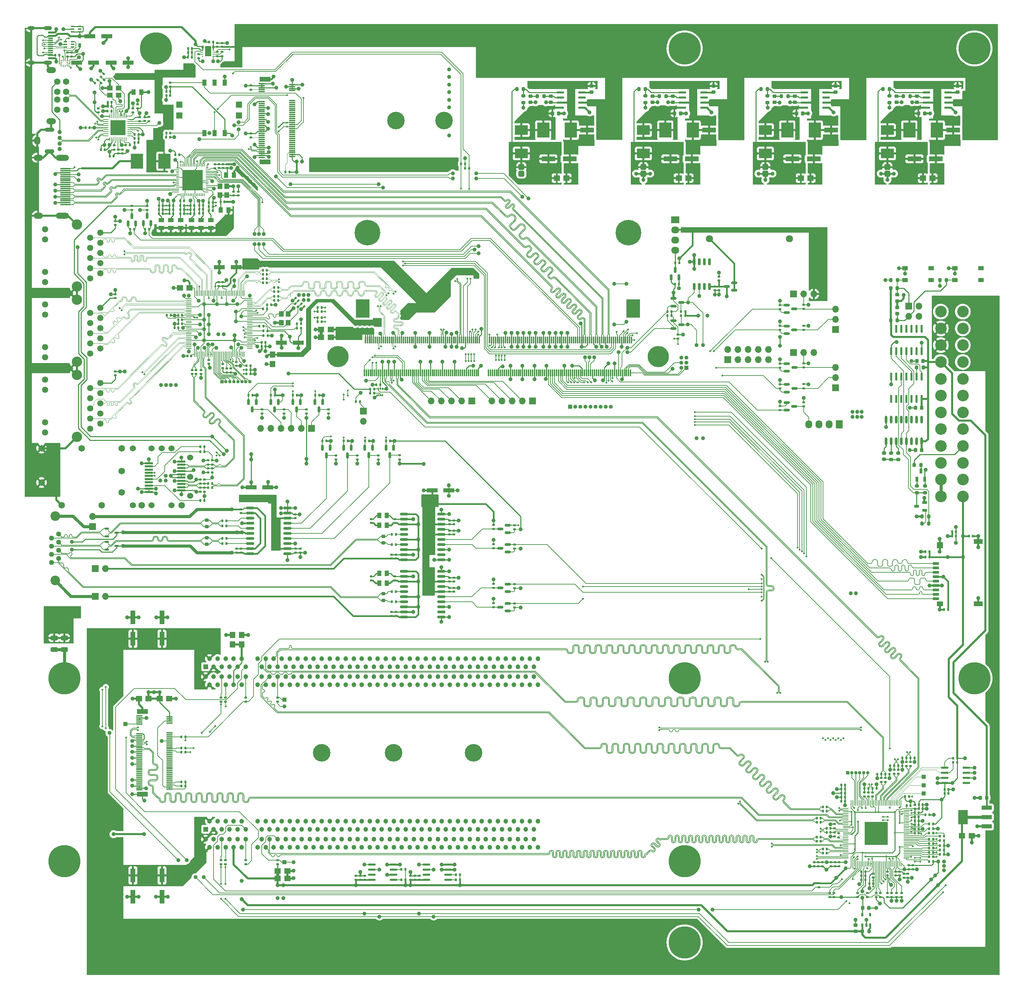
<source format=gtl>
G04 #@! TF.GenerationSoftware,KiCad,Pcbnew,7.0.8-7.0.8~ubuntu22.04.1*
G04 #@! TF.CreationDate,2023-11-07T14:02:30+02:00*
G04 #@! TF.ProjectId,Tangenta,54616e67-656e-4746-912e-6b696361645f,rev?*
G04 #@! TF.SameCoordinates,Original*
G04 #@! TF.FileFunction,Copper,L1,Top*
G04 #@! TF.FilePolarity,Positive*
%FSLAX46Y46*%
G04 Gerber Fmt 4.6, Leading zero omitted, Abs format (unit mm)*
G04 Created by KiCad (PCBNEW 7.0.8-7.0.8~ubuntu22.04.1) date 2023-11-07 14:02:30*
%MOMM*%
%LPD*%
G01*
G04 APERTURE LIST*
G04 Aperture macros list*
%AMRoundRect*
0 Rectangle with rounded corners*
0 $1 Rounding radius*
0 $2 $3 $4 $5 $6 $7 $8 $9 X,Y pos of 4 corners*
0 Add a 4 corners polygon primitive as box body*
4,1,4,$2,$3,$4,$5,$6,$7,$8,$9,$2,$3,0*
0 Add four circle primitives for the rounded corners*
1,1,$1+$1,$2,$3*
1,1,$1+$1,$4,$5*
1,1,$1+$1,$6,$7*
1,1,$1+$1,$8,$9*
0 Add four rect primitives between the rounded corners*
20,1,$1+$1,$2,$3,$4,$5,0*
20,1,$1+$1,$4,$5,$6,$7,0*
20,1,$1+$1,$6,$7,$8,$9,0*
20,1,$1+$1,$8,$9,$2,$3,0*%
G04 Aperture macros list end*
G04 #@! TA.AperFunction,SMDPad,CuDef*
%ADD10RoundRect,0.135000X-0.135000X-0.185000X0.135000X-0.185000X0.135000X0.185000X-0.135000X0.185000X0*%
G04 #@! TD*
G04 #@! TA.AperFunction,SMDPad,CuDef*
%ADD11RoundRect,0.140000X-0.140000X-0.170000X0.140000X-0.170000X0.140000X0.170000X-0.140000X0.170000X0*%
G04 #@! TD*
G04 #@! TA.AperFunction,SMDPad,CuDef*
%ADD12RoundRect,0.140000X0.170000X-0.140000X0.170000X0.140000X-0.170000X0.140000X-0.170000X-0.140000X0*%
G04 #@! TD*
G04 #@! TA.AperFunction,SMDPad,CuDef*
%ADD13RoundRect,0.225000X-0.225000X-0.250000X0.225000X-0.250000X0.225000X0.250000X-0.225000X0.250000X0*%
G04 #@! TD*
G04 #@! TA.AperFunction,SMDPad,CuDef*
%ADD14RoundRect,0.135000X0.185000X-0.135000X0.185000X0.135000X-0.185000X0.135000X-0.185000X-0.135000X0*%
G04 #@! TD*
G04 #@! TA.AperFunction,SMDPad,CuDef*
%ADD15RoundRect,0.140000X-0.170000X0.140000X-0.170000X-0.140000X0.170000X-0.140000X0.170000X0.140000X0*%
G04 #@! TD*
G04 #@! TA.AperFunction,ComponentPad*
%ADD16R,1.700000X1.700000*%
G04 #@! TD*
G04 #@! TA.AperFunction,ComponentPad*
%ADD17O,1.700000X1.700000*%
G04 #@! TD*
G04 #@! TA.AperFunction,SMDPad,CuDef*
%ADD18RoundRect,0.135000X-0.185000X0.135000X-0.185000X-0.135000X0.185000X-0.135000X0.185000X0.135000X0*%
G04 #@! TD*
G04 #@! TA.AperFunction,SMDPad,CuDef*
%ADD19RoundRect,0.225000X-0.250000X0.225000X-0.250000X-0.225000X0.250000X-0.225000X0.250000X0.225000X0*%
G04 #@! TD*
G04 #@! TA.AperFunction,SMDPad,CuDef*
%ADD20RoundRect,0.225000X0.250000X-0.225000X0.250000X0.225000X-0.250000X0.225000X-0.250000X-0.225000X0*%
G04 #@! TD*
G04 #@! TA.AperFunction,SMDPad,CuDef*
%ADD21R,0.916002X0.350013*%
G04 #@! TD*
G04 #@! TA.AperFunction,SMDPad,CuDef*
%ADD22R,1.377013X1.132537*%
G04 #@! TD*
G04 #@! TA.AperFunction,SMDPad,CuDef*
%ADD23RoundRect,0.140000X0.140000X0.170000X-0.140000X0.170000X-0.140000X-0.170000X0.140000X-0.170000X0*%
G04 #@! TD*
G04 #@! TA.AperFunction,SMDPad,CuDef*
%ADD24RoundRect,0.200000X0.200000X0.275000X-0.200000X0.275000X-0.200000X-0.275000X0.200000X-0.275000X0*%
G04 #@! TD*
G04 #@! TA.AperFunction,SMDPad,CuDef*
%ADD25R,1.132537X1.377013*%
G04 #@! TD*
G04 #@! TA.AperFunction,SMDPad,CuDef*
%ADD26O,0.200000X1.500000*%
G04 #@! TD*
G04 #@! TA.AperFunction,SMDPad,CuDef*
%ADD27O,1.500000X0.200000*%
G04 #@! TD*
G04 #@! TA.AperFunction,SMDPad,CuDef*
%ADD28R,5.800000X5.800000*%
G04 #@! TD*
G04 #@! TA.AperFunction,SMDPad,CuDef*
%ADD29R,2.800000X1.100000*%
G04 #@! TD*
G04 #@! TA.AperFunction,SMDPad,CuDef*
%ADD30RoundRect,0.150000X-0.587500X-0.150000X0.587500X-0.150000X0.587500X0.150000X-0.587500X0.150000X0*%
G04 #@! TD*
G04 #@! TA.AperFunction,SMDPad,CuDef*
%ADD31RoundRect,0.365853X-0.384147X0.384147X-0.384147X-0.384147X0.384147X-0.384147X0.384147X0.384147X0*%
G04 #@! TD*
G04 #@! TA.AperFunction,SMDPad,CuDef*
%ADD32R,2.000000X0.500000*%
G04 #@! TD*
G04 #@! TA.AperFunction,SMDPad,CuDef*
%ADD33R,1.500000X1.358903*%
G04 #@! TD*
G04 #@! TA.AperFunction,SMDPad,CuDef*
%ADD34R,1.024994X0.280010*%
G04 #@! TD*
G04 #@! TA.AperFunction,SMDPad,CuDef*
%ADD35R,0.280010X1.024994*%
G04 #@! TD*
G04 #@! TA.AperFunction,ComponentPad*
%ADD36C,1.000000*%
G04 #@! TD*
G04 #@! TA.AperFunction,SMDPad,CuDef*
%ADD37R,0.850000X0.850000*%
G04 #@! TD*
G04 #@! TA.AperFunction,SMDPad,CuDef*
%ADD38R,3.700000X3.700000*%
G04 #@! TD*
G04 #@! TA.AperFunction,SMDPad,CuDef*
%ADD39R,3.500000X1.200000*%
G04 #@! TD*
G04 #@! TA.AperFunction,SMDPad,CuDef*
%ADD40R,1.550000X0.300000*%
G04 #@! TD*
G04 #@! TA.AperFunction,SMDPad,CuDef*
%ADD41R,2.750000X1.200000*%
G04 #@! TD*
G04 #@! TA.AperFunction,SMDPad,CuDef*
%ADD42RoundRect,0.135000X0.135000X0.185000X-0.135000X0.185000X-0.135000X-0.185000X0.135000X-0.185000X0*%
G04 #@! TD*
G04 #@! TA.AperFunction,SMDPad,CuDef*
%ADD43R,1.600000X0.700000*%
G04 #@! TD*
G04 #@! TA.AperFunction,SMDPad,CuDef*
%ADD44R,1.500000X1.200000*%
G04 #@! TD*
G04 #@! TA.AperFunction,SMDPad,CuDef*
%ADD45R,2.200000X1.200000*%
G04 #@! TD*
G04 #@! TA.AperFunction,SMDPad,CuDef*
%ADD46R,1.500000X1.600000*%
G04 #@! TD*
G04 #@! TA.AperFunction,SMDPad,CuDef*
%ADD47R,1.200000X3.500000*%
G04 #@! TD*
G04 #@! TA.AperFunction,SMDPad,CuDef*
%ADD48R,2.500000X1.100000*%
G04 #@! TD*
G04 #@! TA.AperFunction,SMDPad,CuDef*
%ADD49R,2.340005X3.600000*%
G04 #@! TD*
G04 #@! TA.AperFunction,SMDPad,CuDef*
%ADD50RoundRect,0.150000X0.875000X0.150000X-0.875000X0.150000X-0.875000X-0.150000X0.875000X-0.150000X0*%
G04 #@! TD*
G04 #@! TA.AperFunction,ComponentPad*
%ADD51C,0.900000*%
G04 #@! TD*
G04 #@! TA.AperFunction,ComponentPad*
%ADD52C,8.000000*%
G04 #@! TD*
G04 #@! TA.AperFunction,ComponentPad*
%ADD53R,1.200000X1.200000*%
G04 #@! TD*
G04 #@! TA.AperFunction,ComponentPad*
%ADD54C,1.200000*%
G04 #@! TD*
G04 #@! TA.AperFunction,ComponentPad*
%ADD55C,1.549403*%
G04 #@! TD*
G04 #@! TA.AperFunction,ComponentPad*
%ADD56C,2.580645*%
G04 #@! TD*
G04 #@! TA.AperFunction,SMDPad,CuDef*
%ADD57RoundRect,0.200000X0.275000X-0.200000X0.275000X0.200000X-0.275000X0.200000X-0.275000X-0.200000X0*%
G04 #@! TD*
G04 #@! TA.AperFunction,SMDPad,CuDef*
%ADD58RoundRect,0.150000X-0.150000X0.587500X-0.150000X-0.587500X0.150000X-0.587500X0.150000X0.587500X0*%
G04 #@! TD*
G04 #@! TA.AperFunction,SMDPad,CuDef*
%ADD59R,1.400000X1.100000*%
G04 #@! TD*
G04 #@! TA.AperFunction,SMDPad,CuDef*
%ADD60R,0.300000X0.500000*%
G04 #@! TD*
G04 #@! TA.AperFunction,SMDPad,CuDef*
%ADD61RoundRect,0.225000X0.225000X0.250000X-0.225000X0.250000X-0.225000X-0.250000X0.225000X-0.250000X0*%
G04 #@! TD*
G04 #@! TA.AperFunction,SMDPad,CuDef*
%ADD62R,0.700000X1.250013*%
G04 #@! TD*
G04 #@! TA.AperFunction,SMDPad,CuDef*
%ADD63R,1.200000X1.400000*%
G04 #@! TD*
G04 #@! TA.AperFunction,ComponentPad*
%ADD64R,1.000000X1.000000*%
G04 #@! TD*
G04 #@! TA.AperFunction,ComponentPad*
%ADD65O,1.000000X1.000000*%
G04 #@! TD*
G04 #@! TA.AperFunction,SMDPad,CuDef*
%ADD66R,3.200000X2.400000*%
G04 #@! TD*
G04 #@! TA.AperFunction,SMDPad,CuDef*
%ADD67R,0.300000X1.750000*%
G04 #@! TD*
G04 #@! TA.AperFunction,SMDPad,CuDef*
%ADD68R,3.500000X4.600000*%
G04 #@! TD*
G04 #@! TA.AperFunction,SMDPad,CuDef*
%ADD69R,1.000000X1.000000*%
G04 #@! TD*
G04 #@! TA.AperFunction,SMDPad,CuDef*
%ADD70O,0.200000X0.700000*%
G04 #@! TD*
G04 #@! TA.AperFunction,SMDPad,CuDef*
%ADD71O,0.700000X0.200000*%
G04 #@! TD*
G04 #@! TA.AperFunction,SMDPad,CuDef*
%ADD72R,5.200000X5.200000*%
G04 #@! TD*
G04 #@! TA.AperFunction,SMDPad,CuDef*
%ADD73R,1.358903X1.500000*%
G04 #@! TD*
G04 #@! TA.AperFunction,SMDPad,CuDef*
%ADD74R,3.029997X3.820015*%
G04 #@! TD*
G04 #@! TA.AperFunction,ComponentPad*
%ADD75C,1.100000*%
G04 #@! TD*
G04 #@! TA.AperFunction,ComponentPad*
%ADD76O,2.400000X1.100000*%
G04 #@! TD*
G04 #@! TA.AperFunction,ComponentPad*
%ADD77O,1.500000X2.100000*%
G04 #@! TD*
G04 #@! TA.AperFunction,SMDPad,CuDef*
%ADD78RoundRect,0.200000X-0.200000X-0.275000X0.200000X-0.275000X0.200000X0.275000X-0.200000X0.275000X0*%
G04 #@! TD*
G04 #@! TA.AperFunction,SMDPad,CuDef*
%ADD79RoundRect,0.140000X-0.219203X-0.021213X-0.021213X-0.219203X0.219203X0.021213X0.021213X0.219203X0*%
G04 #@! TD*
G04 #@! TA.AperFunction,SMDPad,CuDef*
%ADD80RoundRect,0.150000X0.587500X0.150000X-0.587500X0.150000X-0.587500X-0.150000X0.587500X-0.150000X0*%
G04 #@! TD*
G04 #@! TA.AperFunction,SMDPad,CuDef*
%ADD81O,0.602007X1.970993*%
G04 #@! TD*
G04 #@! TA.AperFunction,SMDPad,CuDef*
%ADD82RoundRect,0.200000X-0.275000X0.200000X-0.275000X-0.200000X0.275000X-0.200000X0.275000X0.200000X0*%
G04 #@! TD*
G04 #@! TA.AperFunction,SMDPad,CuDef*
%ADD83O,0.700000X1.800000*%
G04 #@! TD*
G04 #@! TA.AperFunction,ComponentPad*
%ADD84C,2.900000*%
G04 #@! TD*
G04 #@! TA.AperFunction,SMDPad,CuDef*
%ADD85RoundRect,0.140000X0.021213X-0.219203X0.219203X-0.021213X-0.021213X0.219203X-0.219203X0.021213X0*%
G04 #@! TD*
G04 #@! TA.AperFunction,SMDPad,CuDef*
%ADD86R,1.070003X0.600000*%
G04 #@! TD*
G04 #@! TA.AperFunction,SMDPad,CuDef*
%ADD87RoundRect,0.135000X-0.226274X-0.035355X-0.035355X-0.226274X0.226274X0.035355X0.035355X0.226274X0*%
G04 #@! TD*
G04 #@! TA.AperFunction,SMDPad,CuDef*
%ADD88R,1.000000X1.500000*%
G04 #@! TD*
G04 #@! TA.AperFunction,SMDPad,CuDef*
%ADD89R,1.600000X1.500000*%
G04 #@! TD*
G04 #@! TA.AperFunction,SMDPad,CuDef*
%ADD90RoundRect,0.140000X-0.021213X0.219203X-0.219203X0.021213X0.021213X-0.219203X0.219203X-0.021213X0*%
G04 #@! TD*
G04 #@! TA.AperFunction,SMDPad,CuDef*
%ADD91RoundRect,0.250000X-0.625000X0.312500X-0.625000X-0.312500X0.625000X-0.312500X0.625000X0.312500X0*%
G04 #@! TD*
G04 #@! TA.AperFunction,SMDPad,CuDef*
%ADD92RoundRect,0.140000X0.219203X0.021213X0.021213X0.219203X-0.219203X-0.021213X-0.021213X-0.219203X0*%
G04 #@! TD*
G04 #@! TA.AperFunction,ComponentPad*
%ADD93C,5.300000*%
G04 #@! TD*
G04 #@! TA.AperFunction,ComponentPad*
%ADD94R,0.850000X0.850000*%
G04 #@! TD*
G04 #@! TA.AperFunction,ComponentPad*
%ADD95O,0.850000X0.850000*%
G04 #@! TD*
G04 #@! TA.AperFunction,SMDPad,CuDef*
%ADD96O,1.950216X0.568402*%
G04 #@! TD*
G04 #@! TA.AperFunction,SMDPad,CuDef*
%ADD97R,0.500000X0.900000*%
G04 #@! TD*
G04 #@! TA.AperFunction,ComponentPad*
%ADD98C,6.400000*%
G04 #@! TD*
G04 #@! TA.AperFunction,SMDPad,CuDef*
%ADD99R,1.400000X1.200000*%
G04 #@! TD*
G04 #@! TA.AperFunction,SMDPad,CuDef*
%ADD100R,0.200000X0.505004*%
G04 #@! TD*
G04 #@! TA.AperFunction,SMDPad,CuDef*
%ADD101R,0.505004X0.200000*%
G04 #@! TD*
G04 #@! TA.AperFunction,SMDPad,CuDef*
%ADD102RoundRect,0.150000X0.150000X-0.587500X0.150000X0.587500X-0.150000X0.587500X-0.150000X-0.587500X0*%
G04 #@! TD*
G04 #@! TA.AperFunction,SMDPad,CuDef*
%ADD103R,0.750013X1.000000*%
G04 #@! TD*
G04 #@! TA.AperFunction,ComponentPad*
%ADD104C,4.400000*%
G04 #@! TD*
G04 #@! TA.AperFunction,ComponentPad*
%ADD105C,1.600000*%
G04 #@! TD*
G04 #@! TA.AperFunction,ComponentPad*
%ADD106O,2.400000X1.500000*%
G04 #@! TD*
G04 #@! TA.AperFunction,ComponentPad*
%ADD107O,2.100000X1.000000*%
G04 #@! TD*
G04 #@! TA.AperFunction,ComponentPad*
%ADD108O,1.800000X1.000000*%
G04 #@! TD*
G04 #@! TA.AperFunction,SMDPad,CuDef*
%ADD109R,1.150013X0.600000*%
G04 #@! TD*
G04 #@! TA.AperFunction,SMDPad,CuDef*
%ADD110R,1.150013X0.300000*%
G04 #@! TD*
G04 #@! TA.AperFunction,ComponentPad*
%ADD111R,1.730000X2.030000*%
G04 #@! TD*
G04 #@! TA.AperFunction,ComponentPad*
%ADD112O,1.730000X2.030000*%
G04 #@! TD*
G04 #@! TA.AperFunction,SMDPad,CuDef*
%ADD113RoundRect,0.250000X0.650000X-0.325000X0.650000X0.325000X-0.650000X0.325000X-0.650000X-0.325000X0*%
G04 #@! TD*
G04 #@! TA.AperFunction,ComponentPad*
%ADD114C,1.295403*%
G04 #@! TD*
G04 #@! TA.AperFunction,ComponentPad*
%ADD115C,2.400000*%
G04 #@! TD*
G04 #@! TA.AperFunction,ComponentPad*
%ADD116C,1.650013*%
G04 #@! TD*
G04 #@! TA.AperFunction,ComponentPad*
%ADD117C,1.524003*%
G04 #@! TD*
G04 #@! TA.AperFunction,SMDPad,CuDef*
%ADD118R,1.250013X0.700000*%
G04 #@! TD*
G04 #@! TA.AperFunction,SMDPad,CuDef*
%ADD119R,2.600000X0.300000*%
G04 #@! TD*
G04 #@! TA.AperFunction,ComponentPad*
%ADD120O,3.300000X1.500000*%
G04 #@! TD*
G04 #@! TA.AperFunction,ComponentPad*
%ADD121O,2.300000X1.500000*%
G04 #@! TD*
G04 #@! TA.AperFunction,ComponentPad*
%ADD122C,1.800000*%
G04 #@! TD*
G04 #@! TA.AperFunction,SMDPad,CuDef*
%ADD123O,0.573990X2.037998*%
G04 #@! TD*
G04 #@! TA.AperFunction,SMDPad,CuDef*
%ADD124R,1.459995X0.200000*%
G04 #@! TD*
G04 #@! TA.AperFunction,SMDPad,CuDef*
%ADD125R,0.200000X1.459995*%
G04 #@! TD*
G04 #@! TA.AperFunction,ComponentPad*
%ADD126R,2.030000X1.730000*%
G04 #@! TD*
G04 #@! TA.AperFunction,ComponentPad*
%ADD127O,2.030000X1.730000*%
G04 #@! TD*
G04 #@! TA.AperFunction,SMDPad,CuDef*
%ADD128RoundRect,0.135000X0.035355X-0.226274X0.226274X-0.035355X-0.035355X0.226274X-0.226274X0.035355X0*%
G04 #@! TD*
G04 #@! TA.AperFunction,SMDPad,CuDef*
%ADD129R,0.500000X0.750013*%
G04 #@! TD*
G04 #@! TA.AperFunction,SMDPad,CuDef*
%ADD130R,0.450013X0.250013*%
G04 #@! TD*
G04 #@! TA.AperFunction,SMDPad,CuDef*
%ADD131R,1.500000X2.500000*%
G04 #@! TD*
G04 #@! TA.AperFunction,ViaPad*
%ADD132C,1.000000*%
G04 #@! TD*
G04 #@! TA.AperFunction,ViaPad*
%ADD133C,0.500000*%
G04 #@! TD*
G04 #@! TA.AperFunction,Conductor*
%ADD134C,0.254000*%
G04 #@! TD*
G04 #@! TA.AperFunction,Conductor*
%ADD135C,0.508000*%
G04 #@! TD*
G04 #@! TA.AperFunction,Conductor*
%ADD136C,0.177800*%
G04 #@! TD*
G04 #@! TA.AperFunction,Conductor*
%ADD137C,0.250000*%
G04 #@! TD*
G04 #@! TA.AperFunction,Conductor*
%ADD138C,0.381000*%
G04 #@! TD*
G04 #@! TA.AperFunction,Conductor*
%ADD139C,0.127000*%
G04 #@! TD*
G04 #@! TA.AperFunction,Conductor*
%ADD140C,0.101600*%
G04 #@! TD*
G04 #@! TA.AperFunction,Conductor*
%ADD141C,0.762000*%
G04 #@! TD*
G04 #@! TA.AperFunction,Conductor*
%ADD142C,0.152400*%
G04 #@! TD*
G04 #@! TA.AperFunction,Conductor*
%ADD143C,0.109220*%
G04 #@! TD*
G04 APERTURE END LIST*
D10*
X94204600Y-102920800D03*
X95224600Y-102920800D03*
D11*
X233454000Y-226009200D03*
X234414000Y-226009200D03*
D12*
X128324400Y-161056200D03*
X128324400Y-160096200D03*
D13*
X274283435Y-220853000D03*
X275833435Y-220853000D03*
D11*
X70944800Y-44246800D03*
X71904800Y-44246800D03*
D14*
X152677100Y-153661800D03*
X152677100Y-152641800D03*
D10*
X76327000Y-35687000D03*
X77347000Y-35687000D03*
D15*
X118287800Y-240390800D03*
X118287800Y-241350800D03*
D11*
X234927200Y-234696000D03*
X235887200Y-234696000D03*
D12*
X58191400Y-77670600D03*
X58191400Y-76710600D03*
D16*
X52552600Y-153116200D03*
D17*
X52552600Y-150576200D03*
D18*
X157960300Y-152718000D03*
X157960300Y-153738000D03*
D19*
X268599000Y-42887600D03*
X268599000Y-44437600D03*
D14*
X243611400Y-245670800D03*
X243611400Y-244650800D03*
D10*
X129604224Y-241350801D03*
X130624224Y-241350801D03*
D20*
X253486000Y-96662000D03*
X253486000Y-95112000D03*
D21*
X45700948Y-31862013D03*
X45700948Y-32512000D03*
X45700948Y-33161987D03*
X47517052Y-33161987D03*
X47517052Y-32512000D03*
X47517052Y-31862013D03*
D22*
X79629000Y-78410818D03*
X79629000Y-76478382D03*
D14*
X84836000Y-35433000D03*
X84836000Y-34413000D03*
D21*
X47478948Y-28052013D03*
X47478948Y-28702000D03*
X47478948Y-29351987D03*
X49295052Y-29351987D03*
X49295052Y-28702000D03*
X49295052Y-28052013D03*
D23*
X82550000Y-73025000D03*
X81590000Y-73025000D03*
D12*
X208991200Y-94002800D03*
X208991200Y-93042800D03*
D24*
X165284000Y-45466000D03*
X163634000Y-45466000D03*
D11*
X73939400Y-100253800D03*
X74899400Y-100253800D03*
D15*
X142797000Y-165864600D03*
X142797000Y-166824600D03*
D25*
X86437218Y-73886000D03*
X84504782Y-73886000D03*
D12*
X103249200Y-159560200D03*
X103249200Y-158600200D03*
D26*
X242022953Y-237386597D03*
X242423003Y-237386597D03*
X242823054Y-237386597D03*
X243223105Y-237386597D03*
X243623156Y-237386597D03*
X244023207Y-237386597D03*
X244423257Y-237386597D03*
X244823054Y-237386597D03*
X245223359Y-237386597D03*
X245623156Y-237386597D03*
X246023461Y-237386597D03*
X246423003Y-237386597D03*
X246823562Y-237386597D03*
X247223105Y-237386597D03*
X247623156Y-237386597D03*
X248023207Y-237386597D03*
X248423003Y-237386597D03*
X248823054Y-237386597D03*
X249223105Y-237386597D03*
X249622648Y-237386597D03*
X250023207Y-237386597D03*
X250422749Y-237386597D03*
X250823054Y-237386597D03*
X251222851Y-237386597D03*
X251623156Y-237386597D03*
X252022953Y-237386597D03*
X252423003Y-237386597D03*
X252823054Y-237386597D03*
X253223105Y-237386597D03*
X253623156Y-237386597D03*
X254023207Y-237386597D03*
X254423257Y-237386597D03*
D27*
X255822800Y-235987054D03*
X255822800Y-235587004D03*
X255822800Y-235186953D03*
X255822800Y-234786902D03*
X255822800Y-234386851D03*
X255822800Y-233986800D03*
X255822800Y-233586750D03*
X255822800Y-233186953D03*
X255822800Y-232786648D03*
X255822800Y-232386851D03*
X255822800Y-231986546D03*
X255822800Y-231587004D03*
X255822800Y-231186445D03*
X255822800Y-230786902D03*
X255822800Y-230386851D03*
X255822800Y-229986800D03*
X255822800Y-229587004D03*
X255822800Y-229186953D03*
X255822800Y-228786902D03*
X255822800Y-228387359D03*
X255822800Y-227986800D03*
X255822800Y-227587258D03*
X255822800Y-227186953D03*
X255822800Y-226787156D03*
X255822800Y-226386851D03*
X255822800Y-225987054D03*
X255822800Y-225587004D03*
X255822800Y-225186953D03*
X255822800Y-224786902D03*
X255822800Y-224386851D03*
X255822800Y-223986800D03*
X255822800Y-223586750D03*
D26*
X254423257Y-222187207D03*
X254023207Y-222187207D03*
X253623156Y-222187207D03*
X253223105Y-222187207D03*
X252823054Y-222187207D03*
X252423003Y-222187207D03*
X252022953Y-222187207D03*
X251623156Y-222187207D03*
X251222851Y-222187207D03*
X250823054Y-222187207D03*
X250422749Y-222187207D03*
X250023207Y-222187207D03*
X249622648Y-222187207D03*
X249223105Y-222187207D03*
X248823054Y-222187207D03*
X248423003Y-222187207D03*
X248023207Y-222187207D03*
X247623156Y-222187207D03*
X247223105Y-222187207D03*
X246823562Y-222187207D03*
X246423003Y-222187207D03*
X246023461Y-222187207D03*
X245623156Y-222187207D03*
X245223359Y-222187207D03*
X244823054Y-222187207D03*
X244423257Y-222187207D03*
X244023207Y-222187207D03*
X243623156Y-222187207D03*
X243223105Y-222187207D03*
X242823054Y-222187207D03*
X242423003Y-222187207D03*
X242022953Y-222187207D03*
D27*
X240623410Y-223586750D03*
X240623410Y-223986800D03*
X240623410Y-224386851D03*
X240623410Y-224786902D03*
X240623410Y-225186953D03*
X240623410Y-225587004D03*
X240623410Y-225987054D03*
X240623410Y-226386851D03*
X240623410Y-226787156D03*
X240623410Y-227186953D03*
X240623410Y-227587258D03*
X240623410Y-227986800D03*
X240623410Y-228387359D03*
X240623410Y-228786902D03*
X240623410Y-229186953D03*
X240623410Y-229587004D03*
X240623410Y-229986800D03*
X240623410Y-230386851D03*
X240623410Y-230786902D03*
X240623410Y-231186445D03*
X240623410Y-231587004D03*
X240623410Y-231986546D03*
X240623410Y-232386851D03*
X240623410Y-232786648D03*
X240623410Y-233186953D03*
X240623410Y-233586750D03*
X240623410Y-233986800D03*
X240623410Y-234386851D03*
X240623410Y-234786902D03*
X240623410Y-235186953D03*
X240623410Y-235587004D03*
X240623410Y-235987054D03*
D28*
X248223105Y-229786902D03*
D10*
X108760800Y-99339400D03*
X109780800Y-99339400D03*
D18*
X64262000Y-50673000D03*
X64262000Y-51693000D03*
D29*
X88383876Y-88214200D03*
X84183724Y-88214200D03*
D30*
X197662800Y-101636000D03*
X197662800Y-103536000D03*
X199537800Y-102586000D03*
D20*
X197479000Y-47003000D03*
X197479000Y-45453000D03*
D31*
X190113000Y-63200000D03*
X190113000Y-64830000D03*
D32*
X66537451Y-137214349D03*
X66537451Y-138014451D03*
X66537451Y-138814298D03*
X66537451Y-139614400D03*
X66537451Y-140414248D03*
X66537451Y-141214349D03*
X66537451Y-142014451D03*
X66537451Y-142814298D03*
X66537451Y-143614400D03*
X66537451Y-144414502D03*
X74737349Y-144014451D03*
X74737349Y-143214349D03*
X74737349Y-142414502D03*
X74737349Y-141614400D03*
X74737349Y-140814298D03*
X74737349Y-140014451D03*
X74737349Y-139214349D03*
X74737349Y-138414248D03*
X74737349Y-137614400D03*
X74737349Y-136814298D03*
D33*
X111994698Y-103784400D03*
X109594902Y-103784400D03*
D14*
X62349000Y-73916000D03*
X62349000Y-72896000D03*
D34*
X56001000Y-51333873D03*
X56001000Y-51834000D03*
X56001000Y-52333873D03*
X56001000Y-52834000D03*
X56001000Y-53333873D03*
X56001000Y-53834000D03*
X56001000Y-54333873D03*
X56001000Y-54834000D03*
X56001000Y-55333873D03*
D35*
X56863586Y-56196459D03*
X57363459Y-56196459D03*
X57863586Y-56196459D03*
X58363459Y-56196459D03*
X58863586Y-56196459D03*
X59363459Y-56196459D03*
X59863586Y-56196459D03*
X60363459Y-56196459D03*
X60863586Y-56196459D03*
D34*
X61726172Y-55333873D03*
X61726172Y-54834000D03*
X61726172Y-54333873D03*
X61726172Y-53834000D03*
X61726172Y-53333873D03*
X61726172Y-52834000D03*
X61726172Y-52333873D03*
X61726172Y-51834000D03*
X61726172Y-51333873D03*
D35*
X60863586Y-50471287D03*
X60363459Y-50471287D03*
X59863586Y-50471287D03*
X59363459Y-50471287D03*
X58863586Y-50471287D03*
X58363459Y-50471287D03*
X57863586Y-50471287D03*
X57363459Y-50471287D03*
X56863586Y-50471287D03*
D36*
X59863586Y-52333873D03*
D37*
X58863586Y-52333873D03*
D36*
X57863586Y-52333873D03*
D37*
X59863586Y-53333873D03*
X58863586Y-53333873D03*
D38*
X58863586Y-53333873D03*
D37*
X57863586Y-53333873D03*
D36*
X59863586Y-54333873D03*
D37*
X58863586Y-54333873D03*
D36*
X57863586Y-54333873D03*
D39*
X242313053Y-53949600D03*
X236972947Y-53949600D03*
D10*
X108762800Y-101828600D03*
X109782800Y-101828600D03*
X129604224Y-238785401D03*
X130624224Y-238785401D03*
D30*
X197662800Y-96048000D03*
X197662800Y-97948000D03*
X199537800Y-96998000D03*
D40*
X64179000Y-218903600D03*
X71729000Y-218653600D03*
X64179000Y-218403600D03*
X71729000Y-218153600D03*
X64179000Y-217903600D03*
X71729000Y-217653600D03*
X64179000Y-217403600D03*
X71729000Y-217153600D03*
X64179000Y-216903600D03*
X71729000Y-216653600D03*
X64179000Y-216403600D03*
X71729000Y-216153600D03*
X64179000Y-215903600D03*
X71729000Y-215653600D03*
X64179000Y-215403600D03*
X71729000Y-215153600D03*
X64179000Y-214903600D03*
X71729000Y-214653600D03*
X64179000Y-214403600D03*
X71729000Y-214153600D03*
X64179000Y-213903600D03*
X71729000Y-213653600D03*
X64179000Y-213403600D03*
X71729000Y-213153600D03*
X64179000Y-212903600D03*
X71729000Y-212653600D03*
X64179000Y-212403600D03*
X71729000Y-212153600D03*
X64179000Y-211903600D03*
X71729000Y-211653600D03*
X64179000Y-211403600D03*
X71729000Y-211153600D03*
X64179000Y-210903600D03*
X71729000Y-210653600D03*
X64179000Y-210403600D03*
X71729000Y-210153600D03*
X64179000Y-209903600D03*
X71729000Y-209653600D03*
X64179000Y-209403600D03*
X71729000Y-209153600D03*
X64179000Y-208903600D03*
X71729000Y-208653600D03*
X64179000Y-208403600D03*
X71729000Y-208153600D03*
X64179000Y-207903600D03*
X71729000Y-207653600D03*
X64179000Y-207403600D03*
X71729000Y-207153600D03*
X64179000Y-206903600D03*
X71729000Y-206653600D03*
X64179000Y-206403600D03*
X71729000Y-206153600D03*
X64179000Y-205903600D03*
X71729000Y-205653600D03*
X64179000Y-205403600D03*
X71729000Y-205153600D03*
X64179000Y-204903600D03*
X71729000Y-204653600D03*
X64179000Y-202403600D03*
X71729000Y-202153600D03*
X64179000Y-201903600D03*
X71729000Y-201653600D03*
X64179000Y-201403600D03*
X71729000Y-201153600D03*
X64179000Y-200903600D03*
X71729000Y-200653600D03*
X64179000Y-200403600D03*
D41*
X64953000Y-220003600D03*
X64953000Y-199303600D03*
D42*
X122834400Y-118668800D03*
X121814400Y-118668800D03*
D12*
X78994000Y-35941000D03*
X78994000Y-34981000D03*
D15*
X142802400Y-151513600D03*
X142802400Y-152473600D03*
D11*
X265229400Y-173812200D03*
X266189400Y-173812200D03*
D12*
X122096000Y-166522400D03*
X122096000Y-165562400D03*
D15*
X134102024Y-240383241D03*
X134102024Y-241343241D03*
D42*
X262511000Y-229666800D03*
X261491000Y-229666800D03*
D12*
X237007400Y-237970000D03*
X237007400Y-237010000D03*
D43*
X263143910Y-162342064D03*
X263143910Y-163441886D03*
X263143910Y-164541962D03*
X263143910Y-165642038D03*
X263143910Y-166742114D03*
X263143910Y-167841936D03*
X263143910Y-168942013D03*
X263143910Y-170042089D03*
X263143910Y-171141911D03*
D44*
X264143910Y-172342064D03*
D45*
X273744114Y-172342064D03*
D46*
X264143910Y-157742114D03*
D45*
X273744114Y-156841936D03*
D42*
X80418400Y-133096000D03*
X79398400Y-133096000D03*
D14*
X237642400Y-245670800D03*
X237642400Y-244650800D03*
D25*
X126038400Y-152704800D03*
X124105964Y-152704800D03*
D14*
X252069600Y-245668800D03*
X252069600Y-244648800D03*
D47*
X69844000Y-240282947D03*
X69844000Y-245623053D03*
D42*
X262511000Y-228574600D03*
X261491000Y-228574600D03*
D25*
X126034018Y-164797800D03*
X124101582Y-164797800D03*
D48*
X275867564Y-227978975D03*
X275867564Y-225679000D03*
X275867564Y-223379025D03*
D49*
X269927635Y-225679000D03*
D10*
X74668000Y-205615000D03*
X75688000Y-205615000D03*
D16*
X147218400Y-121666000D03*
D17*
X144678400Y-121666000D03*
X142138400Y-121666000D03*
X139598400Y-121666000D03*
X137058400Y-121666000D03*
D50*
X139627400Y-161366200D03*
X139627400Y-160096200D03*
X139627400Y-158826200D03*
X139627400Y-157556200D03*
X139627400Y-156286200D03*
X139627400Y-155016200D03*
X139627400Y-153746200D03*
X139627400Y-152476200D03*
X139627400Y-151206200D03*
X139627400Y-149936200D03*
X130327400Y-149936200D03*
X130327400Y-151206200D03*
X130327400Y-152476200D03*
X130327400Y-153746200D03*
X130327400Y-155016200D03*
X130327400Y-156286200D03*
X130327400Y-157556200D03*
X130327400Y-158826200D03*
X130327400Y-160096200D03*
X130327400Y-161366200D03*
D18*
X250514200Y-215898000D03*
X250514200Y-216918000D03*
D51*
X197400000Y-257050000D03*
X198278680Y-254928680D03*
X198278680Y-259171320D03*
X200400000Y-254050000D03*
D52*
X200400000Y-257050000D03*
D51*
X200400000Y-260050000D03*
X202521320Y-254928680D03*
X202521320Y-259171320D03*
X203400000Y-257050000D03*
D15*
X103124000Y-150015000D03*
X103124000Y-150975000D03*
D18*
X81356200Y-136521000D03*
X81356200Y-137541000D03*
D12*
X81584800Y-112367000D03*
X81584800Y-111407000D03*
D53*
X80750000Y-188094000D03*
D54*
X81750000Y-186094000D03*
X82750000Y-188094000D03*
X83750000Y-186094000D03*
X84750000Y-188094000D03*
X85750000Y-186094000D03*
X86750000Y-188094000D03*
X87750000Y-186094000D03*
X88750000Y-188094000D03*
X89750000Y-186094000D03*
X90750000Y-188094000D03*
X93750000Y-186094000D03*
X94750000Y-188094000D03*
X95750000Y-186094000D03*
X96750000Y-188094000D03*
X97750000Y-186094000D03*
X98750000Y-188094000D03*
X99750000Y-186094000D03*
X100750000Y-188094000D03*
X101750000Y-186094000D03*
X102750000Y-188094000D03*
X103750000Y-186094000D03*
X104750000Y-188094000D03*
X105750000Y-186094000D03*
X106750000Y-188094000D03*
X107750000Y-186094000D03*
X108750000Y-188094000D03*
X109750000Y-186094000D03*
X110750000Y-188094000D03*
X111750000Y-186094000D03*
X112750000Y-188094000D03*
X113750000Y-186094000D03*
X114750000Y-188094000D03*
X115750000Y-186094000D03*
X116750000Y-188094000D03*
X117750000Y-186094000D03*
X118750000Y-188094000D03*
X119750000Y-186094000D03*
X120750000Y-188094000D03*
X121750000Y-186094000D03*
X122750000Y-188094000D03*
X123750000Y-186094000D03*
X124750000Y-188094000D03*
X125750000Y-186094000D03*
X126750000Y-188094000D03*
X127750000Y-186094000D03*
X128750000Y-188094000D03*
X129750000Y-186094000D03*
X130750000Y-188094000D03*
X131750000Y-186094000D03*
X132750000Y-188094000D03*
X133750000Y-186094000D03*
X134750000Y-188094000D03*
X135750000Y-186094000D03*
X136750000Y-188094000D03*
X137750000Y-186094000D03*
X138750000Y-188094000D03*
X139750000Y-186094000D03*
X140750000Y-188094000D03*
X141750000Y-186094000D03*
X142750000Y-188094000D03*
X143750000Y-186094000D03*
X144750000Y-188094000D03*
X145750000Y-186094000D03*
X146750000Y-188094000D03*
X147750000Y-186094000D03*
X148750000Y-188094000D03*
X149750000Y-186094000D03*
X150750000Y-188094000D03*
X151750000Y-186094000D03*
X152750000Y-188094000D03*
X153750000Y-186094000D03*
X154750000Y-188094000D03*
X155750000Y-186094000D03*
X156750000Y-188094000D03*
X157750000Y-186094000D03*
X158750000Y-188094000D03*
X159750000Y-186094000D03*
X160750000Y-188094000D03*
X161750000Y-186094000D03*
X162750000Y-188094000D03*
X163750000Y-186094000D03*
X80750000Y-190594000D03*
X81750000Y-192594000D03*
X82750000Y-190594000D03*
X83750000Y-192594000D03*
X84750000Y-190594000D03*
X85750000Y-192594000D03*
X86750000Y-190594000D03*
X87750000Y-192594000D03*
X88750000Y-190594000D03*
X89750000Y-192594000D03*
X90750000Y-190594000D03*
X93750000Y-192594000D03*
X94750000Y-190594000D03*
X95750000Y-192594000D03*
X96750000Y-190594000D03*
X97750000Y-192594000D03*
X98750000Y-190594000D03*
X99750000Y-192594000D03*
X100750000Y-190594000D03*
X101750000Y-192594000D03*
X102750000Y-190594000D03*
X103750000Y-192594000D03*
X104750000Y-190594000D03*
X105750000Y-192594000D03*
X106750000Y-190594000D03*
X107750000Y-192594000D03*
X108750000Y-190594000D03*
X109750000Y-192594000D03*
X110750000Y-190594000D03*
X111750000Y-192594000D03*
X112750000Y-190594000D03*
X113750000Y-192594000D03*
X114750000Y-190594000D03*
X115750000Y-192594000D03*
X116750000Y-190594000D03*
X117750000Y-192594000D03*
X118750000Y-190594000D03*
X119750000Y-192594000D03*
X120750000Y-190594000D03*
X121750000Y-192594000D03*
X122750000Y-190594000D03*
X123750000Y-192594000D03*
X124750000Y-190594000D03*
X125750000Y-192594000D03*
X126750000Y-190594000D03*
X127750000Y-192594000D03*
X128750000Y-190594000D03*
X129750000Y-192594000D03*
X130750000Y-190594000D03*
X131750000Y-192594000D03*
X132750000Y-190594000D03*
X133750000Y-192594000D03*
X134750000Y-190594000D03*
X135750000Y-192594000D03*
X136750000Y-190594000D03*
X137750000Y-192594000D03*
X138750000Y-190594000D03*
X139750000Y-192594000D03*
X140750000Y-190594000D03*
X141750000Y-192594000D03*
X142750000Y-190594000D03*
X143750000Y-192594000D03*
X144750000Y-190594000D03*
X145750000Y-192594000D03*
X146750000Y-190594000D03*
X147750000Y-192594000D03*
X148750000Y-190594000D03*
X149750000Y-192594000D03*
X150750000Y-190594000D03*
X151750000Y-192594000D03*
X152750000Y-190594000D03*
X153750000Y-192594000D03*
X154750000Y-190594000D03*
X155750000Y-192594000D03*
X156750000Y-190594000D03*
X157750000Y-192594000D03*
X158750000Y-190594000D03*
X159750000Y-192594000D03*
X160750000Y-190594000D03*
X161750000Y-192594000D03*
X162750000Y-190594000D03*
X163750000Y-192594000D03*
D14*
X251053600Y-245670800D03*
X251053600Y-244650800D03*
D40*
X94792000Y-60812000D03*
X102342000Y-60562000D03*
X94792000Y-60312000D03*
X102342000Y-60062000D03*
X94792000Y-59812000D03*
X102342000Y-59562000D03*
X94792000Y-59312000D03*
X102342000Y-59062000D03*
X94792000Y-58812000D03*
X102342000Y-58562000D03*
X94792000Y-58312000D03*
X102342000Y-58062000D03*
X94792000Y-57812000D03*
X102342000Y-57562000D03*
X94792000Y-57312000D03*
X102342000Y-57062000D03*
X94792000Y-56812000D03*
X102342000Y-56562000D03*
X94792000Y-56312000D03*
X102342000Y-56062000D03*
X94792000Y-55812000D03*
X102342000Y-55562000D03*
X94792000Y-55312000D03*
X102342000Y-55062000D03*
X94792000Y-54812000D03*
X102342000Y-54562000D03*
X94792000Y-54312000D03*
X102342000Y-54062000D03*
X94792000Y-53812000D03*
X102342000Y-53562000D03*
X94792000Y-53312000D03*
X102342000Y-53062000D03*
X94792000Y-52812000D03*
X102342000Y-52562000D03*
X94792000Y-52312000D03*
X102342000Y-52062000D03*
X94792000Y-51812000D03*
X102342000Y-51562000D03*
X94792000Y-51312000D03*
X102342000Y-51062000D03*
X94792000Y-50812000D03*
X102342000Y-50562000D03*
X94792000Y-50312000D03*
X102342000Y-50062000D03*
X94792000Y-49812000D03*
X102342000Y-49562000D03*
X94792000Y-49312000D03*
X102342000Y-49062000D03*
X94792000Y-48812000D03*
X102342000Y-48562000D03*
X94792000Y-48312000D03*
X102342000Y-48062000D03*
X94792000Y-47812000D03*
X102342000Y-47562000D03*
X94792000Y-47312000D03*
X102342000Y-47062000D03*
X94792000Y-46812000D03*
X102342000Y-46562000D03*
X94792000Y-44312000D03*
X102342000Y-44062000D03*
X94792000Y-43812000D03*
X102342000Y-43562000D03*
X94792000Y-43312000D03*
X102342000Y-43062000D03*
X94792000Y-42812000D03*
X102342000Y-42562000D03*
X94792000Y-42312000D03*
D41*
X95566000Y-61912000D03*
X95566000Y-41212000D03*
D55*
X54423942Y-98401073D03*
X51883937Y-99671075D03*
X54423942Y-100941078D03*
X51883937Y-102211080D03*
X54423942Y-103481083D03*
X51883937Y-104751085D03*
X54423942Y-106021088D03*
X51883937Y-107291090D03*
X54423942Y-108561093D03*
X51883937Y-109831095D03*
X40634000Y-97496069D03*
X40634000Y-100036074D03*
X40634000Y-108206000D03*
X40634000Y-110746005D03*
D56*
X48583962Y-96375927D03*
X48583962Y-111865893D03*
D10*
X120546400Y-131673600D03*
X121566400Y-131673600D03*
D11*
X97919600Y-96520000D03*
X98879600Y-96520000D03*
D57*
X260423000Y-144593038D03*
X260423000Y-142943038D03*
D58*
X109992200Y-121896900D03*
X108092200Y-121896900D03*
X109042200Y-123771900D03*
D22*
X74506000Y-78421218D03*
X74506000Y-76488782D03*
D10*
X115263200Y-131673600D03*
X116283200Y-131673600D03*
D11*
X239550000Y-219710000D03*
X240510000Y-219710000D03*
D24*
X261360000Y-150497000D03*
X259710000Y-150497000D03*
D33*
X69279102Y-196090000D03*
X71678898Y-196090000D03*
D59*
X255498600Y-88440000D03*
X261998472Y-88440000D03*
X255498600Y-91440000D03*
X261998472Y-91440000D03*
D60*
X124909200Y-118630825D03*
X124409200Y-118630825D03*
X123909200Y-118630825D03*
X123909200Y-120230775D03*
X124409200Y-120230775D03*
X124909200Y-120230775D03*
D57*
X258391000Y-144593038D03*
X258391000Y-142943038D03*
D11*
X233454000Y-231698800D03*
X234414000Y-231698800D03*
D23*
X70033000Y-74837782D03*
X69073000Y-74837782D03*
X258848800Y-225602800D03*
X257888800Y-225602800D03*
D18*
X118618000Y-135255000D03*
X118618000Y-136275000D03*
D23*
X268170600Y-154330400D03*
X267210600Y-154330400D03*
D42*
X101723000Y-64391000D03*
X100703000Y-64391000D03*
X92000800Y-114858800D03*
X90980800Y-114858800D03*
D11*
X244551200Y-241376200D03*
X245511200Y-241376200D03*
X235886400Y-229491000D03*
X236846400Y-229491000D03*
X74407000Y-71613000D03*
X75367000Y-71613000D03*
D14*
X230149400Y-98655600D03*
X230149400Y-97635600D03*
D10*
X60831000Y-57658000D03*
X61851000Y-57658000D03*
D11*
X50828000Y-53340000D03*
X51788000Y-53340000D03*
X70944800Y-45262800D03*
X71904800Y-45262800D03*
D14*
X224231200Y-103915400D03*
X224231200Y-102895400D03*
D11*
X239550000Y-217703400D03*
X240510000Y-217703400D03*
D14*
X152681700Y-173230000D03*
X152681700Y-172210000D03*
D10*
X127252000Y-169367200D03*
X128272000Y-169367200D03*
D11*
X76975000Y-72805782D03*
X77935000Y-72805782D03*
D61*
X199397000Y-49758600D03*
X197847000Y-49758600D03*
D42*
X75688000Y-217934000D03*
X74668000Y-217934000D03*
D19*
X238119000Y-42887600D03*
X238119000Y-44437600D03*
D18*
X238861600Y-229739000D03*
X238861600Y-230759000D03*
X246323200Y-219555600D03*
X246323200Y-220575600D03*
D14*
X152679400Y-168393800D03*
X152679400Y-167373800D03*
D15*
X142797000Y-168404600D03*
X142797000Y-169364600D03*
D42*
X66669000Y-78742000D03*
X65649000Y-78742000D03*
D62*
X258457038Y-141212038D03*
X260356962Y-141212038D03*
X259407000Y-139212038D03*
D33*
X98755200Y-241048000D03*
X101154996Y-241048000D03*
D42*
X248357200Y-218543600D03*
X247337200Y-218543600D03*
D23*
X85443000Y-71854000D03*
X84483000Y-71854000D03*
D10*
X109954600Y-131673600D03*
X110974600Y-131673600D03*
D14*
X198748400Y-106095200D03*
X198748400Y-105075200D03*
D16*
X120142000Y-124226400D03*
D17*
X120142000Y-126766400D03*
D14*
X81356200Y-139498800D03*
X81356200Y-138478800D03*
D18*
X157964900Y-172288200D03*
X157964900Y-173308200D03*
D12*
X58928000Y-59789000D03*
X58928000Y-58829000D03*
D11*
X260555800Y-160705800D03*
X261515800Y-160705800D03*
D42*
X198960200Y-92458300D03*
X197940200Y-92458300D03*
D10*
X198016400Y-87124300D03*
X199036400Y-87124300D03*
D33*
X66471898Y-196090000D03*
X64072102Y-196090000D03*
D10*
X103579200Y-103428800D03*
X104599200Y-103428800D03*
D12*
X78359000Y-114904400D03*
X78359000Y-113944400D03*
D57*
X125196600Y-171513000D03*
X125196600Y-169863000D03*
D14*
X80416400Y-142320200D03*
X80416400Y-141300200D03*
D18*
X83058000Y-62482000D03*
X83058000Y-63502000D03*
X90754200Y-236474000D03*
X90754200Y-237494000D03*
D63*
X99683187Y-99890324D03*
X99683187Y-102090476D03*
X101383213Y-102090476D03*
X101383213Y-99890324D03*
D64*
X200853200Y-113390600D03*
D65*
X199583200Y-113390600D03*
X200853200Y-112120600D03*
X199583200Y-112120600D03*
X200853200Y-110850600D03*
X199583200Y-110850600D03*
D20*
X227959000Y-47003000D03*
X227959000Y-45453000D03*
D66*
X251073000Y-53949594D03*
X251073000Y-59791606D03*
D12*
X59944000Y-59789000D03*
X59944000Y-58829000D03*
D15*
X141659400Y-154053600D03*
X141659400Y-155013600D03*
X120462224Y-240390801D03*
X120462224Y-241350801D03*
D10*
X118311200Y-121818400D03*
X119331200Y-121818400D03*
D11*
X79177000Y-74753218D03*
X80137000Y-74753218D03*
D42*
X80418400Y-146583400D03*
X79398400Y-146583400D03*
D15*
X47244000Y-34572000D03*
X47244000Y-35532000D03*
D67*
X187148000Y-106454000D03*
X186898000Y-114654000D03*
X186648000Y-106454000D03*
X186398000Y-114654000D03*
X186148000Y-106454000D03*
X185898000Y-114654000D03*
X185648000Y-106454000D03*
X185398000Y-114654000D03*
X185148000Y-106454000D03*
X184898000Y-114654000D03*
X184648000Y-106454000D03*
X184398000Y-114654000D03*
X184148000Y-106454000D03*
X183898000Y-114654000D03*
X183648000Y-106454000D03*
X183398000Y-114654000D03*
X183148000Y-106454000D03*
X182898000Y-114654000D03*
X182648000Y-106454000D03*
X182398000Y-114654000D03*
X182148000Y-106454000D03*
X181898000Y-114654000D03*
X181648000Y-106454000D03*
X181398000Y-114654000D03*
X181148000Y-106454000D03*
X180898000Y-114654000D03*
X180648000Y-106454000D03*
X180398000Y-114654000D03*
X180148000Y-106454000D03*
X179898000Y-114654000D03*
X179648000Y-106454000D03*
X179398000Y-114654000D03*
X179148000Y-106454000D03*
X178898000Y-114654000D03*
X178648000Y-106454000D03*
X178398000Y-114654000D03*
X178148000Y-106454000D03*
X177898000Y-114654000D03*
X177648000Y-106454000D03*
X177398000Y-114654000D03*
X177148000Y-106454000D03*
X176898000Y-114654000D03*
X176648000Y-106454000D03*
X176398000Y-114654000D03*
X176148000Y-106454000D03*
X175898000Y-114654000D03*
X175648000Y-106454000D03*
X175398000Y-114654000D03*
X175148000Y-106454000D03*
X174898000Y-114654000D03*
X174648000Y-106454000D03*
X174398000Y-114654000D03*
X174148000Y-106454000D03*
X173898000Y-114654000D03*
X173648000Y-106454000D03*
X173398000Y-114654000D03*
X173148000Y-106454000D03*
X172898000Y-114654000D03*
X172648000Y-106454000D03*
X172398000Y-114654000D03*
X172148000Y-106454000D03*
X171898000Y-114654000D03*
X171648000Y-106454000D03*
X171398000Y-114654000D03*
X171148000Y-106454000D03*
X170898000Y-114654000D03*
X170648000Y-106454000D03*
X170398000Y-114654000D03*
X170148000Y-106454000D03*
X169898000Y-114654000D03*
X169648000Y-106454000D03*
X169398000Y-114654000D03*
X169148000Y-106454000D03*
X168898000Y-114654000D03*
X168648000Y-106454000D03*
X168398000Y-114654000D03*
X168148000Y-106454000D03*
X167898000Y-114654000D03*
X167648000Y-106454000D03*
X167398000Y-114654000D03*
X167148000Y-106454000D03*
X166898000Y-114654000D03*
X166648000Y-106454000D03*
X166398000Y-114654000D03*
X166148000Y-106454000D03*
X165898000Y-114654000D03*
X165648000Y-106454000D03*
X165398000Y-114654000D03*
X165148000Y-106454000D03*
X164898000Y-114654000D03*
X164648000Y-106454000D03*
X164398000Y-114654000D03*
X164148000Y-106454000D03*
X163898000Y-114654000D03*
X163648000Y-106454000D03*
X163398000Y-114654000D03*
X163148000Y-106454000D03*
X162898000Y-114654000D03*
X162648000Y-106454000D03*
X162398000Y-114654000D03*
X162148000Y-106454000D03*
X161898000Y-114654000D03*
X161648000Y-106454000D03*
X161398000Y-114654000D03*
X161148000Y-106454000D03*
X160898000Y-114654000D03*
X160648000Y-106454000D03*
X160398000Y-114654000D03*
X160148000Y-106454000D03*
X159898000Y-114654000D03*
X159648000Y-106454000D03*
X159398000Y-114654000D03*
X159148000Y-106454000D03*
X158898000Y-114654000D03*
X158648000Y-106454000D03*
X158398000Y-114654000D03*
X158148000Y-106454000D03*
X157898000Y-114654000D03*
X157648000Y-106454000D03*
X157398000Y-114654000D03*
X157148000Y-106454000D03*
X156898000Y-114654000D03*
X156648000Y-106454000D03*
X156398000Y-114654000D03*
X156148000Y-106454000D03*
X155898000Y-114654000D03*
X155648000Y-106454000D03*
X155398000Y-114654000D03*
X155148000Y-106454000D03*
X154898000Y-114654000D03*
X154648000Y-106454000D03*
X154398000Y-114654000D03*
X154148000Y-106454000D03*
X153898000Y-114654000D03*
X153648000Y-106454000D03*
X153398000Y-114654000D03*
X153148000Y-106454000D03*
X152898000Y-114654000D03*
X152648000Y-106454000D03*
X152398000Y-114654000D03*
X152148000Y-106454000D03*
X151898000Y-114654000D03*
X151648000Y-106454000D03*
X151398000Y-114654000D03*
X149148000Y-106454000D03*
X148898000Y-114654000D03*
X148648000Y-106454000D03*
X148398000Y-114654000D03*
X148148000Y-106454000D03*
X147898000Y-114654000D03*
X147648000Y-106454000D03*
X147398000Y-114654000D03*
X147148000Y-106454000D03*
X146898000Y-114654000D03*
X146648000Y-106454000D03*
X146398000Y-114654000D03*
X146148000Y-106454000D03*
X145898000Y-114654000D03*
X145648000Y-106454000D03*
X145398000Y-114654000D03*
X145148000Y-106454000D03*
X144898000Y-114654000D03*
X144648000Y-106454000D03*
X144398000Y-114654000D03*
X144148000Y-106454000D03*
X143898000Y-114654000D03*
X143648000Y-106454000D03*
X143398000Y-114654000D03*
X143148000Y-106454000D03*
X142898000Y-114654000D03*
X142648000Y-106454000D03*
X142398000Y-114654000D03*
X142148000Y-106454000D03*
X141898000Y-114654000D03*
X141648000Y-106454000D03*
X141398000Y-114654000D03*
X141148000Y-106454000D03*
X140898000Y-114654000D03*
X140648000Y-106454000D03*
X140398000Y-114654000D03*
X140148000Y-106454000D03*
X139898000Y-114654000D03*
X139648000Y-106454000D03*
X139398000Y-114654000D03*
X139148000Y-106454000D03*
X138898000Y-114654000D03*
X138648000Y-106454000D03*
X138398000Y-114654000D03*
X138148000Y-106454000D03*
X137898000Y-114654000D03*
X137648000Y-106454000D03*
X137398000Y-114654000D03*
X137148000Y-106454000D03*
X136898000Y-114654000D03*
X136648000Y-106454000D03*
X136398000Y-114654000D03*
X136148000Y-106454000D03*
X135898000Y-114654000D03*
X135648000Y-106454000D03*
X135398000Y-114654000D03*
X135148000Y-106454000D03*
X134898000Y-114654000D03*
X134648000Y-106454000D03*
X134398000Y-114654000D03*
X134148000Y-106454000D03*
X133898000Y-114654000D03*
X133648000Y-106454000D03*
X133398000Y-114654000D03*
X133148000Y-106454000D03*
X132898000Y-114654000D03*
X132648000Y-106454000D03*
X132398000Y-114654000D03*
X132148000Y-106454000D03*
X131898000Y-114654000D03*
X131648000Y-106454000D03*
X131398000Y-114654000D03*
X131148000Y-106454000D03*
X130898000Y-114654000D03*
X130648000Y-106454000D03*
X130398000Y-114654000D03*
X130148000Y-106454000D03*
X129898000Y-114654000D03*
X129648000Y-106454000D03*
X129398000Y-114654000D03*
X129148000Y-106454000D03*
X128898000Y-114654000D03*
X128648000Y-106454000D03*
X128398000Y-114654000D03*
X128148000Y-106454000D03*
X127898000Y-114654000D03*
X127648000Y-106454000D03*
X127398000Y-114654000D03*
X127148000Y-106454000D03*
X126898000Y-114654000D03*
X126648000Y-106454000D03*
X126398000Y-114654000D03*
X126148000Y-106454000D03*
X125898000Y-114654000D03*
X125648000Y-106454000D03*
X125398000Y-114654000D03*
X125148000Y-106454000D03*
X124898000Y-114654000D03*
X124648000Y-106454000D03*
X124398000Y-114654000D03*
X124148000Y-106454000D03*
X123898000Y-114654000D03*
X123648000Y-106454000D03*
X123398000Y-114654000D03*
X123148000Y-106454000D03*
X122898000Y-114654000D03*
X122648000Y-106454000D03*
X122398000Y-114654000D03*
X122148000Y-106454000D03*
X121898000Y-114654000D03*
X121648000Y-106454000D03*
X121398000Y-114654000D03*
X121148000Y-106454000D03*
X120898000Y-114654000D03*
X120648000Y-106454000D03*
X120398000Y-114654000D03*
D68*
X187573000Y-98554000D03*
X119973000Y-98554000D03*
D51*
X197400000Y-191010000D03*
X198278680Y-188888680D03*
X198278680Y-193131320D03*
X200400000Y-188010000D03*
D52*
X200400000Y-191010000D03*
D51*
X200400000Y-194010000D03*
X202521320Y-188888680D03*
X202521320Y-193131320D03*
X203400000Y-191010000D03*
D42*
X257860800Y-210921600D03*
X256840800Y-210921600D03*
D69*
X100406200Y-196344000D03*
D55*
X54423942Y-117197073D03*
X51883937Y-118467075D03*
X54423942Y-119737078D03*
X51883937Y-121007080D03*
X54423942Y-122277083D03*
X51883937Y-123547085D03*
X54423942Y-124817088D03*
X51883937Y-126087090D03*
X54423942Y-127357093D03*
X51883937Y-128627095D03*
X40634000Y-116292069D03*
X40634000Y-118832074D03*
X40634000Y-127002000D03*
X40634000Y-129542005D03*
D56*
X48583962Y-115171927D03*
X48583962Y-130661893D03*
D11*
X239550000Y-220726000D03*
X240510000Y-220726000D03*
D22*
X77216000Y-78410818D03*
X77216000Y-76478382D03*
D70*
X80464000Y-62723000D03*
X80064000Y-62723000D03*
X79664000Y-62723000D03*
X79264000Y-62723000D03*
X78864000Y-62723000D03*
X78464000Y-62723000D03*
X78064000Y-62723000D03*
X77664000Y-62723000D03*
X77264000Y-62723000D03*
X76864000Y-62723000D03*
X76464000Y-62723000D03*
X76064000Y-62723000D03*
X75664000Y-62723000D03*
X75264000Y-62723000D03*
X74864000Y-62723000D03*
X74464000Y-62723000D03*
D71*
X73764000Y-63423000D03*
X73764000Y-63823000D03*
X73764000Y-64223000D03*
X73764000Y-64623000D03*
X73764000Y-65023000D03*
X73764000Y-65423000D03*
X73764000Y-65823000D03*
X73764000Y-66223000D03*
X73764000Y-66623000D03*
X73764000Y-67023000D03*
X73764000Y-67423000D03*
X73764000Y-67823000D03*
X73764000Y-68223000D03*
X73764000Y-68623000D03*
X73764000Y-69023000D03*
X73764000Y-69423000D03*
D70*
X74464000Y-70123000D03*
X74864000Y-70123000D03*
X75264000Y-70123000D03*
X75664000Y-70123000D03*
X76064000Y-70123000D03*
X76464000Y-70123000D03*
X76864000Y-70123000D03*
X77264000Y-70123000D03*
X77664000Y-70123000D03*
X78064000Y-70123000D03*
X78464000Y-70123000D03*
X78864000Y-70123000D03*
X79264000Y-70123000D03*
X79664000Y-70123000D03*
X80064000Y-70123000D03*
X80464000Y-70123000D03*
D71*
X81164000Y-69423000D03*
X81164000Y-69023000D03*
X81164000Y-68623000D03*
X81164000Y-68223000D03*
X81164000Y-67823000D03*
X81164000Y-67423000D03*
X81164000Y-67023000D03*
X81164000Y-66623000D03*
X81164000Y-66223000D03*
X81164000Y-65823000D03*
X81164000Y-65423000D03*
X81164000Y-65023000D03*
X81164000Y-64623000D03*
X81164000Y-64223000D03*
X81164000Y-63823000D03*
X81164000Y-63423000D03*
D36*
X79364000Y-64523000D03*
X77464000Y-64523000D03*
X75564000Y-64523000D03*
X79364000Y-66423000D03*
X77464000Y-66423000D03*
D72*
X77464000Y-66423000D03*
D36*
X75564000Y-66423000D03*
X79364000Y-68323000D03*
X77464000Y-68323000D03*
X75564000Y-68323000D03*
D23*
X266316400Y-219811600D03*
X265356400Y-219811600D03*
D61*
X168917000Y-49758600D03*
X167367000Y-49758600D03*
D73*
X89783000Y-182557898D03*
X89783000Y-180158102D03*
D42*
X91998800Y-113842800D03*
X90978800Y-113842800D03*
D74*
X256528024Y-53949600D03*
X263397976Y-53949600D03*
D61*
X260357000Y-49758600D03*
X258807000Y-49758600D03*
D19*
X243128800Y-252717000D03*
X243128800Y-254267000D03*
D33*
X168466102Y-65963800D03*
X170865898Y-65963800D03*
D14*
X83693000Y-35433000D03*
X83693000Y-34413000D03*
D18*
X247339200Y-219555600D03*
X247339200Y-220575600D03*
D12*
X128319000Y-175409800D03*
X128319000Y-174449800D03*
D10*
X102561200Y-120190500D03*
X103581200Y-120190500D03*
D69*
X60700000Y-202412600D03*
D12*
X238988600Y-237970000D03*
X238988600Y-237010000D03*
D42*
X261518400Y-225094800D03*
X260498400Y-225094800D03*
D16*
X211201000Y-111353600D03*
D17*
X211201000Y-108813600D03*
X213741000Y-111353600D03*
X213741000Y-108813600D03*
X216281000Y-111353600D03*
X216281000Y-108813600D03*
X218821000Y-111353600D03*
X218821000Y-108813600D03*
X221361000Y-111353600D03*
X221361000Y-108813600D03*
D42*
X265228800Y-232843800D03*
X264208800Y-232843800D03*
D63*
X86078064Y-70203000D03*
X86078064Y-68002848D03*
X84328000Y-68002848D03*
X84328000Y-70203000D03*
D75*
X44328975Y-54479949D03*
X44328975Y-55880000D03*
X44328975Y-57280050D03*
X44328975Y-58680101D03*
D76*
X41729025Y-53880000D03*
D77*
X38729025Y-56580025D03*
D76*
X41729025Y-59280050D03*
D78*
X244832033Y-254262506D03*
X246482033Y-254262506D03*
D79*
X103186613Y-95927924D03*
X103865435Y-96606746D03*
D11*
X79177000Y-73737218D03*
X80137000Y-73737218D03*
D74*
X226048024Y-53949600D03*
X232917976Y-53949600D03*
D10*
X84933600Y-152908000D03*
X85953600Y-152908000D03*
D16*
X256407000Y-97919000D03*
D17*
X258947000Y-97919000D03*
X256407000Y-100459000D03*
X258947000Y-100459000D03*
D80*
X156258500Y-154620000D03*
X156258500Y-152720000D03*
X154383500Y-153670000D03*
D10*
X251764800Y-212877400D03*
X252784800Y-212877400D03*
D81*
X259582013Y-126293330D03*
X258312010Y-126293330D03*
X257042008Y-126293330D03*
X255772005Y-126293330D03*
X254502003Y-126293330D03*
X253232000Y-126293330D03*
X251961998Y-126293330D03*
X250691995Y-126293330D03*
X250691995Y-131764500D03*
X251961998Y-131764500D03*
X253232000Y-131764500D03*
X254502003Y-131764500D03*
X255772005Y-131764500D03*
X257042008Y-131764500D03*
X258312010Y-131764500D03*
X259582013Y-131764500D03*
D42*
X251536200Y-214934800D03*
X250516200Y-214934800D03*
D11*
X95074800Y-92100400D03*
X96034800Y-92100400D03*
D14*
X230161100Y-113311400D03*
X230161100Y-112291400D03*
D50*
X101170000Y-159867600D03*
X101170000Y-158597600D03*
X101170000Y-157327600D03*
X101170000Y-156057600D03*
X101170000Y-154787600D03*
X101170000Y-153517600D03*
X101170000Y-152247600D03*
X101170000Y-150977600D03*
X101170000Y-149707600D03*
X101170000Y-148437600D03*
X91870000Y-148437600D03*
X91870000Y-149707600D03*
X91870000Y-150977600D03*
X91870000Y-152247600D03*
X91870000Y-153517600D03*
X91870000Y-154787600D03*
X91870000Y-156057600D03*
X91870000Y-157327600D03*
X91870000Y-158597600D03*
X91870000Y-159867600D03*
D42*
X96141000Y-98602800D03*
X95121000Y-98602800D03*
D82*
X251961998Y-134675330D03*
X251961998Y-136325330D03*
D15*
X63754000Y-47526000D03*
X63754000Y-48486000D03*
D39*
X272793053Y-53949600D03*
X267452947Y-53949600D03*
D42*
X62931038Y-78742000D03*
X61911038Y-78742000D03*
D83*
X206603604Y-86842594D03*
X205333601Y-86842594D03*
X204063599Y-86842594D03*
X202793596Y-86842594D03*
X202793596Y-93040206D03*
X204063599Y-93040206D03*
X205333601Y-93040206D03*
X206603604Y-93040206D03*
D18*
X237814200Y-229491000D03*
X237814200Y-230511000D03*
D84*
X264400000Y-145520051D03*
X264400000Y-141319899D03*
X264400000Y-137120000D03*
X264400000Y-132919848D03*
X264400000Y-128719950D03*
X264400000Y-124520051D03*
X264400000Y-120319899D03*
X264400000Y-116120000D03*
X264400000Y-111919848D03*
X264400000Y-107719950D03*
X264400000Y-103520051D03*
X264400000Y-99319899D03*
X269900128Y-145520051D03*
X269900128Y-141319899D03*
X269900128Y-137120000D03*
X269900128Y-132919848D03*
X269900128Y-128719950D03*
X269900128Y-124520051D03*
X269900128Y-120319899D03*
X269900128Y-116120000D03*
X269900128Y-111919848D03*
X269900128Y-107719950D03*
X269900128Y-103520051D03*
X269900128Y-99319899D03*
D42*
X265226800Y-233959400D03*
X264206800Y-233959400D03*
D11*
X56289000Y-48006000D03*
X57249000Y-48006000D03*
D18*
X100380800Y-123769900D03*
X100380800Y-124789900D03*
D15*
X133009824Y-240383241D03*
X133009824Y-241343241D03*
X85090000Y-62484000D03*
X85090000Y-63444000D03*
D85*
X53127589Y-42122411D03*
X53806411Y-41443589D03*
D12*
X127181400Y-161056200D03*
X127181400Y-160096200D03*
D22*
X72093000Y-78421218D03*
X72093000Y-76488782D03*
D39*
X196840947Y-61137800D03*
X202181053Y-61137800D03*
D86*
X56031687Y-153609038D03*
X56031687Y-155508962D03*
X58501841Y-154559000D03*
D50*
X139623800Y-175717200D03*
X139623800Y-174447200D03*
X139623800Y-173177200D03*
X139623800Y-171907200D03*
X139623800Y-170637200D03*
X139623800Y-169367200D03*
X139623800Y-168097200D03*
X139623800Y-166827200D03*
X139623800Y-165557200D03*
X139623800Y-164287200D03*
X130323800Y-164287200D03*
X130323800Y-165557200D03*
X130323800Y-166827200D03*
X130323800Y-168097200D03*
X130323800Y-169367200D03*
X130323800Y-170637200D03*
X130323800Y-171907200D03*
X130323800Y-173177200D03*
X130323800Y-174447200D03*
X130323800Y-175717200D03*
D14*
X254609600Y-245668800D03*
X254609600Y-244648800D03*
D87*
X103114600Y-97405311D03*
X103835848Y-98126559D03*
D14*
X82372200Y-137541000D03*
X82372200Y-136521000D03*
D12*
X88493600Y-159557600D03*
X88493600Y-158597600D03*
D33*
X229426102Y-65963800D03*
X231825898Y-65963800D03*
D80*
X156258500Y-174178000D03*
X156258500Y-172278000D03*
X154383500Y-173228000D03*
D19*
X177159000Y-42887600D03*
X177159000Y-44437600D03*
D10*
X56259000Y-49149000D03*
X57279000Y-49149000D03*
D82*
X81026000Y-155867600D03*
X81026000Y-157517600D03*
D11*
X56289000Y-46992000D03*
X57249000Y-46992000D03*
X234927200Y-223215200D03*
X235887200Y-223215200D03*
D88*
X85518089Y-54689003D03*
X82978084Y-54689003D03*
X80438079Y-54689003D03*
X85518267Y-42086005D03*
X82978084Y-42086259D03*
X80438079Y-42086259D03*
D89*
X89068178Y-47591974D03*
X89068178Y-50292000D03*
X74168000Y-47591974D03*
X74168000Y-50292000D03*
D14*
X246049800Y-245670800D03*
X246049800Y-244650800D03*
X224242900Y-118543800D03*
X224242900Y-117523800D03*
D39*
X181353053Y-53949600D03*
X176012947Y-53949600D03*
D11*
X63020000Y-57023000D03*
X63980000Y-57023000D03*
D14*
X57912000Y-58803000D03*
X57912000Y-57783000D03*
D11*
X239550000Y-218694000D03*
X240510000Y-218694000D03*
D30*
X225947000Y-112354400D03*
X225947000Y-114254400D03*
X227822000Y-113304400D03*
D18*
X111455200Y-123769900D03*
X111455200Y-124789900D03*
D14*
X249301000Y-245670800D03*
X249301000Y-244650800D03*
D10*
X145542000Y-63500000D03*
X146562000Y-63500000D03*
D29*
X61409076Y-37084000D03*
X57208924Y-37084000D03*
D10*
X199535800Y-100300000D03*
X200555800Y-100300000D03*
D18*
X82372200Y-138476800D03*
X82372200Y-139496800D03*
X253796800Y-213838600D03*
X253796800Y-214858600D03*
D42*
X262511000Y-236778800D03*
X261491000Y-236778800D03*
D14*
X230161100Y-123041600D03*
X230161100Y-122021600D03*
D90*
X55330411Y-39919589D03*
X54651589Y-40598411D03*
D91*
X45466000Y-180909500D03*
X45466000Y-183834500D03*
D10*
X43176000Y-35179000D03*
X44196000Y-35179000D03*
D23*
X55598000Y-58801000D03*
X54638000Y-58801000D03*
D92*
X105338635Y-98054546D03*
X104659813Y-97375724D03*
D16*
X238099600Y-103761000D03*
D17*
X238099600Y-101221000D03*
X238099600Y-98681000D03*
D93*
X113780000Y-110560000D03*
D94*
X241154200Y-214630000D03*
D95*
X242154200Y-214630000D03*
X243154200Y-214630000D03*
X244154200Y-214630000D03*
X245154200Y-214630000D03*
X246154200Y-214630000D03*
D58*
X98917800Y-121896900D03*
X97017800Y-121896900D03*
X97967800Y-123771900D03*
D78*
X188960853Y-43688000D03*
X190610853Y-43688000D03*
D15*
X208991200Y-90604400D03*
X208991200Y-91564400D03*
D53*
X80750000Y-228734000D03*
D54*
X81750000Y-226734000D03*
X82750000Y-228734000D03*
X83750000Y-226734000D03*
X84750000Y-228734000D03*
X85750000Y-226734000D03*
X86750000Y-228734000D03*
X87750000Y-226734000D03*
X88750000Y-228734000D03*
X89750000Y-226734000D03*
X90750000Y-228734000D03*
X93750000Y-226734000D03*
X94750000Y-228734000D03*
X95750000Y-226734000D03*
X96750000Y-228734000D03*
X97750000Y-226734000D03*
X98750000Y-228734000D03*
X99750000Y-226734000D03*
X100750000Y-228734000D03*
X101750000Y-226734000D03*
X102750000Y-228734000D03*
X103750000Y-226734000D03*
X104750000Y-228734000D03*
X105750000Y-226734000D03*
X106750000Y-228734000D03*
X107750000Y-226734000D03*
X108750000Y-228734000D03*
X109750000Y-226734000D03*
X110750000Y-228734000D03*
X111750000Y-226734000D03*
X112750000Y-228734000D03*
X113750000Y-226734000D03*
X114750000Y-228734000D03*
X115750000Y-226734000D03*
X116750000Y-228734000D03*
X117750000Y-226734000D03*
X118750000Y-228734000D03*
X119750000Y-226734000D03*
X120750000Y-228734000D03*
X121750000Y-226734000D03*
X122750000Y-228734000D03*
X123750000Y-226734000D03*
X124750000Y-228734000D03*
X125750000Y-226734000D03*
X126750000Y-228734000D03*
X127750000Y-226734000D03*
X128750000Y-228734000D03*
X129750000Y-226734000D03*
X130750000Y-228734000D03*
X131750000Y-226734000D03*
X132750000Y-228734000D03*
X133750000Y-226734000D03*
X134750000Y-228734000D03*
X135750000Y-226734000D03*
X136750000Y-228734000D03*
X137750000Y-226734000D03*
X138750000Y-228734000D03*
X139750000Y-226734000D03*
X140750000Y-228734000D03*
X141750000Y-226734000D03*
X142750000Y-228734000D03*
X143750000Y-226734000D03*
X144750000Y-228734000D03*
X145750000Y-226734000D03*
X146750000Y-228734000D03*
X147750000Y-226734000D03*
X148750000Y-228734000D03*
X149750000Y-226734000D03*
X150750000Y-228734000D03*
X151750000Y-226734000D03*
X152750000Y-228734000D03*
X153750000Y-226734000D03*
X154750000Y-228734000D03*
X155750000Y-226734000D03*
X156750000Y-228734000D03*
X157750000Y-226734000D03*
X158750000Y-228734000D03*
X159750000Y-226734000D03*
X160750000Y-228734000D03*
X161750000Y-226734000D03*
X162750000Y-228734000D03*
X163750000Y-226734000D03*
X80750000Y-231234000D03*
X81750000Y-233234000D03*
X82750000Y-231234000D03*
X83750000Y-233234000D03*
X84750000Y-231234000D03*
X85750000Y-233234000D03*
X86750000Y-231234000D03*
X87750000Y-233234000D03*
X88750000Y-231234000D03*
X89750000Y-233234000D03*
X90750000Y-231234000D03*
X93750000Y-233234000D03*
X94750000Y-231234000D03*
X95750000Y-233234000D03*
X96750000Y-231234000D03*
X97750000Y-233234000D03*
X98750000Y-231234000D03*
X99750000Y-233234000D03*
X100750000Y-231234000D03*
X101750000Y-233234000D03*
X102750000Y-231234000D03*
X103750000Y-233234000D03*
X104750000Y-231234000D03*
X105750000Y-233234000D03*
X106750000Y-231234000D03*
X107750000Y-233234000D03*
X108750000Y-231234000D03*
X109750000Y-233234000D03*
X110750000Y-231234000D03*
X111750000Y-233234000D03*
X112750000Y-231234000D03*
X113750000Y-233234000D03*
X114750000Y-231234000D03*
X115750000Y-233234000D03*
X116750000Y-231234000D03*
X117750000Y-233234000D03*
X118750000Y-231234000D03*
X119750000Y-233234000D03*
X120750000Y-231234000D03*
X121750000Y-233234000D03*
X122750000Y-231234000D03*
X123750000Y-233234000D03*
X124750000Y-231234000D03*
X125750000Y-233234000D03*
X126750000Y-231234000D03*
X127750000Y-233234000D03*
X128750000Y-231234000D03*
X129750000Y-233234000D03*
X130750000Y-231234000D03*
X131750000Y-233234000D03*
X132750000Y-231234000D03*
X133750000Y-233234000D03*
X134750000Y-231234000D03*
X135750000Y-233234000D03*
X136750000Y-231234000D03*
X137750000Y-233234000D03*
X138750000Y-231234000D03*
X139750000Y-233234000D03*
X140750000Y-231234000D03*
X141750000Y-233234000D03*
X142750000Y-231234000D03*
X143750000Y-233234000D03*
X144750000Y-231234000D03*
X145750000Y-233234000D03*
X146750000Y-231234000D03*
X147750000Y-233234000D03*
X148750000Y-231234000D03*
X149750000Y-233234000D03*
X150750000Y-231234000D03*
X151750000Y-233234000D03*
X152750000Y-231234000D03*
X153750000Y-233234000D03*
X154750000Y-231234000D03*
X155750000Y-233234000D03*
X156750000Y-231234000D03*
X157750000Y-233234000D03*
X158750000Y-231234000D03*
X159750000Y-233234000D03*
X160750000Y-231234000D03*
X161750000Y-233234000D03*
X162750000Y-231234000D03*
X163750000Y-233234000D03*
D51*
X197400000Y-33530000D03*
X198278680Y-31408680D03*
X198278680Y-35651320D03*
X200400000Y-30530000D03*
D52*
X200400000Y-33530000D03*
D51*
X200400000Y-36530000D03*
X202521320Y-31408680D03*
X202521320Y-35651320D03*
X203400000Y-33530000D03*
D18*
X252780800Y-213838600D03*
X252780800Y-214858600D03*
D24*
X195764000Y-45466000D03*
X194114000Y-45466000D03*
D10*
X97026000Y-120190500D03*
X98046000Y-120190500D03*
D42*
X64010000Y-54991000D03*
X62990000Y-54991000D03*
D15*
X89560400Y-148745000D03*
X89560400Y-149705000D03*
D14*
X98755200Y-237494000D03*
X98755200Y-236474000D03*
D94*
X84815800Y-116814600D03*
D95*
X85815800Y-116814600D03*
X86815800Y-116814600D03*
X87815800Y-116814600D03*
X88815800Y-116814600D03*
X89815800Y-116814600D03*
X90815800Y-116814600D03*
X91815800Y-116814600D03*
D58*
X93380600Y-121896900D03*
X91480600Y-121896900D03*
X92430600Y-123771900D03*
D15*
X53975000Y-48542000D03*
X53975000Y-49502000D03*
D11*
X72976800Y-103403400D03*
X73936800Y-103403400D03*
D96*
X266224105Y-48361604D03*
X266224105Y-47091601D03*
X266224105Y-45821599D03*
X266224105Y-44551596D03*
X260813895Y-44551596D03*
X260813895Y-45821599D03*
X260813895Y-47091601D03*
X260813895Y-48361604D03*
D22*
X82042000Y-78410818D03*
X82042000Y-76478382D03*
D18*
X249504200Y-215898000D03*
X249504200Y-216918000D03*
D15*
X65532000Y-50701000D03*
X65532000Y-51661000D03*
D18*
X157962600Y-167452000D03*
X157962600Y-168472000D03*
D11*
X73942000Y-101346000D03*
X74902000Y-101346000D03*
D12*
X251053600Y-240309400D03*
X251053600Y-239349400D03*
D23*
X256816800Y-222808800D03*
X255856800Y-222808800D03*
D51*
X197400000Y-236730000D03*
X198278680Y-234608680D03*
X198278680Y-238851320D03*
X200400000Y-233730000D03*
D52*
X200400000Y-236730000D03*
D51*
X200400000Y-239730000D03*
X202521320Y-234608680D03*
X202521320Y-238851320D03*
X203400000Y-236730000D03*
D42*
X75688000Y-216918000D03*
X74668000Y-216918000D03*
D20*
X161919000Y-47003000D03*
X161919000Y-45453000D03*
D97*
X244832033Y-252687706D03*
X245781995Y-252687706D03*
X246731957Y-252687706D03*
X246731957Y-250087756D03*
X244832033Y-250087756D03*
D29*
X103903276Y-107061000D03*
X99703124Y-107061000D03*
D42*
X262511000Y-232308400D03*
X261491000Y-232308400D03*
D96*
X127713929Y-241345845D03*
X127713929Y-240075842D03*
X127713929Y-238805840D03*
X127713929Y-237535837D03*
X122303719Y-237535837D03*
X122303719Y-238805840D03*
X122303719Y-240075842D03*
X122303719Y-241345845D03*
D61*
X246393000Y-248412000D03*
X244843000Y-248412000D03*
D18*
X92069000Y-42797000D03*
X92069000Y-43817000D03*
D11*
X76975000Y-73821782D03*
X77935000Y-73821782D03*
D12*
X253085600Y-240309400D03*
X253085600Y-239349400D03*
D15*
X84074000Y-62484000D03*
X84074000Y-63444000D03*
D29*
X48572924Y-37084000D03*
X52773076Y-37084000D03*
D12*
X232791000Y-237972600D03*
X232791000Y-237012600D03*
D98*
X121180000Y-79560000D03*
D78*
X251899000Y-93474000D03*
X253549000Y-93474000D03*
D23*
X70033000Y-72805782D03*
X69073000Y-72805782D03*
D10*
X143244024Y-241345841D03*
X144264024Y-241345841D03*
D15*
X141654000Y-165864600D03*
X141654000Y-166824600D03*
D11*
X260555800Y-159308800D03*
X261515800Y-159308800D03*
D99*
X59012076Y-43472987D03*
X56811924Y-43472987D03*
X56811924Y-45173013D03*
X59012076Y-45173013D03*
D11*
X71740000Y-74837782D03*
X72700000Y-74837782D03*
D33*
X76764898Y-93345000D03*
X74365102Y-93345000D03*
D15*
X141654000Y-168404600D03*
X141654000Y-169364600D03*
D18*
X62611000Y-48512000D03*
X62611000Y-49532000D03*
D23*
X75367000Y-72805782D03*
X74407000Y-72805782D03*
D10*
X91488800Y-120190500D03*
X92508800Y-120190500D03*
D16*
X53208000Y-163601400D03*
D17*
X55748000Y-163601400D03*
D14*
X230149400Y-103864600D03*
X230149400Y-102844600D03*
D51*
X65320000Y-33530000D03*
X66198680Y-31408680D03*
X66198680Y-35651320D03*
X68320000Y-30530000D03*
D52*
X68320000Y-33530000D03*
D51*
X68320000Y-36530000D03*
X70441320Y-31408680D03*
X70441320Y-35651320D03*
X71320000Y-33530000D03*
D42*
X75688000Y-208409000D03*
X74668000Y-208409000D03*
D12*
X255168400Y-240837600D03*
X255168400Y-239877600D03*
D15*
X87757000Y-69342000D03*
X87757000Y-70302000D03*
D23*
X259864800Y-223570800D03*
X258904800Y-223570800D03*
D11*
X70944800Y-54660800D03*
X71904800Y-54660800D03*
D25*
X64720218Y-44450000D03*
X62787782Y-44450000D03*
D12*
X256159000Y-240837600D03*
X256159000Y-239877600D03*
D42*
X92000800Y-112826800D03*
X90980800Y-112826800D03*
D96*
X235744105Y-48361604D03*
X235744105Y-47091601D03*
X235744105Y-45821599D03*
X235744105Y-44551596D03*
X230333895Y-44551596D03*
X230333895Y-45821599D03*
X230333895Y-47091601D03*
X230333895Y-48361604D03*
D42*
X262509000Y-227380800D03*
X261489000Y-227380800D03*
D11*
X97919600Y-94335600D03*
X98879600Y-94335600D03*
X244553800Y-240360200D03*
X245513800Y-240360200D03*
D19*
X250183998Y-134713130D03*
X250183998Y-136263130D03*
D18*
X123901200Y-135255000D03*
X123901200Y-136275000D03*
D59*
X267944600Y-88440000D03*
X274444472Y-88440000D03*
X267944600Y-91440000D03*
X274444472Y-91440000D03*
D10*
X199535800Y-99284000D03*
X200555800Y-99284000D03*
D31*
X220593000Y-63200000D03*
X220593000Y-64830000D03*
D23*
X266316400Y-218795600D03*
X265356400Y-218795600D03*
D61*
X259595000Y-133923500D03*
X258045000Y-133923500D03*
D12*
X247484900Y-240792000D03*
X247484900Y-239832000D03*
D23*
X70033000Y-73821782D03*
X69073000Y-73821782D03*
D11*
X81661000Y-31877000D03*
X82621000Y-31877000D03*
X239550000Y-221742000D03*
X240510000Y-221742000D03*
D23*
X75367000Y-74837782D03*
X74407000Y-74837782D03*
D10*
X255445800Y-220548200D03*
X256465800Y-220548200D03*
D100*
X45665873Y-36460936D03*
X45266127Y-36460936D03*
D101*
X44715962Y-36611000D03*
X44715962Y-37011102D03*
X44715962Y-37410848D03*
X44715962Y-37810949D03*
D100*
X45266127Y-37961038D03*
X45665873Y-37961038D03*
D101*
X46216038Y-37810949D03*
X46216038Y-37410848D03*
X46216038Y-37011102D03*
X46216038Y-36611000D03*
D12*
X104419400Y-159560200D03*
X104419400Y-158600200D03*
D39*
X257800947Y-61137800D03*
X263141053Y-61137800D03*
D11*
X97919600Y-93319600D03*
X98879600Y-93319600D03*
D102*
X65209000Y-77250500D03*
X67109000Y-77250500D03*
X66159000Y-75375500D03*
D18*
X94843600Y-123769900D03*
X94843600Y-124789900D03*
D14*
X224231200Y-123989600D03*
X224231200Y-122969600D03*
D12*
X58191400Y-95958600D03*
X58191400Y-94998600D03*
D15*
X83693000Y-32131000D03*
X83693000Y-33091000D03*
D14*
X237814200Y-228475000D03*
X237814200Y-227455000D03*
D18*
X90754200Y-195834000D03*
X90754200Y-196854000D03*
D12*
X234772200Y-237972600D03*
X234772200Y-237012600D03*
D66*
X220593000Y-53949594D03*
X220593000Y-59791606D03*
D10*
X108098400Y-120190500D03*
X109118400Y-120190500D03*
D78*
X219440853Y-43688000D03*
X221090853Y-43688000D03*
D103*
X49276000Y-30450407D03*
X49276000Y-32795593D03*
D22*
X69680000Y-78421218D03*
X69680000Y-76488782D03*
D61*
X259976000Y-111635000D03*
X258426000Y-111635000D03*
D30*
X225935300Y-102912600D03*
X225935300Y-104812600D03*
X227810300Y-103862600D03*
D104*
X127706000Y-209619600D03*
D105*
X45935863Y-41838854D03*
X45935863Y-44338727D03*
X45935863Y-46338727D03*
X45935863Y-48838854D03*
X43735964Y-41838854D03*
X43735964Y-44338727D03*
X43735964Y-46338727D03*
X43735964Y-48838854D03*
D106*
X42186053Y-51738778D03*
X42186053Y-38938676D03*
D12*
X257403600Y-238732000D03*
X257403600Y-237772000D03*
D80*
X156260800Y-169352000D03*
X156260800Y-167452000D03*
X154385800Y-168402000D03*
D12*
X207949800Y-94000200D03*
X207949800Y-93040200D03*
D23*
X95704600Y-108026200D03*
X94744600Y-108026200D03*
D82*
X160141000Y-45403000D03*
X160141000Y-47053000D03*
D107*
X41356000Y-28445918D03*
D108*
X37205886Y-28445918D03*
D107*
X41356000Y-37086000D03*
D108*
X37205886Y-37086000D03*
D109*
X42026054Y-29565807D03*
X42026054Y-30365908D03*
D110*
X42026054Y-31516023D03*
X42026054Y-32516023D03*
X42026054Y-33015895D03*
X42026054Y-34015895D03*
D109*
X42026054Y-35965857D03*
X42026054Y-35166010D03*
D110*
X42026054Y-34516023D03*
X42026054Y-33516023D03*
X42026054Y-32015895D03*
X42026054Y-31015895D03*
D29*
X137312400Y-144043400D03*
X141512552Y-144043400D03*
D16*
X238111300Y-118389400D03*
D17*
X238111300Y-115849400D03*
X238111300Y-113309400D03*
D18*
X157960300Y-157537000D03*
X157960300Y-158557000D03*
D111*
X239039400Y-127533400D03*
D112*
X236499400Y-127533400D03*
X233959400Y-127533400D03*
X231419400Y-127533400D03*
D113*
X42926000Y-183848800D03*
X42926000Y-180898800D03*
D114*
X42285000Y-162070010D03*
X44064782Y-161049944D03*
X42285000Y-160030132D03*
X44064782Y-159010066D03*
X42285000Y-157990000D03*
X44064782Y-156969934D03*
X42285000Y-155950122D03*
X44064782Y-154930056D03*
D115*
X43174764Y-150449995D03*
X43174764Y-166550071D03*
D78*
X258376000Y-113286000D03*
X260026000Y-113286000D03*
D10*
X84935600Y-151638000D03*
X85955600Y-151638000D03*
D80*
X156258500Y-159446000D03*
X156258500Y-157546000D03*
X154383500Y-158496000D03*
D39*
X166360947Y-61137800D03*
X171701053Y-61137800D03*
D69*
X260096000Y-219811600D03*
D116*
X39778000Y-133479000D03*
X49778000Y-133479000D03*
X59778000Y-133479000D03*
D117*
X62577847Y-133479000D03*
X67277873Y-133479000D03*
X69778000Y-133479000D03*
X72277873Y-133479000D03*
X76877822Y-135808946D03*
X76877822Y-140609048D03*
X76877822Y-145409150D03*
D116*
X74778000Y-147728936D03*
D117*
X72277873Y-147728936D03*
X67277873Y-147728936D03*
D116*
X64778000Y-147728936D03*
D117*
X62577847Y-147728936D03*
D116*
X54778000Y-147728936D03*
X44778000Y-147728936D03*
X39778000Y-142059137D03*
X59778000Y-144559010D03*
X59778000Y-139158959D03*
D39*
X211833053Y-53949600D03*
X206492947Y-53949600D03*
D42*
X64010000Y-56007000D03*
X62990000Y-56007000D03*
D57*
X81026000Y-153098000D03*
X81026000Y-151448000D03*
D58*
X117155000Y-133380000D03*
X115255000Y-133380000D03*
X116205000Y-135255000D03*
D23*
X258848800Y-226618800D03*
X257888800Y-226618800D03*
D42*
X122836400Y-119735600D03*
X121816400Y-119735600D03*
D69*
X100406200Y-236984000D03*
D14*
X248285000Y-245668800D03*
X248285000Y-244648800D03*
D12*
X254076200Y-240309400D03*
X254076200Y-239349400D03*
D10*
X127252000Y-171907200D03*
X128272000Y-171907200D03*
D96*
X270789410Y-217195408D03*
X270789410Y-215925405D03*
X270789410Y-214655403D03*
X270789410Y-213385400D03*
X265379200Y-213385400D03*
X265379200Y-214655403D03*
X265379200Y-215925405D03*
X265379200Y-217195408D03*
D23*
X247495000Y-242290600D03*
X246535000Y-242290600D03*
D42*
X265230800Y-235051600D03*
X264210800Y-235051600D03*
D24*
X226244000Y-45466000D03*
X224594000Y-45466000D03*
D58*
X127721400Y-133377700D03*
X125821400Y-133377700D03*
X126771400Y-135252700D03*
D14*
X253339600Y-245668800D03*
X253339600Y-244648800D03*
D42*
X265228800Y-230428800D03*
X264208800Y-230428800D03*
D29*
X51874924Y-30480000D03*
X56075076Y-30480000D03*
D14*
X85719000Y-196854000D03*
X85719000Y-195834000D03*
D82*
X221101000Y-45403000D03*
X221101000Y-47053000D03*
D11*
X71740000Y-72805782D03*
X72700000Y-72805782D03*
D12*
X77368400Y-114904400D03*
X77368400Y-113944400D03*
D14*
X224242900Y-113362200D03*
X224242900Y-112342200D03*
D11*
X71740000Y-73821782D03*
X72700000Y-73821782D03*
D10*
X108762800Y-100812600D03*
X109782800Y-100812600D03*
D47*
X69844000Y-181107053D03*
X69844000Y-175766947D03*
D12*
X88392000Y-112849600D03*
X88392000Y-111889600D03*
D23*
X82550000Y-74041000D03*
X81590000Y-74041000D03*
D69*
X260096000Y-215646000D03*
D33*
X198946102Y-65963800D03*
X201345898Y-65963800D03*
D10*
X103579200Y-102362000D03*
X104599200Y-102362000D03*
D25*
X87834218Y-65151000D03*
X85901782Y-65151000D03*
D104*
X147706000Y-209619600D03*
D42*
X265228800Y-231597200D03*
X264208800Y-231597200D03*
D33*
X98755200Y-239143000D03*
X101154996Y-239143000D03*
D78*
X251905000Y-91440000D03*
X253555000Y-91440000D03*
D10*
X248484200Y-214934800D03*
X249504200Y-214934800D03*
D66*
X190113000Y-53949594D03*
X190113000Y-59791606D03*
D11*
X81407000Y-142316200D03*
X82367000Y-142316200D03*
D18*
X245307200Y-219555600D03*
X245307200Y-220575600D03*
D66*
X159633000Y-53949594D03*
X159633000Y-59791606D03*
D23*
X258848800Y-227634800D03*
X257888800Y-227634800D03*
D118*
X260344000Y-148973000D03*
X260344000Y-147073076D03*
X258344000Y-148023038D03*
D42*
X75688000Y-209425000D03*
X74668000Y-209425000D03*
D86*
X56031688Y-156911038D03*
X56031688Y-158810962D03*
X58501842Y-157861000D03*
D11*
X244553800Y-239344200D03*
X245513800Y-239344200D03*
X97919600Y-95478600D03*
X98879600Y-95478600D03*
D14*
X84576000Y-237494000D03*
X84576000Y-236474000D03*
D12*
X233781600Y-237970000D03*
X233781600Y-237010000D03*
D16*
X162407600Y-121666000D03*
D17*
X159867600Y-121666000D03*
X157327600Y-121666000D03*
X154787600Y-121666000D03*
X152247600Y-121666000D03*
D10*
X196104800Y-99284000D03*
X197124800Y-99284000D03*
D18*
X233984800Y-242263200D03*
X233984800Y-243283200D03*
D33*
X259909155Y-65963800D03*
X262308951Y-65963800D03*
D10*
X143242024Y-240075841D03*
X144262024Y-240075841D03*
X95224600Y-105333800D03*
X96244600Y-105333800D03*
D11*
X95074800Y-88950800D03*
X96034800Y-88950800D03*
D69*
X260096000Y-217728800D03*
D119*
X45726989Y-72585064D03*
X45726989Y-72084937D03*
X45726989Y-71585064D03*
X45726989Y-71084937D03*
X45726989Y-70585064D03*
X45726989Y-70084937D03*
X45726989Y-69585064D03*
X45726989Y-69084937D03*
X45726989Y-68585064D03*
X45726989Y-68084937D03*
X45726989Y-67585064D03*
X45726989Y-67084937D03*
X45726989Y-66585064D03*
X45726989Y-66084937D03*
X45726989Y-65585064D03*
X45726989Y-65084937D03*
X45726989Y-64585064D03*
X45726989Y-64084937D03*
X45726989Y-63585064D03*
D120*
X44967019Y-60835000D03*
D121*
X38967019Y-60835000D03*
D120*
X44967019Y-75335128D03*
D121*
X38967019Y-75335128D03*
D24*
X261360000Y-152275000D03*
X259710000Y-152275000D03*
D30*
X225937600Y-122087600D03*
X225937600Y-123987600D03*
X227812600Y-123037600D03*
D74*
X63615024Y-61724000D03*
X70484976Y-61724000D03*
D58*
X104455000Y-121896900D03*
X102555000Y-121896900D03*
X103505000Y-123771900D03*
D18*
X66548000Y-50671000D03*
X66548000Y-51691000D03*
D61*
X229877000Y-49758600D03*
X228327000Y-49758600D03*
D11*
X79177000Y-72721218D03*
X80137000Y-72721218D03*
D18*
X79400400Y-141298200D03*
X79400400Y-142318200D03*
D10*
X267508800Y-211988400D03*
X268528800Y-211988400D03*
D30*
X225937600Y-97705600D03*
X225937600Y-99605600D03*
X227812600Y-98655600D03*
D11*
X95074800Y-89966800D03*
X96034800Y-89966800D03*
D42*
X72087200Y-100253800D03*
X71067200Y-100253800D03*
D15*
X88900000Y-69342000D03*
X88900000Y-70302000D03*
D31*
X251073000Y-63200000D03*
X251073000Y-64830000D03*
D10*
X125829600Y-131673600D03*
X126849600Y-131673600D03*
D42*
X262513000Y-235661200D03*
X261493000Y-235661200D03*
X254814800Y-212877400D03*
X253794800Y-212877400D03*
D78*
X158480853Y-43688000D03*
X160130853Y-43688000D03*
D10*
X108760800Y-98323400D03*
X109780800Y-98323400D03*
D11*
X81409600Y-143306800D03*
X82369600Y-143306800D03*
D12*
X89560400Y-159557600D03*
X89560400Y-158597600D03*
D29*
X92125800Y-143230600D03*
X96325952Y-143230600D03*
D57*
X125171200Y-157162000D03*
X125171200Y-155512000D03*
D25*
X126034018Y-167210749D03*
X124101582Y-167210749D03*
D12*
X128065000Y-166519800D03*
X128065000Y-165559800D03*
D122*
X226611073Y-81102225D03*
X206611327Y-81102225D03*
D11*
X76177200Y-110388400D03*
X77137200Y-110388400D03*
D93*
X193780000Y-110560000D03*
D78*
X249931000Y-43675600D03*
X251581000Y-43675600D03*
D10*
X127252000Y-155016200D03*
X128272000Y-155016200D03*
D18*
X256844800Y-211884800D03*
X256844800Y-212904800D03*
D20*
X258439000Y-46990600D03*
X258439000Y-45440600D03*
D18*
X80416400Y-143304800D03*
X80416400Y-144324800D03*
D33*
X269716514Y-230403400D03*
X272116310Y-230403400D03*
D12*
X58191400Y-115237200D03*
X58191400Y-114277200D03*
D23*
X258848800Y-228650800D03*
X257888800Y-228650800D03*
D20*
X222879000Y-47003000D03*
X222879000Y-45453000D03*
D14*
X85719000Y-237494000D03*
X85719000Y-236474000D03*
D11*
X73942000Y-102336600D03*
X74902000Y-102336600D03*
D51*
X269790000Y-33530000D03*
X270668680Y-31408680D03*
X270668680Y-35651320D03*
X272790000Y-30530000D03*
D52*
X272790000Y-33530000D03*
D51*
X272790000Y-36530000D03*
X274911320Y-31408680D03*
X274911320Y-35651320D03*
X275790000Y-33530000D03*
D14*
X79400400Y-144324800D03*
X79400400Y-143304800D03*
D51*
X42460000Y-236730000D03*
X43338680Y-234608680D03*
X43338680Y-238851320D03*
X45460000Y-233730000D03*
D52*
X45460000Y-236730000D03*
D51*
X45460000Y-239730000D03*
X47581320Y-234608680D03*
X47581320Y-238851320D03*
X48460000Y-236730000D03*
D10*
X123391200Y-117602000D03*
X124411200Y-117602000D03*
D47*
X62605000Y-240282947D03*
X62605000Y-245623053D03*
D64*
X171805600Y-123063000D03*
D65*
X173075600Y-123063000D03*
X174345600Y-123063000D03*
X175615600Y-123063000D03*
X176885600Y-123063000D03*
X178155600Y-123063000D03*
X179425600Y-123063000D03*
X180695600Y-123063000D03*
X181965600Y-123063000D03*
D15*
X141659400Y-151513600D03*
X141659400Y-152473600D03*
X142802400Y-154053600D03*
X142802400Y-155013600D03*
X84836000Y-32131000D03*
X84836000Y-33091000D03*
D102*
X61407000Y-77282500D03*
X63307000Y-77282500D03*
X62357000Y-75407500D03*
D23*
X258848800Y-224586800D03*
X257888800Y-224586800D03*
D11*
X234927200Y-224231200D03*
X235887200Y-224231200D03*
D23*
X57757000Y-60452000D03*
X56797000Y-60452000D03*
X82550000Y-72009000D03*
X81590000Y-72009000D03*
D11*
X95074800Y-91084400D03*
X96034800Y-91084400D03*
D15*
X84988400Y-91976000D03*
X84988400Y-92936000D03*
D14*
X87020400Y-114532600D03*
X87020400Y-113512600D03*
D25*
X126038400Y-150291800D03*
X124105964Y-150291800D03*
D10*
X95220600Y-104140000D03*
X96240600Y-104140000D03*
X267514800Y-210972400D03*
X268534800Y-210972400D03*
D16*
X227609400Y-94921800D03*
D17*
X230149400Y-94921800D03*
X232689400Y-94921800D03*
D16*
X53208000Y-170484800D03*
D17*
X55748000Y-170484800D03*
D11*
X76975000Y-74837782D03*
X77935000Y-74837782D03*
D39*
X227320947Y-61137800D03*
X232661053Y-61137800D03*
D18*
X71932800Y-42085800D03*
X71932800Y-43105800D03*
D23*
X272387000Y-155448000D03*
X271427000Y-155448000D03*
D42*
X80418400Y-134391400D03*
X79398400Y-134391400D03*
D123*
X259582008Y-115596836D03*
X258312005Y-115596836D03*
X257042003Y-115596836D03*
X255772000Y-115596836D03*
X254501997Y-115596836D03*
X253231995Y-115596836D03*
X251961992Y-115596836D03*
X251961992Y-121135063D03*
X253231995Y-121135063D03*
X254501997Y-121135063D03*
X255772000Y-121135063D03*
X257042003Y-121135063D03*
X258312005Y-121135063D03*
X259582008Y-121135063D03*
D15*
X86106000Y-62484000D03*
X86106000Y-63444000D03*
D23*
X75367000Y-73821782D03*
X74407000Y-73821782D03*
D10*
X245307200Y-218543600D03*
X246327200Y-218543600D03*
X144526000Y-62357000D03*
X145546000Y-62357000D03*
D47*
X62605000Y-181107053D03*
X62605000Y-175766947D03*
D82*
X190621000Y-45403000D03*
X190621000Y-47053000D03*
D73*
X87497000Y-182557898D03*
X87497000Y-180158102D03*
D15*
X119370024Y-240385601D03*
X119370024Y-241345601D03*
D14*
X224231200Y-98708400D03*
X224231200Y-97688400D03*
D11*
X76357000Y-34556422D03*
X77317000Y-34556422D03*
D98*
X186380000Y-79560000D03*
D74*
X165088024Y-53949600D03*
X171957976Y-53949600D03*
D102*
X197068400Y-90751900D03*
X198968400Y-90751900D03*
X198018400Y-88876900D03*
D11*
X235886400Y-228475000D03*
X236846400Y-228475000D03*
D23*
X95704600Y-107010200D03*
X94744600Y-107010200D03*
D14*
X152677100Y-158482800D03*
X152677100Y-157462800D03*
X84988400Y-113436400D03*
X84988400Y-112416400D03*
D23*
X259864800Y-222554800D03*
X258904800Y-222554800D03*
D15*
X46228000Y-34572000D03*
X46228000Y-35532000D03*
D42*
X71932800Y-55676800D03*
X70912800Y-55676800D03*
D23*
X258848800Y-229666800D03*
X257888800Y-229666800D03*
D82*
X251581000Y-45390600D03*
X251581000Y-47040600D03*
D11*
X233454000Y-227025200D03*
X234414000Y-227025200D03*
D58*
X122438200Y-133377700D03*
X120538200Y-133377700D03*
X121488200Y-135252700D03*
D12*
X79603600Y-114907000D03*
X79603600Y-113947000D03*
D24*
X265823200Y-91440000D03*
X264173200Y-91440000D03*
D11*
X234927200Y-233680000D03*
X235887200Y-233680000D03*
D82*
X253739998Y-134675330D03*
X253739998Y-136325330D03*
D16*
X107213400Y-128549400D03*
D17*
X104673400Y-128549400D03*
X102133400Y-128549400D03*
X99593400Y-128549400D03*
X97053400Y-128549400D03*
X94513400Y-128549400D03*
D14*
X236626400Y-245670800D03*
X236626400Y-244650800D03*
D15*
X131927600Y-240388200D03*
X131927600Y-241348200D03*
D96*
X174784105Y-48361604D03*
X174784105Y-47091601D03*
X174784105Y-45821599D03*
X174784105Y-44551596D03*
X169373895Y-44551596D03*
X169373895Y-45821599D03*
X169373895Y-47091601D03*
X169373895Y-48361604D03*
D42*
X262513000Y-231190800D03*
X261493000Y-231190800D03*
D80*
X212771200Y-93990200D03*
X212771200Y-92090200D03*
X210896200Y-93040200D03*
D104*
X109706000Y-209619600D03*
D12*
X237998000Y-237970000D03*
X237998000Y-237010000D03*
D15*
X257911600Y-222633600D03*
X257911600Y-223593600D03*
D12*
X128070400Y-152168800D03*
X128070400Y-151208800D03*
D10*
X84935600Y-157327600D03*
X85955600Y-157327600D03*
D51*
X269790000Y-191010000D03*
X270668680Y-188888680D03*
X270668680Y-193131320D03*
X272790000Y-188010000D03*
D52*
X272790000Y-191010000D03*
D51*
X272790000Y-194010000D03*
X274911320Y-188888680D03*
X274911320Y-193131320D03*
X275790000Y-191010000D03*
D12*
X122101400Y-152168800D03*
X122101400Y-151208800D03*
X256387600Y-238732000D03*
X256387600Y-237772000D03*
D74*
X195568024Y-53949600D03*
X202437976Y-53949600D03*
D51*
X42460000Y-191010000D03*
X43338680Y-188888680D03*
X43338680Y-193131320D03*
X45460000Y-188010000D03*
D52*
X45460000Y-191010000D03*
D51*
X45460000Y-194010000D03*
X47581320Y-188888680D03*
X47581320Y-193131320D03*
X48460000Y-191010000D03*
D124*
X76555600Y-96133153D03*
X76555600Y-96532949D03*
X76555600Y-96933000D03*
X76555600Y-97333051D03*
X76555600Y-97733102D03*
X76555600Y-98133153D03*
X76555600Y-98532949D03*
X76555600Y-98933000D03*
X76555600Y-99333051D03*
X76555600Y-99733102D03*
X76555600Y-100133153D03*
X76555600Y-100532949D03*
X76555600Y-100933000D03*
X76555600Y-101333051D03*
X76555600Y-101733102D03*
X76555600Y-102133153D03*
X76555600Y-102532949D03*
X76555600Y-102933000D03*
X76555600Y-103333051D03*
X76555600Y-103733102D03*
X76555600Y-104133153D03*
X76555600Y-104532949D03*
X76555600Y-104933000D03*
X76555600Y-105333051D03*
X76555600Y-105733102D03*
X76555600Y-106133153D03*
X76555600Y-106532949D03*
X76555600Y-106933000D03*
X76555600Y-107333051D03*
X76555600Y-107733102D03*
X76555600Y-108133153D03*
X76555600Y-108532949D03*
D125*
X77985623Y-109962972D03*
X78385419Y-109962972D03*
X78785470Y-109962972D03*
X79185521Y-109962972D03*
X79585572Y-109962972D03*
X79985623Y-109962972D03*
X80385419Y-109962972D03*
X80785470Y-109962972D03*
X81185521Y-109962972D03*
X81585572Y-109962972D03*
X81985623Y-109962972D03*
X82385419Y-109962972D03*
X82785470Y-109962972D03*
X83185521Y-109962972D03*
X83585572Y-109962972D03*
X83985623Y-109962972D03*
X84385419Y-109962972D03*
X84785470Y-109962972D03*
X85185521Y-109962972D03*
X85585572Y-109962972D03*
X85985623Y-109962972D03*
X86385419Y-109962972D03*
X86785470Y-109962972D03*
X87185521Y-109962972D03*
X87585572Y-109962972D03*
X87985623Y-109962972D03*
X88385419Y-109962972D03*
X88785470Y-109962972D03*
X89185521Y-109962972D03*
X89585572Y-109962972D03*
X89985623Y-109962972D03*
X90385419Y-109962972D03*
D124*
X91815442Y-108532949D03*
X91815442Y-108133153D03*
X91815442Y-107733102D03*
X91815442Y-107333051D03*
X91815442Y-106933000D03*
X91815442Y-106532949D03*
X91815442Y-106133153D03*
X91815442Y-105733102D03*
X91815442Y-105333051D03*
X91815442Y-104933000D03*
X91815442Y-104532949D03*
X91815442Y-104133153D03*
X91815442Y-103733102D03*
X91815442Y-103333051D03*
X91815442Y-102933000D03*
X91815442Y-102532949D03*
X91815442Y-102133153D03*
X91815442Y-101733102D03*
X91815442Y-101333051D03*
X91815442Y-100933000D03*
X91815442Y-100532949D03*
X91815442Y-100133153D03*
X91815442Y-99733102D03*
X91815442Y-99333051D03*
X91815442Y-98933000D03*
X91815442Y-98532949D03*
X91815442Y-98133153D03*
X91815442Y-97733102D03*
X91815442Y-97333051D03*
X91815442Y-96933000D03*
X91815442Y-96532949D03*
X91815442Y-96133153D03*
D125*
X90385419Y-94703130D03*
X89985623Y-94703130D03*
X89585572Y-94703130D03*
X89185521Y-94703130D03*
X88785470Y-94703130D03*
X88385419Y-94703130D03*
X87985623Y-94703130D03*
X87585572Y-94703130D03*
X87185521Y-94703130D03*
X86785470Y-94703130D03*
X86385419Y-94703130D03*
X85985623Y-94703130D03*
X85585572Y-94703130D03*
X85185521Y-94703130D03*
X84785470Y-94703130D03*
X84385419Y-94703130D03*
X83985623Y-94703130D03*
X83585572Y-94703130D03*
X83185521Y-94703130D03*
X82785470Y-94703130D03*
X82385419Y-94703130D03*
X81985623Y-94703130D03*
X81585572Y-94703130D03*
X81185521Y-94703130D03*
X80785470Y-94703130D03*
X80385419Y-94703130D03*
X79985623Y-94703130D03*
X79585572Y-94703130D03*
X79185521Y-94703130D03*
X78785470Y-94703130D03*
X78385419Y-94703130D03*
X77985623Y-94703130D03*
D96*
X205264105Y-48361604D03*
X205264105Y-47091601D03*
X205264105Y-45821599D03*
X205264105Y-44551596D03*
X199853895Y-44551596D03*
X199853895Y-45821599D03*
X199853895Y-47091601D03*
X199853895Y-48361604D03*
D33*
X112000796Y-105740200D03*
X109601000Y-105740200D03*
D55*
X54423942Y-79605073D03*
X51883937Y-80875075D03*
X54423942Y-82145078D03*
X51883937Y-83415080D03*
X54423942Y-84685083D03*
X51883937Y-85955085D03*
X54423942Y-87225088D03*
X51883937Y-88495090D03*
X54423942Y-89765093D03*
X51883937Y-91035095D03*
X40634000Y-78700069D03*
X40634000Y-81240074D03*
X40634000Y-89410000D03*
X40634000Y-91950005D03*
D56*
X48583962Y-77579927D03*
X48583962Y-93069893D03*
D14*
X66159000Y-73916000D03*
X66159000Y-72896000D03*
D18*
X255828800Y-211884800D03*
X255828800Y-212904800D03*
D14*
X98755200Y-196854000D03*
X98755200Y-195834000D03*
D61*
X259595000Y-123319000D03*
X258045000Y-123319000D03*
D23*
X268170600Y-155448000D03*
X267210600Y-155448000D03*
D42*
X262513000Y-233426000D03*
X261493000Y-233426000D03*
D10*
X84935600Y-156057600D03*
X85955600Y-156057600D03*
X127252000Y-157556200D03*
X128272000Y-157556200D03*
D14*
X86004400Y-114530600D03*
X86004400Y-113510600D03*
D31*
X159633000Y-63200000D03*
X159633000Y-64830000D03*
D18*
X92069000Y-54739000D03*
X92069000Y-55759000D03*
D20*
X192399000Y-47003000D03*
X192399000Y-45453000D03*
D18*
X105918000Y-123769900D03*
X105918000Y-124789900D03*
D123*
X251961992Y-109197164D03*
X253231995Y-109197164D03*
X254501997Y-109197164D03*
X255772000Y-109197164D03*
X257042003Y-109197164D03*
X258312005Y-109197164D03*
X259582008Y-109197164D03*
X259582008Y-103658937D03*
X258312005Y-103658937D03*
X257042003Y-103658937D03*
X255772000Y-103658937D03*
X254501997Y-103658937D03*
X253231995Y-103658937D03*
X251961992Y-103658937D03*
D23*
X97099000Y-97586800D03*
X96139000Y-97586800D03*
D104*
X140320000Y-51564000D03*
D73*
X97485200Y-110058200D03*
X97485200Y-112457996D03*
D20*
X166999000Y-47003000D03*
X166999000Y-45453000D03*
D18*
X129184400Y-135253000D03*
X129184400Y-136273000D03*
D126*
X198018400Y-76327000D03*
D127*
X198018400Y-78867000D03*
X198018400Y-81407000D03*
X198018400Y-83947000D03*
D11*
X233454000Y-230682800D03*
X234414000Y-230682800D03*
D18*
X113309400Y-135255000D03*
X113309400Y-136275000D03*
D11*
X76357000Y-33528000D03*
X77317000Y-33528000D03*
D19*
X207639000Y-42887600D03*
X207639000Y-44437600D03*
D78*
X257757000Y-137672038D03*
X259407000Y-137672038D03*
D30*
X225947000Y-117541000D03*
X225947000Y-119441000D03*
X227822000Y-118491000D03*
D24*
X256724000Y-45453600D03*
X255074000Y-45453600D03*
D10*
X73150000Y-60071000D03*
X74170000Y-60071000D03*
D78*
X251899000Y-101475000D03*
X253549000Y-101475000D03*
D104*
X128320000Y-51564000D03*
D10*
X196104800Y-100300000D03*
X197124800Y-100300000D03*
D16*
X227621100Y-109575600D03*
D17*
X230161100Y-109575600D03*
X232701100Y-109575600D03*
D14*
X230161100Y-118493000D03*
X230161100Y-117473000D03*
D96*
X141350942Y-241350726D03*
X141350942Y-240080723D03*
X141350942Y-238810721D03*
X141350942Y-237540718D03*
X135940732Y-237540718D03*
X135940732Y-238810721D03*
X135940732Y-240080723D03*
X135940732Y-241350726D03*
D14*
X84576000Y-196854000D03*
X84576000Y-195834000D03*
D42*
X262513000Y-234543600D03*
X261493000Y-234543600D03*
D128*
X54630376Y-42143624D03*
X55351624Y-41422376D03*
D129*
X80036918Y-33177984D03*
D130*
X80036918Y-33933127D03*
X80036918Y-34433000D03*
X80036918Y-34933127D03*
X80036918Y-35433000D03*
X82677000Y-35433000D03*
X82677000Y-34933127D03*
X82677000Y-34433000D03*
X82677000Y-33933127D03*
D129*
X82677000Y-33177984D03*
D131*
X81356959Y-34183064D03*
D58*
X111846400Y-133380000D03*
X109946400Y-133380000D03*
X110896400Y-135255000D03*
D20*
X253359000Y-46990600D03*
X253359000Y-45440600D03*
D10*
X254812800Y-210921600D03*
X255832800Y-210921600D03*
D12*
X127176000Y-175409800D03*
X127176000Y-174449800D03*
D15*
X83997800Y-91976000D03*
X83997800Y-92936000D03*
D19*
X253486000Y-98287000D03*
X253486000Y-99837000D03*
D132*
X268091000Y-49504600D03*
X261741000Y-49758600D03*
X75184000Y-110388400D03*
X64033400Y-245618000D03*
X52197000Y-41275000D03*
D133*
X244729000Y-223393000D03*
X242417600Y-228219000D03*
D132*
X78384400Y-141300200D03*
X248223105Y-231319800D03*
D133*
X219608400Y-170611800D03*
D132*
X234563000Y-42646600D03*
X257042000Y-111635000D03*
X199765000Y-42646600D03*
X81407000Y-34798000D03*
X170408600Y-112877600D03*
X62433200Y-207924400D03*
X143941800Y-168402000D03*
X133146800Y-108102400D03*
X122936000Y-120853200D03*
X97332800Y-105333800D03*
X245307200Y-217527600D03*
X43180000Y-70612000D03*
X68453000Y-175768000D03*
X61163200Y-175768000D03*
X58191400Y-75615800D03*
X173603000Y-42646600D03*
D133*
X263296400Y-235661200D03*
D132*
X202559000Y-44678600D03*
X62433200Y-209397600D03*
X139750800Y-237540800D03*
X172288200Y-112852200D03*
X127889000Y-111815000D03*
X57048400Y-94996000D03*
X59334400Y-76708000D03*
X91821000Y-95300800D03*
X77749400Y-138963400D03*
X89408000Y-112849600D03*
X84175600Y-86893400D03*
X139623800Y-148869400D03*
X70866000Y-46355000D03*
X267944600Y-89814400D03*
X143446500Y-108115100D03*
X119370024Y-239395000D03*
X233039000Y-44678600D03*
X142951200Y-237540718D03*
X260296000Y-145864038D03*
X134391400Y-111815000D03*
X103124000Y-157327600D03*
X74726800Y-135813800D03*
X108204000Y-103784400D03*
X105257600Y-96393000D03*
X96334076Y-141909800D03*
X89687400Y-100533200D03*
X160147000Y-48361600D03*
X178358800Y-108102400D03*
X71882000Y-59055000D03*
X96393000Y-49911000D03*
X68326000Y-144780000D03*
X98425000Y-143230600D03*
X62433200Y-206705200D03*
X62433200Y-219964000D03*
X79011132Y-71590181D03*
X72745600Y-93345000D03*
X255498600Y-89789000D03*
X104089200Y-95123000D03*
X249853800Y-229795800D03*
X80238600Y-139496800D03*
X263519000Y-45948600D03*
X80238600Y-136525000D03*
D133*
X239395000Y-232786648D03*
D132*
X96393000Y-48387000D03*
X172079000Y-44678600D03*
X143941800Y-165862000D03*
X99720400Y-108381800D03*
X76555600Y-95351600D03*
X81792350Y-113352908D03*
D133*
X247497600Y-243052600D03*
D132*
X221132400Y-48361600D03*
X64770000Y-144424400D03*
X73304400Y-196088000D03*
X64770000Y-137210800D03*
X90347800Y-111633000D03*
X104241600Y-150012400D03*
X62433200Y-217881200D03*
X264134600Y-173812200D03*
X141579600Y-164287200D03*
X165150800Y-104648000D03*
X251587000Y-48361600D03*
X93649800Y-108000800D03*
X262640000Y-225092800D03*
X125882400Y-118618000D03*
D133*
X79197200Y-93014800D03*
D132*
X139903200Y-111815000D03*
X96393000Y-51873000D03*
X43180000Y-64897000D03*
X89712800Y-108407200D03*
X233039000Y-45948600D03*
X142951200Y-238810800D03*
X256159000Y-241884200D03*
X254609600Y-46990000D03*
X75107800Y-103352600D03*
X126390400Y-111815000D03*
X251764800Y-213893400D03*
D133*
X263296400Y-234543600D03*
D132*
X129870200Y-104673400D03*
D133*
X256971800Y-235609900D03*
D132*
X54483000Y-39116000D03*
X208991200Y-95097600D03*
X91160600Y-90500200D03*
X142148000Y-104902000D03*
X245772433Y-251366906D03*
X157149800Y-108102400D03*
X72974200Y-144018000D03*
X80416400Y-108331000D03*
X253339600Y-246657400D03*
X140639800Y-108127800D03*
X263658000Y-228572600D03*
X98425000Y-43307000D03*
X96520000Y-58293000D03*
X243992400Y-242493800D03*
X143459200Y-104546400D03*
X202559000Y-47218600D03*
X249224800Y-247269000D03*
X266244800Y-232843800D03*
X141605000Y-40640000D03*
X256794000Y-221742000D03*
X141503400Y-142722600D03*
X105562400Y-159562800D03*
X196240400Y-46990000D03*
X83820000Y-36703000D03*
D133*
X246430800Y-236245400D03*
D132*
X141579600Y-161366200D03*
X127584200Y-104673400D03*
X160147000Y-108102400D03*
X143941800Y-151511000D03*
X126111000Y-237535837D03*
X65963800Y-49707800D03*
X266242800Y-235052195D03*
X43434000Y-36830000D03*
D133*
X83185000Y-93014800D03*
D132*
X106426000Y-95123000D03*
X49530000Y-53340000D03*
D133*
X239191800Y-226568000D03*
D132*
X58191400Y-93878400D03*
D133*
X257057649Y-229353800D03*
D132*
X68326000Y-143611600D03*
D133*
X243611400Y-236245400D03*
X76200000Y-74828400D03*
D132*
X202793600Y-88646000D03*
D133*
X219608400Y-171653200D03*
X76200000Y-72796400D03*
D132*
X99593400Y-149733000D03*
X184720454Y-116226200D03*
X106426000Y-96393000D03*
X96824800Y-108026200D03*
X256661000Y-133923500D03*
X44450000Y-32385000D03*
X76555600Y-109321600D03*
X141605000Y-48260000D03*
X226720400Y-46990000D03*
D133*
X70866000Y-74828400D03*
D132*
X87172800Y-108305600D03*
X103124000Y-148437600D03*
X259892800Y-226618800D03*
X143687800Y-144043400D03*
X73146000Y-61343000D03*
D133*
X83312000Y-72771000D03*
D132*
X71297800Y-245618000D03*
X76975000Y-71564200D03*
X141605000Y-44450000D03*
X165150800Y-108102400D03*
X62433200Y-210870800D03*
X92964000Y-47498000D03*
X93065600Y-114858800D03*
X56769000Y-57674497D03*
X87909400Y-92938600D03*
X254812800Y-211886800D03*
X172079000Y-45948600D03*
X257860800Y-211937600D03*
D133*
X242697000Y-235712000D03*
D132*
X87630000Y-71882000D03*
X71882000Y-69951600D03*
X250692000Y-128208500D03*
X96520000Y-59436000D03*
X263519000Y-43154600D03*
X71323200Y-71577200D03*
X272796000Y-214630000D03*
X84201000Y-89535000D03*
X254076200Y-241274600D03*
X233039000Y-43154600D03*
X205353000Y-42646600D03*
X85991700Y-91478100D03*
X233039000Y-47218600D03*
X163144200Y-108102400D03*
X259892800Y-228650800D03*
X60528200Y-114274600D03*
X126111000Y-240075842D03*
X141503400Y-145338800D03*
X272135612Y-232029000D03*
X87884000Y-62484000D03*
X157149800Y-104648000D03*
X55118000Y-48006000D03*
X259461000Y-159308800D03*
X141579600Y-149936200D03*
X82677000Y-36703000D03*
X158648400Y-104648000D03*
X129692400Y-116306600D03*
X169285000Y-42646600D03*
X141605000Y-42545000D03*
X202559000Y-43154600D03*
X180009800Y-116509800D03*
X202559000Y-45948600D03*
X181381400Y-112268000D03*
X257175000Y-240837600D03*
X96393000Y-53594000D03*
X248355200Y-217527600D03*
X75336400Y-35687000D03*
X55245000Y-32131000D03*
X261569200Y-167843200D03*
X139750800Y-238810800D03*
X263601200Y-215950800D03*
X96520000Y-60579000D03*
X142138400Y-108127800D03*
X139623800Y-176834800D03*
X56769000Y-41656000D03*
X62992000Y-58293000D03*
D133*
X78638400Y-100867651D03*
D132*
X248223105Y-229786902D03*
X246551800Y-229795800D03*
X66548000Y-136194800D03*
X90805000Y-42799000D03*
X73000431Y-100344996D03*
X131927600Y-239420400D03*
D133*
X257403600Y-233019600D03*
D132*
X267512800Y-218795600D03*
X231667400Y-237974600D03*
X65938400Y-200914000D03*
X141605000Y-38735000D03*
X129311400Y-237535837D03*
X147574000Y-112877600D03*
X263519000Y-47218600D03*
D133*
X242722400Y-223393000D03*
D132*
X251536200Y-215950800D03*
X260858000Y-222554800D03*
X62433200Y-216408000D03*
X235858400Y-238838200D03*
X162890200Y-116281200D03*
X102463600Y-96621600D03*
X273735800Y-155448000D03*
X255320800Y-238732000D03*
X258312000Y-150497000D03*
X184658000Y-108102400D03*
X65887600Y-218541600D03*
X264134600Y-156159200D03*
X149529800Y-112877600D03*
X252101000Y-246657400D03*
X246551800Y-231319800D03*
X272796012Y-220853000D03*
X254609600Y-246657400D03*
X236798200Y-227459000D03*
X182905400Y-112268000D03*
X230245000Y-42646600D03*
X72974200Y-141605000D03*
X264718800Y-167843200D03*
X260858000Y-223621600D03*
X59436000Y-46736000D03*
X105257600Y-95123000D03*
X180975000Y-108102400D03*
X137820400Y-161366200D03*
X63855600Y-143611600D03*
X78384400Y-144348200D03*
X95707200Y-109194600D03*
X257200400Y-46990000D03*
X254812800Y-213893400D03*
D133*
X76200000Y-73812400D03*
D132*
X202793600Y-85166200D03*
X104419400Y-160655000D03*
X80518000Y-31623000D03*
X79603600Y-115900200D03*
X90805000Y-54737000D03*
X139623800Y-163220400D03*
X87630000Y-67945000D03*
X201035000Y-42646600D03*
X136906000Y-111815000D03*
X83413600Y-108331000D03*
D133*
X263296400Y-232308400D03*
X70866000Y-73812400D03*
X254584200Y-224993200D03*
X257048000Y-224026750D03*
D132*
X104597200Y-98755200D03*
X54991000Y-43434000D03*
D133*
X242824000Y-238607600D03*
D132*
X266313000Y-42646600D03*
X251962000Y-242673600D03*
X141579600Y-175717200D03*
X168148000Y-108102400D03*
X256661000Y-123319000D03*
X80010000Y-36703000D03*
X102717600Y-98450400D03*
D133*
X77927200Y-100736400D03*
D132*
X87909400Y-91490800D03*
X92964000Y-60706000D03*
X62433200Y-212394800D03*
X260598000Y-138813000D03*
D133*
X219608400Y-165125400D03*
D132*
X265043000Y-42646600D03*
X246551800Y-228144800D03*
D133*
X257048000Y-226517200D03*
D132*
X156895800Y-116281200D03*
X82804000Y-70866000D03*
X98196400Y-97586800D03*
X172079000Y-47218600D03*
X261995000Y-42646600D03*
X259582000Y-107063000D03*
D133*
X259562600Y-229895400D03*
D132*
X72948800Y-55676800D03*
X159893000Y-116281200D03*
X92964000Y-57531000D03*
X141579600Y-173177200D03*
X169646600Y-104648000D03*
X61163200Y-245618000D03*
X70053200Y-71577200D03*
X136652000Y-104673400D03*
X72974200Y-102336600D03*
X57785000Y-38481000D03*
X43180000Y-72136000D03*
X62611000Y-47244000D03*
X255137000Y-95125000D03*
X141579600Y-158826200D03*
D133*
X239386647Y-235186953D03*
X263296400Y-233426000D03*
D132*
X75412600Y-95351600D03*
X204083000Y-42646600D03*
X43180000Y-67564000D03*
X162890200Y-112877600D03*
X193649600Y-47015400D03*
X169646600Y-108102400D03*
D133*
X247497600Y-241528600D03*
D132*
X85521800Y-40538400D03*
X86106000Y-32131000D03*
X179654200Y-108102400D03*
X165912800Y-112877600D03*
X104597200Y-101295200D03*
X88900000Y-67945000D03*
X248285000Y-248412000D03*
X141605000Y-55245000D03*
X249853800Y-231319800D03*
X48514000Y-34163000D03*
X260725000Y-42646600D03*
D133*
X219608400Y-166166800D03*
D132*
X166649400Y-104648000D03*
X143941800Y-154051000D03*
X93065600Y-113842800D03*
X65430400Y-221589600D03*
D133*
X245618000Y-223393000D03*
D132*
X49149000Y-35687000D03*
X141605000Y-46355000D03*
X172079000Y-43154600D03*
X97536000Y-42291000D03*
X253923800Y-88442800D03*
D133*
X83312000Y-72009000D03*
D132*
X248488200Y-215950800D03*
X170555000Y-42646600D03*
X174421800Y-102285800D03*
X85852000Y-180136800D03*
X149606000Y-103657400D03*
X156895800Y-112877600D03*
X159893000Y-112877600D03*
X43434000Y-28727400D03*
X166649400Y-108102400D03*
X59334400Y-114274600D03*
X171145200Y-104648000D03*
X99593400Y-148437600D03*
X258445000Y-238734600D03*
X273735800Y-170967400D03*
X158648400Y-108102400D03*
X231515000Y-42646600D03*
X177977800Y-116509800D03*
X55118000Y-49149000D03*
X136652000Y-108102400D03*
X43180000Y-69088000D03*
X108204000Y-105765600D03*
X72974200Y-139217400D03*
X224104200Y-47040800D03*
X272796000Y-213360000D03*
X78308200Y-105714800D03*
X61208000Y-59184000D03*
X101168200Y-161467800D03*
X201676000Y-86842600D03*
X140868400Y-104546400D03*
X124358400Y-104775000D03*
X238455200Y-218694000D03*
X124891800Y-111815000D03*
D133*
X70866000Y-72796400D03*
D132*
X45212000Y-28702000D03*
X259461000Y-160705800D03*
D133*
X84785200Y-95910400D03*
D132*
X102717600Y-239115600D03*
X142900400Y-111815000D03*
X243128800Y-251358400D03*
X238455200Y-220726000D03*
X88163400Y-114909600D03*
X174650400Y-108102400D03*
X248223105Y-228144800D03*
X273735800Y-158216600D03*
X190627000Y-48361600D03*
X163144200Y-104648000D03*
X161645600Y-104648000D03*
X91338400Y-180136800D03*
X208991200Y-89611200D03*
D133*
X81584800Y-95910400D03*
D132*
X98094800Y-102108000D03*
X71247000Y-175768000D03*
X122428000Y-117602000D03*
X168148000Y-104648000D03*
X68376800Y-245618000D03*
X268173200Y-153187400D03*
X273862812Y-230403400D03*
X74726800Y-145034000D03*
X99720400Y-105333800D03*
X155651200Y-104648000D03*
X95986600Y-112471200D03*
X174873000Y-42646600D03*
X273507212Y-227965000D03*
X263519000Y-44678600D03*
X70866000Y-43180000D03*
X165695300Y-116204200D03*
X235833000Y-42646600D03*
X249853800Y-228144800D03*
X237540800Y-219710000D03*
X171145200Y-108102400D03*
X62484000Y-196088000D03*
X101168200Y-146837400D03*
X268173200Y-157149800D03*
X272796000Y-215950800D03*
X102717600Y-240995200D03*
X264134600Y-159308800D03*
X251962000Y-117477000D03*
X207949800Y-95097600D03*
X163144200Y-47015400D03*
X81407000Y-33655000D03*
X161645600Y-108102400D03*
X63754000Y-46482000D03*
X72974200Y-136804400D03*
X236798200Y-230507000D03*
X266369800Y-88442800D03*
X78841600Y-108331000D03*
X165760400Y-46990000D03*
X154990800Y-113004600D03*
X133146800Y-104673400D03*
X64033400Y-175768000D03*
X52197000Y-38481000D03*
X160147000Y-104648000D03*
X253359000Y-106936000D03*
X135229600Y-144043400D03*
X58210800Y-40642000D03*
X114046000Y-103784400D03*
X105918000Y-137363200D03*
X115493800Y-105333800D03*
X137566400Y-166827200D03*
X272796000Y-52578000D03*
X114046000Y-105333800D03*
X243484400Y-124383800D03*
X214350600Y-53949600D03*
X100380800Y-125882400D03*
X211836000Y-52578000D03*
X92252800Y-145669000D03*
X135229600Y-137388600D03*
X267944600Y-47091600D03*
X89966800Y-145669000D03*
X244602000Y-124383800D03*
X94843600Y-125882400D03*
X138658600Y-147421600D03*
X89966800Y-143230600D03*
X115493800Y-103784400D03*
X105918000Y-125882400D03*
X49473200Y-38711600D03*
X113309400Y-137363200D03*
X135229600Y-147421600D03*
X122301000Y-103759000D03*
X272796000Y-55321200D03*
X93395800Y-145669000D03*
X84963000Y-37693600D03*
X242366800Y-124383800D03*
X242316000Y-52578000D03*
X105918000Y-136118600D03*
X152679400Y-166283600D03*
X135229600Y-145846800D03*
X235204000Y-95834200D03*
X117525800Y-103784400D03*
X275310600Y-53949600D03*
X183870600Y-53949600D03*
X92125800Y-141986000D03*
X230149400Y-120929400D03*
X118618000Y-137363200D03*
X85242400Y-134975600D03*
X121107200Y-103784400D03*
X243484400Y-125603000D03*
X208127600Y-47091600D03*
X137312400Y-152476200D03*
X181356000Y-55321200D03*
X152679400Y-171119800D03*
X75946000Y-38125400D03*
X242366800Y-125603000D03*
X59557000Y-40642000D03*
X129184400Y-137363200D03*
X88722200Y-33092000D03*
X118719600Y-103784400D03*
X111455200Y-125882400D03*
X206984600Y-47091600D03*
X211836000Y-55321200D03*
X176504600Y-47091600D03*
X123901200Y-137363200D03*
X238607600Y-47091600D03*
X50139600Y-34899600D03*
X137312400Y-145567400D03*
X137312400Y-155016200D03*
X98780600Y-158318200D03*
X235204000Y-94615000D03*
X202355800Y-78869000D03*
X92125800Y-136271000D03*
X244830600Y-53949600D03*
X98780600Y-151612600D03*
X119913400Y-103784400D03*
X177647600Y-47091600D03*
X237464600Y-47091600D03*
X269087600Y-47091600D03*
X152677100Y-151551600D03*
X91109800Y-145669000D03*
X92125800Y-134975600D03*
X242316000Y-55321200D03*
X66167000Y-71628000D03*
X77343000Y-38125400D03*
X181356000Y-52578000D03*
X137566400Y-169367200D03*
X86004400Y-37693600D03*
X152677100Y-156372600D03*
X244602000Y-125603000D03*
X118719600Y-104927400D03*
X199034400Y-86055200D03*
X67360800Y-63906400D03*
X137312400Y-147421600D03*
X231261000Y-49758600D03*
X237611000Y-49504600D03*
X265201400Y-237896400D03*
X69279102Y-194474498D03*
X79349600Y-100126800D03*
X203835000Y-100304600D03*
X70764400Y-141554200D03*
X65379600Y-229971600D03*
X263601200Y-217195400D03*
X88341200Y-101752400D03*
X67868800Y-194487800D03*
X266160899Y-160705800D03*
X57759600Y-229971600D03*
X82753200Y-96570800D03*
X101828600Y-105562400D03*
X263753600Y-236778800D03*
D133*
X252907800Y-229590600D03*
X248107200Y-224409000D03*
D132*
X73380600Y-117703600D03*
X238252000Y-240893600D03*
X56769000Y-59309000D03*
D133*
X257048000Y-227431600D03*
D132*
X75463400Y-91516200D03*
X72059800Y-140411200D03*
X262001000Y-241274600D03*
X103505000Y-61798200D03*
X130632200Y-242697000D03*
X79349600Y-102532949D03*
D133*
X242951000Y-224434400D03*
D132*
X81381600Y-107543600D03*
X88341200Y-99314000D03*
D133*
X257041630Y-224746953D03*
D132*
X81584800Y-105003600D03*
X210896200Y-95529400D03*
X102362000Y-41402000D03*
X265201400Y-239014000D03*
X81584800Y-102532949D03*
X64262000Y-49657000D03*
X240665000Y-238480600D03*
X82448400Y-107543600D03*
X118287800Y-242697000D03*
D133*
X263296400Y-229692200D03*
D132*
X100838000Y-43053000D03*
X88900000Y-107543600D03*
X266160899Y-155448000D03*
X82372200Y-140817600D03*
X101422200Y-114782600D03*
X104013000Y-43561000D03*
X65024000Y-54991000D03*
D133*
X248818400Y-224409000D03*
D132*
X267334992Y-217195408D03*
X264617200Y-221335600D03*
D133*
X257048000Y-225806000D03*
D132*
X59817000Y-57658000D03*
X100431600Y-197993000D03*
X206121000Y-100304600D03*
D133*
X257048000Y-228346000D03*
X244830600Y-234569000D03*
D132*
X87625074Y-96564818D03*
X78994000Y-96570800D03*
X269900128Y-160705800D03*
X104902000Y-42545000D03*
X104851200Y-61798200D03*
D133*
X242189000Y-229971600D03*
D132*
X98755200Y-242697000D03*
X80416400Y-145415000D03*
X61417200Y-38201600D03*
X265023600Y-165633400D03*
X77978000Y-107543600D03*
X144272000Y-242697000D03*
X70916800Y-117703600D03*
X72085200Y-117703600D03*
X70764400Y-140411200D03*
X83540600Y-136525000D03*
X265201400Y-236778800D03*
X66497200Y-44450000D03*
X66471800Y-194462400D03*
X270459200Y-210972400D03*
X269900128Y-155448000D03*
X61417200Y-35991800D03*
X131927600Y-242697000D03*
X263017000Y-240258600D03*
X103505000Y-64389000D03*
D133*
X263296400Y-231190800D03*
D132*
X81584800Y-100126800D03*
X100177600Y-242697000D03*
X83947000Y-105003600D03*
X103911400Y-108458000D03*
X69469000Y-141554200D03*
X100177600Y-245922800D03*
X98755200Y-245922800D03*
X79349600Y-105003600D03*
X85242400Y-105003600D03*
D133*
X252907800Y-224409000D03*
D132*
X239522000Y-245668800D03*
X69621400Y-117703600D03*
X207131000Y-49504600D03*
X200781000Y-49758600D03*
X263702800Y-242773200D03*
X89750000Y-241630200D03*
X89750000Y-246202200D03*
X246532400Y-243484400D03*
X170301000Y-49758600D03*
X176651000Y-49504600D03*
X244830600Y-244271800D03*
D133*
X247243600Y-236016800D03*
D132*
X244830600Y-245863500D03*
D133*
X243713000Y-226796600D03*
X242112800Y-226796600D03*
X242900200Y-233730800D03*
X243713000Y-223914200D03*
X242112800Y-224383600D03*
X245541800Y-235508800D03*
D132*
X235889800Y-237007400D03*
D133*
X242900200Y-232384600D03*
X239420400Y-206425800D03*
D132*
X251079000Y-66344800D03*
X240665000Y-237007400D03*
D133*
X236855000Y-206425800D03*
X242112800Y-227584000D03*
X238125000Y-206425800D03*
D132*
X252679200Y-64820800D03*
D133*
X254076200Y-227177600D03*
X237490000Y-205994000D03*
D132*
X249453400Y-64820800D03*
D133*
X254076200Y-233197400D03*
X235585000Y-206425800D03*
D132*
X240512600Y-222758000D03*
D133*
X238760000Y-205994000D03*
X236220000Y-205994000D03*
X234950000Y-205994000D03*
X250825000Y-235508800D03*
X240055400Y-205994000D03*
X254076200Y-223342200D03*
X254076200Y-224383600D03*
X243636800Y-235508800D03*
X253212600Y-235508800D03*
X234385200Y-229333000D03*
X247182200Y-217527600D03*
X234385200Y-228633000D03*
X246482200Y-217527600D03*
X233476800Y-234538000D03*
X220503000Y-186893200D03*
X233476800Y-233838000D03*
X221203000Y-186893200D03*
X66040000Y-207503600D03*
X213772912Y-222345088D03*
X66040000Y-206803600D03*
X214267888Y-221850112D03*
D132*
X76009500Y-236435900D03*
X80314800Y-240741200D03*
D133*
X224276400Y-194665600D03*
X239064800Y-223436775D03*
X223576400Y-194665600D03*
X239064800Y-224136775D03*
D132*
X203860400Y-248843800D03*
D133*
X240792000Y-246684800D03*
X249580400Y-242316000D03*
D132*
X207365600Y-248843800D03*
X90068400Y-248843800D03*
D133*
X239674400Y-241249200D03*
X242417600Y-241249200D03*
X255986800Y-209423000D03*
X256686800Y-209423000D03*
X222199200Y-233064800D03*
X222199200Y-232364800D03*
X250545600Y-241274600D03*
D132*
X102717600Y-236982000D03*
D133*
X244449600Y-203281800D03*
X253639800Y-211257620D03*
X63855600Y-203281800D03*
X194106800Y-203281800D03*
X194106800Y-203981800D03*
X63855600Y-203981800D03*
X244449600Y-203981800D03*
X252939800Y-211257620D03*
D132*
X73939400Y-236448600D03*
X69799200Y-206654400D03*
X56743600Y-204673200D03*
X78232000Y-240741200D03*
X248716800Y-59791600D03*
X218236800Y-59791600D03*
X187756800Y-59791600D03*
X157276800Y-59791600D03*
X129819400Y-99796600D03*
X80365600Y-106527600D03*
X123063000Y-101447600D03*
X124155200Y-102590600D03*
X136779000Y-97231200D03*
X80365600Y-101346000D03*
X134493000Y-98679000D03*
X80365600Y-103733600D03*
X222326200Y-64820800D03*
X88696800Y-97434400D03*
X124155200Y-101447600D03*
X129819400Y-100939600D03*
X91719400Y-88214200D03*
X80365600Y-97434400D03*
X83566000Y-97434400D03*
X92862400Y-88214200D03*
X92862400Y-86766400D03*
X90576400Y-86766400D03*
X220599000Y-66395600D03*
X88392000Y-86842600D03*
X94284800Y-109220000D03*
X87985600Y-105232200D03*
X96012000Y-110515400D03*
X87985600Y-106527600D03*
X135636000Y-98679000D03*
X136779000Y-98679000D03*
X147878800Y-89585800D03*
X91719400Y-86766400D03*
X146710400Y-89585800D03*
X134493000Y-97231200D03*
X90576400Y-88214200D03*
X218871800Y-64820800D03*
X148437600Y-90601800D03*
X99263200Y-110058200D03*
X86004400Y-97434400D03*
X123063000Y-102590600D03*
X135636000Y-97231200D03*
X88747600Y-63347600D03*
X159435800Y-153720800D03*
X224231200Y-107823000D03*
X145542000Y-60960000D03*
X85267800Y-76733400D03*
X197662800Y-94589600D03*
X224231200Y-105638600D03*
X91084400Y-65913000D03*
X65659000Y-79756000D03*
X91922600Y-66776600D03*
X159435800Y-168468000D03*
X110210600Y-120192800D03*
X48768000Y-83210400D03*
X127939800Y-131673600D03*
X86436200Y-76733400D03*
X159435800Y-173304200D03*
X199999600Y-105054400D03*
X191770000Y-64820800D03*
X61911038Y-79756000D03*
X107467400Y-63347600D03*
X122656600Y-131673600D03*
X117373400Y-131673600D03*
X100050600Y-120192800D03*
X224242900Y-111252000D03*
X108737400Y-63347600D03*
X143154400Y-61569600D03*
X224231200Y-96598200D03*
X224231200Y-121869200D03*
X159435800Y-158546800D03*
X224231200Y-116433600D03*
X112064800Y-131673600D03*
X104673400Y-120192800D03*
X93599000Y-120192800D03*
X190119000Y-66395600D03*
X143154400Y-63068200D03*
X188315600Y-64820800D03*
X86436200Y-75590400D03*
X68122800Y-79756000D03*
X86004400Y-134112000D03*
X92786200Y-67640200D03*
X224231200Y-101805200D03*
X98044000Y-118745000D03*
X82423000Y-130530600D03*
X144780000Y-108458000D03*
X78232000Y-32512000D03*
X48768000Y-173786800D03*
X46482000Y-175260000D03*
X46482000Y-173786800D03*
X41173400Y-144729200D03*
X38887400Y-144729200D03*
X97764600Y-40589200D03*
X48768000Y-175260000D03*
X43459400Y-144729200D03*
X36601400Y-144729200D03*
D133*
X44611261Y-31321715D03*
X143135512Y-91687488D03*
X40507000Y-32514000D03*
X40513000Y-33528000D03*
D132*
X54864000Y-50419000D03*
X52959000Y-53340000D03*
X53035200Y-46964600D03*
X53035200Y-44500800D03*
X55499000Y-57658000D03*
X60960000Y-49149000D03*
D133*
X53714488Y-51822512D03*
X53219512Y-52317488D03*
X140248000Y-103807799D03*
X59963523Y-49191499D03*
X143630488Y-91192512D03*
X44116285Y-30826739D03*
X45466000Y-34036000D03*
X40132000Y-31496000D03*
X146812000Y-104267000D03*
X86741000Y-33782000D03*
X146913600Y-91135200D03*
X146562000Y-68634800D03*
X144526000Y-68605400D03*
X146151600Y-91135200D03*
X87579200Y-39827200D03*
X47117000Y-38354000D03*
X187807600Y-106451400D03*
X187350488Y-105206175D03*
X188468000Y-104749600D03*
D132*
X197358000Y-113660800D03*
D133*
X186105800Y-104673400D03*
X186309000Y-103759000D03*
X185225000Y-104216200D03*
D132*
X198958200Y-93497400D03*
D133*
X183413400Y-104394000D03*
D132*
X177800000Y-110744000D03*
X95233503Y-79883000D03*
X148971000Y-82931000D03*
X95233503Y-82423000D03*
X94107000Y-79883000D03*
X147955000Y-83820000D03*
X176657000Y-110744000D03*
X94107000Y-82423000D03*
D133*
X182398000Y-115925600D03*
X202946000Y-125476000D03*
X230251000Y-159766000D03*
X219608400Y-169468800D03*
D132*
X92964000Y-79883000D03*
X148971000Y-84709000D03*
X92964000Y-82423000D03*
X175530497Y-110744000D03*
D133*
X216458800Y-168757600D03*
X175031400Y-171069000D03*
X202946000Y-126212600D03*
X229692200Y-159283400D03*
X219608400Y-168757600D03*
X182321200Y-116738400D03*
X158851600Y-152704800D03*
X229133400Y-158800800D03*
X219608400Y-168046400D03*
X181398000Y-116586000D03*
X175031400Y-168046400D03*
X202946000Y-126949200D03*
X180898000Y-117119400D03*
X219608400Y-167309800D03*
X202946000Y-127685800D03*
X228600000Y-158318200D03*
X177088800Y-117017800D03*
X176174400Y-117017800D03*
X175310800Y-117017800D03*
X172897800Y-115874800D03*
X173786800Y-117017800D03*
X172796200Y-117017800D03*
X172034200Y-117017800D03*
X171272200Y-117017800D03*
X155448000Y-108280200D03*
X125831600Y-130784600D03*
X155448000Y-111429800D03*
X155448000Y-110337600D03*
X154736800Y-110337600D03*
X112039400Y-130530600D03*
X154736800Y-108280200D03*
X154736800Y-111429800D03*
X154000200Y-111429800D03*
X154000200Y-108280200D03*
X116306600Y-118999000D03*
X116306600Y-120319800D03*
X120548400Y-130784600D03*
X154000200Y-110337600D03*
X153289000Y-111429800D03*
X153644600Y-105029000D03*
X115265200Y-130784600D03*
X153289000Y-110337600D03*
X115265200Y-120065800D03*
X115265200Y-121361200D03*
X152984200Y-108280200D03*
X147828000Y-109939400D03*
X108102400Y-119227600D03*
X147828000Y-111633000D03*
X147116800Y-111633000D03*
X147116800Y-109939400D03*
X102565200Y-119227600D03*
X152273000Y-108280200D03*
X151663400Y-107772200D03*
X146405600Y-109939400D03*
X102565200Y-117932200D03*
X146405600Y-111633000D03*
X145694400Y-111633000D03*
X102565200Y-117221000D03*
X151638000Y-105029000D03*
X145694400Y-109939400D03*
X148894800Y-105029000D03*
X206806800Y-109245400D03*
X148894800Y-104292400D03*
X207746600Y-109245400D03*
X148158200Y-103759000D03*
X208280000Y-113385600D03*
X147421600Y-103759000D03*
X209804000Y-115341400D03*
X59263523Y-49191499D03*
X139548000Y-103807799D03*
X91573512Y-58667488D03*
X53927548Y-56295428D03*
D132*
X120827800Y-116611400D03*
X119507000Y-119634000D03*
D133*
X123398000Y-112082000D03*
D132*
X264185400Y-92862400D03*
D133*
X121793000Y-111429800D03*
D132*
X250571000Y-91440000D03*
D133*
X53432572Y-55800452D03*
X92068488Y-58172512D03*
D132*
X81686400Y-54660800D03*
D133*
X101092000Y-53086000D03*
X99009200Y-54305200D03*
X101092000Y-52070000D03*
X98996500Y-53149500D03*
D132*
X87376000Y-55270400D03*
D133*
X83756500Y-48704500D03*
X101092000Y-45212000D03*
X105156000Y-45847000D03*
X82978084Y-49482916D03*
X90246200Y-113842800D03*
X86995000Y-111302800D03*
X87598227Y-111766373D03*
X90246200Y-114858800D03*
D132*
X80137000Y-71628000D03*
X82804000Y-68580000D03*
X69032292Y-71101012D03*
D133*
X72771000Y-67056000D03*
D132*
X72384000Y-64264000D03*
X72771000Y-71501000D03*
X82397600Y-66751200D03*
X87122000Y-63444000D03*
D133*
X78613000Y-61722000D03*
X130048000Y-87757000D03*
X94894400Y-71958200D03*
X130556000Y-87249000D03*
X48006000Y-63246000D03*
X74549000Y-61849000D03*
X130048000Y-86741000D03*
X81407000Y-62484000D03*
X84201000Y-65151000D03*
D132*
X123952000Y-67437000D03*
X186105800Y-108331000D03*
X101981000Y-67437000D03*
X186105800Y-109474000D03*
X125095000Y-68326000D03*
X98298000Y-65532000D03*
X183896000Y-109469800D03*
D133*
X83693000Y-64516000D03*
D132*
X49022000Y-65024000D03*
X64389000Y-73914000D03*
X60452000Y-73914000D03*
X49022000Y-66421000D03*
D133*
X45085000Y-35560000D03*
X40132000Y-34544000D03*
X46609000Y-30988000D03*
X251623156Y-223316800D03*
X257276600Y-220548200D03*
X250113800Y-241833400D03*
X241579400Y-247192800D03*
X127730088Y-116617912D03*
X233476800Y-235437029D03*
X233476800Y-236137029D03*
X127235112Y-117112888D03*
X219608400Y-158597600D03*
X246075200Y-238531400D03*
X251612400Y-208534000D03*
X221996000Y-160985200D03*
X202946000Y-124460000D03*
X122428000Y-112064800D03*
X219303600Y-181152800D03*
X198755000Y-107467400D03*
X230860600Y-160528000D03*
X197815200Y-106121200D03*
X75692000Y-206502000D03*
X60858400Y-205790800D03*
X128161888Y-108058112D03*
X125939712Y-95218088D03*
X127666912Y-108553088D03*
X126434688Y-94723112D03*
X99069677Y-91942400D03*
X123805200Y-97942400D03*
X124505200Y-97942400D03*
X99069677Y-91242400D03*
X127717712Y-94811688D03*
X124555088Y-108058112D03*
X128212688Y-94316712D03*
X124060112Y-108553088D03*
X83489800Y-134518400D03*
D132*
X205003400Y-107696000D03*
X120446800Y-249809000D03*
X243205000Y-169773600D03*
X142494000Y-64770000D03*
D133*
X55854600Y-193167000D03*
D132*
X89027000Y-53721000D03*
D133*
X85750400Y-198018400D03*
X251129800Y-225602800D03*
D132*
X185877200Y-92354400D03*
X120446800Y-237540800D03*
D133*
X259283200Y-235864400D03*
X84226400Y-135255000D03*
X265582400Y-242747800D03*
X63881000Y-54102000D03*
X249986800Y-225602800D03*
D132*
X182778400Y-92354400D03*
X134086600Y-249809000D03*
D133*
X257886200Y-235889800D03*
D132*
X89027000Y-51943000D03*
X205003400Y-130962400D03*
D133*
X55854600Y-203479400D03*
D132*
X148336000Y-64770000D03*
D133*
X85725000Y-238252000D03*
X252423003Y-236042200D03*
D132*
X79197200Y-56186800D03*
D133*
X81813400Y-204343000D03*
X85725000Y-242366800D03*
X83185000Y-202971400D03*
D132*
X201313800Y-96998000D03*
D133*
X85725000Y-246151400D03*
X110591600Y-99339400D03*
X77724000Y-208432400D03*
D132*
X161417000Y-70993000D03*
X134086600Y-237540800D03*
D133*
X68046600Y-139623800D03*
D132*
X203428600Y-130962400D03*
D133*
X84582000Y-246151400D03*
X83515200Y-135255000D03*
X110591600Y-100787200D03*
D132*
X148336000Y-66040000D03*
X204063600Y-95402400D03*
X124155200Y-250571000D03*
X137718800Y-250571000D03*
X137718800Y-238810800D03*
X142494000Y-66040000D03*
D133*
X68046600Y-140411200D03*
X251536200Y-236042200D03*
X79756000Y-204622400D03*
D132*
X185877200Y-101879400D03*
X87934800Y-52781200D03*
D133*
X54965600Y-193852800D03*
X76860400Y-209448400D03*
X84582000Y-197561200D03*
X84582000Y-242366800D03*
X84582000Y-238252000D03*
X54965600Y-202996800D03*
D132*
X69189600Y-52171600D03*
X159893000Y-70612000D03*
X182778400Y-102565200D03*
X241884200Y-169773600D03*
D133*
X259283200Y-236804200D03*
X249986800Y-226441000D03*
X264947400Y-244475000D03*
D132*
X203428600Y-107696000D03*
X124155200Y-238810800D03*
X201168000Y-102565200D03*
D133*
X257886200Y-236804200D03*
X251129800Y-226441000D03*
X108002800Y-99337400D03*
X93446600Y-99060000D03*
X110591600Y-98323400D03*
X123037600Y-110312200D03*
X108002800Y-100812600D03*
X93751400Y-99693153D03*
X122428000Y-110718600D03*
X110591600Y-101828600D03*
X59290112Y-98507712D03*
X59785088Y-99002688D03*
X64979712Y-114458912D03*
X65474688Y-114953888D03*
X93091000Y-106527600D03*
X93675200Y-105892600D03*
X90525600Y-105740200D03*
X90525600Y-104927400D03*
X90246200Y-103962200D03*
X90220800Y-103174800D03*
X60452000Y-84282800D03*
X60452000Y-84982800D03*
D132*
X47320200Y-156895800D03*
X87274400Y-159562800D03*
X60147200Y-157861000D03*
X47320200Y-158826200D03*
X89814400Y-154482800D03*
X88595200Y-154482800D03*
X87274400Y-148742400D03*
X60147200Y-154482800D03*
X89814400Y-152247600D03*
X133883400Y-173177200D03*
X133883400Y-170637200D03*
X133883400Y-166827200D03*
X132588000Y-165557200D03*
X132588000Y-174447200D03*
X133883400Y-158826200D03*
X133883400Y-156286200D03*
X133883400Y-152476200D03*
X132588000Y-151206200D03*
X132588000Y-160096200D03*
X231292400Y-102844600D03*
X231292400Y-97637600D03*
X231292400Y-117475000D03*
X231292400Y-112293400D03*
D134*
X224594000Y-45466000D02*
X222892000Y-45466000D01*
X222892000Y-45466000D02*
X222879000Y-45453000D01*
X194114000Y-45466000D02*
X192412000Y-45466000D01*
X192412000Y-45466000D02*
X192399000Y-45453000D01*
D135*
X266224105Y-48361604D02*
X266948004Y-48361604D01*
X266948004Y-48361604D02*
X268091000Y-49504600D01*
X261741000Y-49758600D02*
X260357000Y-49758600D01*
D136*
X89185521Y-108934479D02*
X89712800Y-108407200D01*
X242423003Y-238460603D02*
X242423003Y-237386597D01*
D134*
X99618800Y-149707600D02*
X99593400Y-149733000D01*
X262511000Y-232308400D02*
X263296400Y-232308400D01*
X149398800Y-105236200D02*
X149606000Y-105029000D01*
D137*
X251961992Y-115596836D02*
X251961992Y-117476992D01*
D136*
X79964000Y-67023000D02*
X79364000Y-66423000D01*
D134*
X166648000Y-106454000D02*
X166648000Y-104649400D01*
D135*
X272116310Y-232009698D02*
X272135612Y-232029000D01*
D134*
X76190618Y-74837782D02*
X76200000Y-74828400D01*
X165898000Y-116001500D02*
X165898000Y-114654000D01*
X161648000Y-104650400D02*
X161645600Y-104648000D01*
X128148000Y-106454000D02*
X128148000Y-105237200D01*
X143939200Y-168404600D02*
X143941800Y-168402000D01*
X91815442Y-95306358D02*
X91821000Y-95300800D01*
D136*
X46863000Y-37194188D02*
X46863000Y-36412124D01*
X89585572Y-94703130D02*
X89585572Y-92075228D01*
D134*
X139627400Y-153746200D02*
X141352000Y-153746200D01*
X245781995Y-251376468D02*
X245772433Y-251366906D01*
D138*
X109594902Y-103784400D02*
X108204000Y-103784400D01*
D134*
X95675000Y-54312000D02*
X96393000Y-53594000D01*
X66518000Y-50701000D02*
X66548000Y-50671000D01*
D136*
X81164000Y-68623000D02*
X79664000Y-68623000D01*
D134*
X129398000Y-116012200D02*
X129692400Y-116306600D01*
D136*
X80785470Y-108700070D02*
X80416400Y-108331000D01*
D134*
X82550000Y-74041000D02*
X82550000Y-73025000D01*
X244553800Y-241373600D02*
X244551200Y-241376200D01*
X58191400Y-114277200D02*
X59331800Y-114277200D01*
X73942000Y-102336600D02*
X73942000Y-101346000D01*
X244553800Y-239344200D02*
X244553800Y-240360200D01*
X124898000Y-116871600D02*
X125882400Y-117856000D01*
D135*
X43078193Y-29565807D02*
X42026054Y-29565807D01*
D136*
X93649800Y-108000800D02*
X92982051Y-107333051D01*
X256890802Y-229186953D02*
X255822800Y-229186953D01*
D134*
X265226800Y-233959400D02*
X265226800Y-235047600D01*
X239550000Y-219710000D02*
X239550000Y-218694000D01*
X177648000Y-106454000D02*
X177648000Y-107391600D01*
X168148000Y-106454000D02*
X168148000Y-104648000D01*
X165773400Y-47003000D02*
X165760400Y-46990000D01*
X105559800Y-159560200D02*
X105562400Y-159562800D01*
D138*
X260555800Y-159308800D02*
X259461000Y-159308800D01*
D134*
X81356200Y-139498800D02*
X80240600Y-139498800D01*
D138*
X202793596Y-86842594D02*
X202793596Y-88645996D01*
D136*
X254584200Y-224993200D02*
X254790498Y-224786902D01*
D134*
X160148000Y-108101400D02*
X160147000Y-108102400D01*
X43206936Y-70585064D02*
X43180000Y-70612000D01*
X72087200Y-100253800D02*
X72909235Y-100253800D01*
X71740000Y-74837782D02*
X70875382Y-74837782D01*
D138*
X119370024Y-239395000D02*
X119370024Y-240385601D01*
D134*
X62492800Y-212403600D02*
X62484000Y-212394800D01*
X170398000Y-114654000D02*
X170398000Y-112888200D01*
X64179000Y-217903600D02*
X62404800Y-217903600D01*
X70856618Y-73821782D02*
X70866000Y-73812400D01*
D135*
X55245000Y-48006000D02*
X55118000Y-48006000D01*
D134*
X59334400Y-114274600D02*
X60528200Y-114274600D01*
X76327000Y-35687000D02*
X75336400Y-35687000D01*
X92000800Y-114858800D02*
X93065600Y-114858800D01*
D136*
X242417600Y-222182452D02*
X242417600Y-223088200D01*
D134*
X160141000Y-48355600D02*
X160147000Y-48361600D01*
X78638400Y-100867651D02*
X78507149Y-100736400D01*
X72983600Y-141614400D02*
X72974200Y-141605000D01*
X245781995Y-252687706D02*
X245781995Y-251376468D01*
X142797000Y-165864600D02*
X143939200Y-165864600D01*
X166648000Y-106454000D02*
X166648000Y-108101000D01*
X245307200Y-218543600D02*
X245307200Y-217527600D01*
X55598000Y-58801000D02*
X56007000Y-58801000D01*
X141512552Y-142731752D02*
X141503400Y-142722600D01*
X159898000Y-112882600D02*
X159893000Y-112877600D01*
D139*
X49784000Y-53340000D02*
X49530000Y-53340000D01*
D135*
X273744114Y-170975714D02*
X273735800Y-170967400D01*
D134*
X256794000Y-221742000D02*
X255922400Y-221742000D01*
X174648000Y-102512000D02*
X174421800Y-102285800D01*
X221101000Y-47053000D02*
X221101000Y-48330200D01*
X63754000Y-46482000D02*
X63754000Y-47526000D01*
X79400400Y-144324800D02*
X78407800Y-144324800D01*
X268170600Y-154330400D02*
X268170600Y-153190000D01*
X55330411Y-39919589D02*
X55286589Y-39919589D01*
X101170000Y-148437600D02*
X103124000Y-148437600D01*
X139627400Y-151206200D02*
X141352000Y-151206200D01*
X136898000Y-111823000D02*
X136906000Y-111815000D01*
D136*
X242417600Y-228955600D02*
X242417600Y-228219000D01*
D134*
X78050651Y-144014451D02*
X78384400Y-144348200D01*
X141512552Y-144043400D02*
X141512552Y-145329648D01*
X83693000Y-32131000D02*
X84836000Y-32131000D01*
X219608400Y-171653200D02*
X220116400Y-171145200D01*
X94792000Y-42812000D02*
X92084000Y-42812000D01*
D137*
X258426000Y-111635000D02*
X257042000Y-111635000D01*
D134*
X74737349Y-136814298D02*
X72984098Y-136814298D01*
X162898000Y-114654000D02*
X162898000Y-112885400D01*
D135*
X199853895Y-47091601D02*
X202432001Y-47091601D01*
D134*
X47244000Y-34572000D02*
X46228000Y-34572000D01*
X142802400Y-151513600D02*
X143939200Y-151513600D01*
X76209382Y-74837782D02*
X76200000Y-74828400D01*
D136*
X77723749Y-100532949D02*
X76555600Y-100532949D01*
X82385419Y-109962972D02*
X82385419Y-108800381D01*
X257048000Y-226517200D02*
X256778044Y-226787156D01*
X89585572Y-94703130D02*
X89585572Y-95732372D01*
D134*
X81792350Y-113352908D02*
X81792350Y-112958150D01*
D135*
X274283435Y-220853000D02*
X272796012Y-220853000D01*
X263143910Y-167841936D02*
X261570464Y-167841936D01*
D134*
X259334000Y-229666800D02*
X258848800Y-229666800D01*
D135*
X69844000Y-245623053D02*
X68381853Y-245623053D01*
D134*
X72909235Y-100253800D02*
X73000431Y-100344996D01*
X227959000Y-47003000D02*
X226733400Y-47003000D01*
X249224800Y-247269000D02*
X248285000Y-246329200D01*
D136*
X89185521Y-109962972D02*
X89185521Y-108934479D01*
D134*
X118292999Y-240385601D02*
X118287800Y-240390800D01*
X268170600Y-157147200D02*
X268173200Y-157149800D01*
X246393000Y-248412000D02*
X248285000Y-248412000D01*
X259864800Y-224157600D02*
X259864800Y-223570800D01*
X78386400Y-141298200D02*
X78384400Y-141300200D01*
X153898000Y-114654000D02*
X153898000Y-113525000D01*
X260807200Y-223570800D02*
X259864800Y-223570800D01*
X139623800Y-164287200D02*
X139623800Y-163220400D01*
D137*
X260403962Y-141165038D02*
X260356962Y-141212038D01*
D134*
X252067600Y-245670800D02*
X252069600Y-245668800D01*
X248285000Y-246329200D02*
X248285000Y-245668800D01*
X160141000Y-47053000D02*
X160141000Y-48355600D01*
X70875382Y-74837782D02*
X70866000Y-74828400D01*
X61168253Y-245623053D02*
X61163200Y-245618000D01*
X141346600Y-165557200D02*
X141654000Y-165864600D01*
X143648000Y-107913600D02*
X143648000Y-106454000D01*
D136*
X89585572Y-92075228D02*
X91160600Y-90500200D01*
D134*
X53044411Y-42122411D02*
X52197000Y-41275000D01*
D139*
X83312000Y-72009000D02*
X82550000Y-72009000D01*
D134*
X156898000Y-114654000D02*
X156898000Y-116279000D01*
D135*
X91317098Y-180158102D02*
X89783000Y-180158102D01*
D134*
X125882400Y-117856000D02*
X125882400Y-118618000D01*
X72984098Y-136814298D02*
X72974200Y-136804400D01*
D136*
X256778044Y-226787156D02*
X255822800Y-226787156D01*
D134*
X141659400Y-151513600D02*
X142802400Y-151513600D01*
X120462224Y-240390801D02*
X119375224Y-240390801D01*
X66537451Y-137214349D02*
X64773549Y-137214349D01*
X62466000Y-210903600D02*
X62433200Y-210870800D01*
X97485200Y-112457996D02*
X95999804Y-112457996D01*
D136*
X76555600Y-108532949D02*
X76555600Y-109321600D01*
D134*
X174648000Y-106454000D02*
X174648000Y-102512000D01*
X65144800Y-204903600D02*
X64179000Y-204903600D01*
X124898000Y-114654000D02*
X124898000Y-111821200D01*
X94792000Y-59812000D02*
X94792000Y-60312000D01*
X102690200Y-239143000D02*
X102717600Y-239115600D01*
X139750882Y-237540718D02*
X139750800Y-237540800D01*
X221101000Y-48330200D02*
X221132400Y-48361600D01*
X208991200Y-90604400D02*
X208991200Y-89611200D01*
X143939200Y-151513600D02*
X143941800Y-151511000D01*
D135*
X64953000Y-199303600D02*
X64953000Y-198404600D01*
D139*
X75664000Y-70123000D02*
X75664000Y-68423000D01*
D134*
X64953000Y-220003600D02*
X64953000Y-221112200D01*
X84988400Y-114274600D02*
X85244400Y-114530600D01*
X83512600Y-91976000D02*
X83185000Y-92303600D01*
X169648000Y-106454000D02*
X169648000Y-104649400D01*
D138*
X109601000Y-105740200D02*
X108229400Y-105740200D01*
D134*
X45726989Y-67585064D02*
X43201064Y-67585064D01*
X255445800Y-221265400D02*
X255445800Y-220548200D01*
X64179000Y-200903600D02*
X65928000Y-200903600D01*
X232793600Y-237970000D02*
X232791000Y-237972600D01*
X84836000Y-32131000D02*
X86106000Y-32131000D01*
X96325952Y-141917924D02*
X96334076Y-141909800D01*
D136*
X81164000Y-66623000D02*
X79564000Y-66623000D01*
D134*
X134398000Y-114654000D02*
X134398000Y-111821600D01*
X70856618Y-72805782D02*
X70866000Y-72796400D01*
X83058000Y-62482000D02*
X84072000Y-62482000D01*
X165148000Y-106454000D02*
X165148000Y-104650800D01*
X48105000Y-34572000D02*
X47244000Y-34572000D01*
X142148000Y-104902000D02*
X142148000Y-106454000D01*
X65532000Y-50139600D02*
X65963800Y-49707800D01*
D137*
X259582008Y-107063008D02*
X259582000Y-107063000D01*
D136*
X243433600Y-236245400D02*
X243223105Y-236455895D01*
D135*
X87497000Y-180158102D02*
X85881498Y-180158102D01*
D134*
X169648000Y-106454000D02*
X169648000Y-108101000D01*
X73942000Y-100358000D02*
X73942000Y-100256400D01*
X158648000Y-106454000D02*
X158648000Y-104648400D01*
X258439000Y-46990600D02*
X257201000Y-46990600D01*
X76357000Y-33528000D02*
X76357000Y-34556422D01*
X264143910Y-173802890D02*
X264134600Y-173812200D01*
X196253400Y-47003000D02*
X196240400Y-46990000D01*
X62404800Y-217903600D02*
X62382400Y-217881200D01*
X93745000Y-58312000D02*
X92964000Y-57531000D01*
X80242600Y-136521000D02*
X80238600Y-136525000D01*
X157148000Y-106454000D02*
X157148000Y-108100600D01*
D136*
X257403600Y-233019600D02*
X257170648Y-232786648D01*
D135*
X57785000Y-38481000D02*
X57208924Y-37904924D01*
D134*
X170398000Y-112888200D02*
X170408600Y-112877600D01*
D138*
X265229400Y-173812200D02*
X264134600Y-173812200D01*
D139*
X75464000Y-68223000D02*
X75564000Y-68323000D01*
D134*
X161919000Y-47003000D02*
X163131800Y-47003000D01*
X257201000Y-46990600D02*
X257200400Y-46990000D01*
X102362000Y-149707600D02*
X102669400Y-150015000D01*
D135*
X42026054Y-35965857D02*
X43204857Y-35965857D01*
D134*
X63858400Y-143614400D02*
X63855600Y-143611600D01*
X257860800Y-210921600D02*
X257860800Y-211937600D01*
X251053600Y-240710625D02*
X251371100Y-241028125D01*
X94792000Y-46812000D02*
X93650000Y-46812000D01*
X165148000Y-104650800D02*
X165150800Y-104648000D01*
X64028347Y-245623053D02*
X64033400Y-245618000D01*
X85244400Y-114530600D02*
X86004400Y-114530600D01*
X230333895Y-47091601D02*
X228047601Y-47091601D01*
D138*
X129311400Y-237535837D02*
X127713929Y-237535837D01*
D134*
X84183724Y-89517724D02*
X84201000Y-89535000D01*
X180398000Y-114654000D02*
X180398000Y-116121600D01*
D135*
X57208924Y-37904924D02*
X57208924Y-37084000D01*
D140*
X90807000Y-54739000D02*
X90805000Y-54737000D01*
D134*
X163148000Y-106454000D02*
X163148000Y-108098600D01*
X139623800Y-173177200D02*
X141579600Y-173177200D01*
D136*
X90449400Y-98933000D02*
X89687400Y-99695000D01*
D134*
X270789410Y-213385400D02*
X272770600Y-213385400D01*
X92084000Y-42812000D02*
X92069000Y-42797000D01*
X70033000Y-73821782D02*
X70033000Y-72805782D01*
D138*
X126111000Y-237535837D02*
X127713929Y-237535837D01*
D134*
X165148000Y-108099600D02*
X165150800Y-108102400D01*
D135*
X261570464Y-167841936D02*
X261569200Y-167843200D01*
D134*
X95704600Y-107010200D02*
X95704600Y-108026200D01*
D135*
X169373895Y-47091601D02*
X171952001Y-47091601D01*
D134*
X73150000Y-60071000D02*
X73150000Y-59434000D01*
X174898000Y-113621000D02*
X174129200Y-112852200D01*
X58928000Y-59789000D02*
X58067000Y-59789000D01*
X131932559Y-240383241D02*
X131927600Y-240388200D01*
D138*
X141350942Y-237540718D02*
X139750882Y-237540718D01*
D134*
X73764000Y-61961000D02*
X73146000Y-61343000D01*
D135*
X62605000Y-175766947D02*
X64032347Y-175766947D01*
X86078064Y-68002848D02*
X87572152Y-68002848D01*
D134*
X184720454Y-116226200D02*
X184898000Y-116048654D01*
X141512552Y-145329648D02*
X141503400Y-145338800D01*
X253926600Y-88440000D02*
X253923800Y-88442800D01*
D136*
X81164000Y-69423000D02*
X80464000Y-69423000D01*
D134*
X101170000Y-149707600D02*
X99618800Y-149707600D01*
X95832000Y-51312000D02*
X94792000Y-51312000D01*
X62734800Y-206403600D02*
X62433200Y-206705200D01*
X177398000Y-115930000D02*
X177977800Y-116509800D01*
X133148000Y-104674600D02*
X133146800Y-104673400D01*
X142951121Y-238810721D02*
X142951200Y-238810800D01*
X91998800Y-114856800D02*
X92000800Y-114858800D01*
X119370024Y-240385601D02*
X118292999Y-240385601D01*
D136*
X257170648Y-232786648D02*
X255822800Y-232786648D01*
D134*
X252101000Y-245700200D02*
X252069600Y-245668800D01*
D136*
X75787753Y-96133153D02*
X76555600Y-96133153D01*
D134*
X136898000Y-114654000D02*
X136898000Y-111823000D01*
X104597200Y-98755200D02*
X104637981Y-98755200D01*
D136*
X254790498Y-224786902D02*
X255822800Y-224786902D01*
D134*
X76975000Y-73821782D02*
X76209382Y-73821782D01*
X268170600Y-153190000D02*
X268173200Y-153187400D01*
X58191400Y-94998600D02*
X58191400Y-93878400D01*
X94792000Y-42312000D02*
X94792000Y-42812000D01*
X251581000Y-47040600D02*
X251581000Y-48355600D01*
X257175000Y-240837600D02*
X256159000Y-240837600D01*
X87630000Y-71882000D02*
X87602000Y-71854000D01*
X254814800Y-213891400D02*
X254812800Y-213893400D01*
X56007000Y-58801000D02*
X56769000Y-58039000D01*
D135*
X43434000Y-36195000D02*
X43434000Y-36830000D01*
D136*
X72410600Y-69423000D02*
X73764000Y-69423000D01*
D135*
X73302400Y-196090000D02*
X71678898Y-196090000D01*
D134*
X255498600Y-88440000D02*
X255498600Y-89789000D01*
D136*
X239372949Y-226386851D02*
X239191800Y-226568000D01*
D134*
X75367000Y-74837782D02*
X75367000Y-73821782D01*
D135*
X43434000Y-28727400D02*
X43434000Y-29210000D01*
X273744114Y-155456314D02*
X273735800Y-155448000D01*
D134*
X81585572Y-95909628D02*
X81584800Y-95910400D01*
X104419400Y-159560200D02*
X104419400Y-160655000D01*
X101170000Y-159867600D02*
X101170000Y-161466000D01*
X94792000Y-42812000D02*
X94792000Y-43312000D01*
D136*
X87585572Y-109962972D02*
X87585572Y-108718372D01*
D134*
X70033000Y-72805782D02*
X70856618Y-72805782D01*
X165148000Y-106454000D02*
X165148000Y-108099600D01*
D136*
X82385419Y-108800381D02*
X82829400Y-108356400D01*
D135*
X101383213Y-99784787D02*
X102717600Y-98450400D01*
D134*
X62433200Y-216408000D02*
X62437600Y-216403600D01*
D135*
X84183724Y-88214200D02*
X84183724Y-86901524D01*
D136*
X79185521Y-93026479D02*
X79185521Y-94679772D01*
X77927200Y-100736400D02*
X77723749Y-100532949D01*
D134*
X258540001Y-47091601D02*
X258439000Y-46990600D01*
X71740000Y-71994000D02*
X71323200Y-71577200D01*
D136*
X46863000Y-36412124D02*
X47080124Y-36195000D01*
D134*
X143939200Y-154053600D02*
X143941800Y-154051000D01*
D136*
X89986353Y-96133153D02*
X91815442Y-96133153D01*
D134*
X43201064Y-67585064D02*
X43180000Y-67564000D01*
X265226800Y-235047600D02*
X265230800Y-235051600D01*
X73942000Y-102336600D02*
X72974200Y-102336600D01*
X55286589Y-39919589D02*
X54483000Y-39116000D01*
D136*
X82677000Y-35433000D02*
X83693000Y-35433000D01*
D134*
X193637200Y-47003000D02*
X193649600Y-47015400D01*
X262513000Y-234543600D02*
X263296400Y-234543600D01*
X155648000Y-106454000D02*
X155648000Y-104651200D01*
X85090000Y-62484000D02*
X86106000Y-62484000D01*
X253339600Y-245668800D02*
X254609600Y-245668800D01*
X123909200Y-120230775D02*
X123558425Y-120230775D01*
X255498600Y-88440000D02*
X253926600Y-88440000D01*
X176148000Y-107544600D02*
X175590200Y-108102400D01*
X64179000Y-200903600D02*
X64179000Y-201403600D01*
D136*
X240623410Y-229587004D02*
X241786196Y-229587004D01*
D134*
X141659400Y-154053600D02*
X142802400Y-154053600D01*
X168148000Y-106454000D02*
X168148000Y-108102400D01*
X94792000Y-52812000D02*
X95611000Y-52812000D01*
X66537451Y-144414502D02*
X64779898Y-144414502D01*
X59012076Y-46185076D02*
X59309000Y-46482000D01*
X141352000Y-151206200D02*
X141659400Y-151513600D01*
X136648000Y-106454000D02*
X136648000Y-104677400D01*
D135*
X56289000Y-46992000D02*
X56289000Y-48006000D01*
D134*
X259892800Y-228650800D02*
X258848800Y-228650800D01*
X145898000Y-113525000D02*
X146545400Y-112877600D01*
X94792000Y-60312000D02*
X93358000Y-60312000D01*
X127898000Y-111824000D02*
X127889000Y-111815000D01*
D138*
X141350942Y-238810721D02*
X142951121Y-238810721D01*
D137*
X258045000Y-133923500D02*
X256661000Y-133923500D01*
D134*
X236802200Y-230511000D02*
X236798200Y-230507000D01*
X139623800Y-164287200D02*
X141579600Y-164287200D01*
X270789410Y-214655403D02*
X272770597Y-214655403D01*
X149606000Y-105029000D02*
X149606000Y-103657400D01*
X253085600Y-240309400D02*
X254076200Y-240309400D01*
X74737349Y-144014451D02*
X72977749Y-144014451D01*
X74737349Y-136814298D02*
X74737349Y-135824349D01*
X83820000Y-36703000D02*
X84404200Y-36703000D01*
X64179000Y-206403600D02*
X62734800Y-206403600D01*
X84183724Y-86901524D02*
X84175600Y-86893400D01*
X224066400Y-47003000D02*
X224104200Y-47040800D01*
X85493800Y-91976000D02*
X84988400Y-91976000D01*
X65532000Y-50701000D02*
X66518000Y-50701000D01*
X101170000Y-161466000D02*
X101168200Y-161467800D01*
D136*
X246423003Y-237386597D02*
X246023461Y-237386597D01*
D134*
X133009824Y-240383241D02*
X131932559Y-240383241D01*
D136*
X242570000Y-238607600D02*
X242423003Y-238460603D01*
D134*
X254609000Y-46990600D02*
X254609600Y-46990000D01*
X184898000Y-116048654D02*
X184898000Y-114654000D01*
X76209382Y-72805782D02*
X76200000Y-72796400D01*
D136*
X75412600Y-95351600D02*
X75412600Y-95758000D01*
D138*
X98425000Y-143230600D02*
X96325952Y-143230600D01*
D136*
X75527400Y-102933000D02*
X75107800Y-103352600D01*
D140*
X263656000Y-228574600D02*
X263658000Y-228572600D01*
D134*
X66537451Y-143614400D02*
X68348600Y-143614400D01*
X236802200Y-227455000D02*
X236798200Y-227459000D01*
X93216000Y-54739000D02*
X92069000Y-54739000D01*
X65532000Y-50701000D02*
X65532000Y-50139600D01*
X74737349Y-141614400D02*
X72983600Y-141614400D01*
X91998800Y-113842800D02*
X93065600Y-113842800D01*
X104597200Y-102360000D02*
X104599200Y-102362000D01*
X171148000Y-106454000D02*
X171148000Y-104650800D01*
D136*
X255320800Y-238732000D02*
X255320800Y-237998000D01*
X257057649Y-229353800D02*
X256890802Y-229186953D01*
D141*
X109594902Y-103784400D02*
X109594902Y-105734102D01*
D136*
X78464000Y-63523000D02*
X77464000Y-64523000D01*
D134*
X244551200Y-241376200D02*
X244551200Y-241935000D01*
X174129200Y-112852200D02*
X172288200Y-112852200D01*
X182898000Y-114654000D02*
X182898000Y-112275400D01*
X142797000Y-168404600D02*
X143939200Y-168404600D01*
D136*
X92982051Y-107333051D02*
X91815442Y-107333051D01*
D134*
X81584800Y-112750600D02*
X81584800Y-112367000D01*
X102463600Y-96621600D02*
X102492937Y-96621600D01*
X247497600Y-240804700D02*
X247484900Y-240792000D01*
X197479000Y-47003000D02*
X196253400Y-47003000D01*
D135*
X272116310Y-230403400D02*
X273862812Y-230403400D01*
D134*
X237814200Y-230511000D02*
X236802200Y-230511000D01*
X139627400Y-148873000D02*
X139623800Y-148869400D01*
D136*
X243223105Y-236455895D02*
X243223105Y-237386597D01*
D134*
X266242800Y-235052195D02*
X266237395Y-235057600D01*
X94792000Y-59812000D02*
X96144000Y-59812000D01*
X159898000Y-114654000D02*
X159898000Y-116276200D01*
X239550000Y-220726000D02*
X238455200Y-220726000D01*
X257911600Y-222046800D02*
X257606800Y-221742000D01*
X257403600Y-238732000D02*
X256387600Y-238732000D01*
X57051000Y-94998600D02*
X57048400Y-94996000D01*
X62454000Y-207903600D02*
X62433200Y-207924400D01*
X126398000Y-114654000D02*
X126398000Y-111822600D01*
X202793596Y-88645996D02*
X202793600Y-88646000D01*
X76177200Y-110388400D02*
X75184000Y-110388400D01*
X64179000Y-217903600D02*
X64179000Y-218403600D01*
X87909400Y-91490800D02*
X87909400Y-92938600D01*
X160148000Y-106454000D02*
X160148000Y-108101400D01*
X82550000Y-71120000D02*
X82804000Y-70866000D01*
X207949800Y-94000200D02*
X207949800Y-95097600D01*
X148898000Y-114654000D02*
X148898000Y-113509400D01*
D135*
X202793596Y-86842594D02*
X202793596Y-85166204D01*
D134*
X129398000Y-114654000D02*
X129398000Y-116012200D01*
X79400400Y-141298200D02*
X78386400Y-141298200D01*
D135*
X43204857Y-35965857D02*
X43434000Y-36195000D01*
D134*
X123558425Y-120230775D02*
X122936000Y-120853200D01*
D135*
X62605000Y-245623053D02*
X61168253Y-245623053D01*
X69844000Y-175766947D02*
X68454053Y-175766947D01*
D134*
X76190618Y-72805782D02*
X76200000Y-72796400D01*
X139623800Y-168097200D02*
X141346600Y-168097200D01*
X87020400Y-114532600D02*
X87786400Y-114532600D01*
X254814800Y-212877400D02*
X254814800Y-213891400D01*
X74734298Y-139217400D02*
X72974200Y-139217400D01*
X74365102Y-93345000D02*
X72745600Y-93345000D01*
X73091627Y-100253800D02*
X73000431Y-100344996D01*
X247497600Y-241528600D02*
X247497600Y-242265200D01*
X139623800Y-165557200D02*
X141346600Y-165557200D01*
X68326000Y-144780000D02*
X67960502Y-144414502D01*
X127898000Y-114654000D02*
X127898000Y-111824000D01*
X76209382Y-73821782D02*
X76200000Y-73812400D01*
X171148000Y-104650800D02*
X171145200Y-104648000D01*
X66537451Y-143614400D02*
X63858400Y-143614400D01*
X103249200Y-159560200D02*
X102847200Y-159560200D01*
X265379200Y-215925405D02*
X263626595Y-215925405D01*
X92069000Y-54739000D02*
X90807000Y-54739000D01*
X62439200Y-209403600D02*
X62433200Y-209397600D01*
X67960502Y-144414502D02*
X66537451Y-144414502D01*
X139623800Y-175717200D02*
X139623800Y-176834800D01*
D136*
X81585572Y-94703130D02*
X81585572Y-95909628D01*
D134*
X68348600Y-143614400D02*
X68351400Y-143611600D01*
X83997800Y-91976000D02*
X83512600Y-91976000D01*
X94792000Y-58312000D02*
X96501000Y-58312000D01*
X182898000Y-112275400D02*
X182905400Y-112268000D01*
X124898000Y-114654000D02*
X124898000Y-116871600D01*
X75367000Y-74837782D02*
X76190618Y-74837782D01*
X92000800Y-112826800D02*
X92000800Y-113840800D01*
X94792000Y-54312000D02*
X93643000Y-54312000D01*
D139*
X73764000Y-68223000D02*
X75464000Y-68223000D01*
D135*
X263392001Y-47091601D02*
X263519000Y-47218600D01*
D134*
X80240600Y-139498800D02*
X80238600Y-139496800D01*
X253359000Y-46990600D02*
X254609000Y-46990600D01*
D135*
X260296000Y-145864038D02*
X260296000Y-147025076D01*
D134*
X180398000Y-113251400D02*
X181381400Y-112268000D01*
X255922400Y-221742000D02*
X255445800Y-221265400D01*
X139627400Y-149936200D02*
X141579600Y-149936200D01*
D136*
X239386647Y-235186953D02*
X240623410Y-235186953D01*
D134*
X139623800Y-175717200D02*
X141579600Y-175717200D01*
X84785470Y-95910130D02*
X84785200Y-95910400D01*
X98420000Y-43312000D02*
X98425000Y-43307000D01*
D135*
X264717536Y-167841936D02*
X264718800Y-167843200D01*
D134*
X139898000Y-111820200D02*
X139903200Y-111815000D01*
D135*
X99703124Y-107061000D02*
X99703124Y-108364524D01*
X73304400Y-196088000D02*
X73302400Y-196090000D01*
D134*
X266319595Y-235052195D02*
X266242800Y-235052195D01*
X58191400Y-76710600D02*
X58191400Y-75615800D01*
X119375224Y-240390801D02*
X119370024Y-240385601D01*
X64179000Y-210903600D02*
X62466000Y-210903600D01*
X83997800Y-91976000D02*
X84988400Y-91976000D01*
X166999000Y-47003000D02*
X165773400Y-47003000D01*
X95704600Y-108026200D02*
X95704600Y-109192000D01*
X141654000Y-168404600D02*
X142797000Y-168404600D01*
D136*
X83185000Y-93014800D02*
X83185000Y-94702609D01*
D135*
X275867564Y-227978975D02*
X273521187Y-227978975D01*
D134*
X43183063Y-69084937D02*
X43180000Y-69088000D01*
X260423000Y-142943038D02*
X260423000Y-141278076D01*
X254609600Y-246657400D02*
X254609600Y-245668800D01*
X266316400Y-219811600D02*
X266316400Y-218795600D01*
D135*
X87602000Y-71854000D02*
X85443000Y-71854000D01*
D134*
X157148000Y-104649800D02*
X157149800Y-104648000D01*
X81661000Y-31877000D02*
X80772000Y-31877000D01*
D136*
X255320800Y-237998000D02*
X254709397Y-237386597D01*
D134*
X64179000Y-207903600D02*
X62454000Y-207903600D01*
D136*
X242423003Y-235985997D02*
X242423003Y-237386597D01*
D134*
X72948800Y-55676800D02*
X71932800Y-55676800D01*
X263626595Y-215925405D02*
X263601200Y-215950800D01*
X84074000Y-62484000D02*
X85090000Y-62484000D01*
X45726989Y-72084937D02*
X43231063Y-72084937D01*
D136*
X254709397Y-237386597D02*
X254423257Y-237386597D01*
D134*
X62611000Y-48512000D02*
X62611000Y-47244000D01*
X256816800Y-221764800D02*
X256794000Y-221742000D01*
D136*
X243223105Y-238462495D02*
X243223105Y-237386597D01*
D135*
X273744114Y-156841936D02*
X273744114Y-158208286D01*
D141*
X45451700Y-183848800D02*
X45466000Y-183834500D01*
D134*
X158648000Y-108102000D02*
X158648400Y-108102400D01*
X259435600Y-224586800D02*
X259864800Y-224157600D01*
D135*
X52773076Y-37904924D02*
X52197000Y-38481000D01*
D136*
X81164000Y-67023000D02*
X79964000Y-67023000D01*
D134*
X57363459Y-57080038D02*
X57363459Y-56196459D01*
D137*
X260356962Y-141212038D02*
X260356962Y-139054038D01*
D136*
X246430800Y-236245400D02*
X246423003Y-236253197D01*
D134*
X171148000Y-106454000D02*
X171148000Y-108099600D01*
D135*
X101154996Y-241048000D02*
X101154996Y-239143000D01*
D134*
X71740000Y-73821782D02*
X70875382Y-73821782D01*
X73942000Y-100256400D02*
X73939400Y-100253800D01*
X124898000Y-111821200D02*
X124891800Y-111815000D01*
X149398800Y-105237764D02*
X149398800Y-105236200D01*
D140*
X54229000Y-48006000D02*
X55118000Y-48006000D01*
D134*
X259864800Y-223570800D02*
X259864800Y-222554800D01*
X74737349Y-135824349D02*
X74726800Y-135813800D01*
D136*
X75412600Y-95758000D02*
X75787753Y-96133153D01*
D137*
X260356962Y-139054038D02*
X260598000Y-138813000D01*
D134*
X71740000Y-72805782D02*
X70875382Y-72805782D01*
D136*
X87585572Y-108718372D02*
X87172800Y-108305600D01*
D134*
X96244600Y-105333800D02*
X97332800Y-105333800D01*
D136*
X240623410Y-232786648D02*
X239395000Y-232786648D01*
X78064000Y-70123000D02*
X78064000Y-68923000D01*
X242824000Y-238607600D02*
X243078000Y-238607600D01*
D134*
X169648000Y-104649400D02*
X169646600Y-104648000D01*
X70944800Y-43258800D02*
X70866000Y-43180000D01*
D136*
X46646340Y-37410848D02*
X46863000Y-37194188D01*
D139*
X83058000Y-73025000D02*
X82550000Y-73025000D01*
D134*
X136648000Y-106454000D02*
X136648000Y-108098400D01*
X145898000Y-114654000D02*
X145898000Y-113525000D01*
X197567601Y-47091601D02*
X197479000Y-47003000D01*
X95611000Y-52812000D02*
X96393000Y-53594000D01*
X140648000Y-108119600D02*
X140639800Y-108127800D01*
X96501000Y-58312000D02*
X96520000Y-58293000D01*
X45726989Y-69084937D02*
X43183063Y-69084937D01*
X57757000Y-60099000D02*
X57757000Y-60452000D01*
X44577000Y-32512000D02*
X44450000Y-32385000D01*
D136*
X91815442Y-98933000D02*
X90449400Y-98933000D01*
D134*
X165695300Y-116204200D02*
X165898000Y-116001500D01*
D136*
X47080124Y-36195000D02*
X48641000Y-36195000D01*
X241786196Y-229587004D02*
X242417600Y-228955600D01*
D134*
X166648000Y-108101000D02*
X166649400Y-108102400D01*
X245307200Y-218543600D02*
X245307200Y-219555600D01*
X141654000Y-165864600D02*
X142797000Y-165864600D01*
D136*
X71882000Y-69951600D02*
X72410600Y-69423000D01*
D135*
X101154996Y-241048000D02*
X102664800Y-241048000D01*
D134*
X76357000Y-35657000D02*
X76327000Y-35687000D01*
X70875382Y-72805782D02*
X70866000Y-72796400D01*
X157148000Y-106454000D02*
X157148000Y-104649800D01*
D136*
X91815442Y-96133153D02*
X91815442Y-95306358D01*
D134*
X95999804Y-112457996D02*
X95986600Y-112471200D01*
X79603600Y-114907000D02*
X79603600Y-115900200D01*
D135*
X52773076Y-37084000D02*
X52773076Y-37904924D01*
D134*
X124648000Y-105064600D02*
X124358400Y-104775000D01*
X141512552Y-144043400D02*
X141512552Y-142731752D01*
X252101000Y-246657400D02*
X252101000Y-245700200D01*
X141346600Y-168097200D02*
X141654000Y-168404600D01*
X268170600Y-155448000D02*
X268170600Y-157147200D01*
X59331800Y-76710600D02*
X59334400Y-76708000D01*
X58191400Y-94998600D02*
X57051000Y-94998600D01*
D140*
X53975000Y-48542000D02*
X53975000Y-48260000D01*
D134*
X104239000Y-150015000D02*
X104241600Y-150012400D01*
D135*
X264143910Y-157742114D02*
X264143910Y-159299490D01*
D134*
X72976800Y-102339200D02*
X72974200Y-102336600D01*
X163131800Y-47003000D02*
X163144200Y-47015400D01*
D136*
X76555600Y-96133153D02*
X76555600Y-95351600D01*
D134*
X64179000Y-209403600D02*
X62439200Y-209403600D01*
D135*
X87884000Y-62484000D02*
X86106000Y-62484000D01*
D134*
X94792000Y-49812000D02*
X96294000Y-49812000D01*
X77800200Y-141884400D02*
X78384400Y-141300200D01*
X84404200Y-36703000D02*
X84836000Y-36271200D01*
X45700948Y-32512000D02*
X44577000Y-32512000D01*
X177648000Y-107391600D02*
X178358800Y-108102400D01*
X72771000Y-59055000D02*
X71882000Y-59055000D01*
X143939200Y-165864600D02*
X143941800Y-165862000D01*
D135*
X64072102Y-197523702D02*
X64072102Y-196090000D01*
D134*
X104597200Y-101295200D02*
X104597200Y-102360000D01*
X93650000Y-46812000D02*
X92964000Y-47498000D01*
X239550000Y-218694000D02*
X238455200Y-218694000D01*
X76190618Y-73821782D02*
X76200000Y-73812400D01*
X71245947Y-175766947D02*
X71247000Y-175768000D01*
X64773549Y-137214349D02*
X64770000Y-137210800D01*
D139*
X75664000Y-68423000D02*
X75564000Y-68323000D01*
D141*
X45460000Y-183840500D02*
X45466000Y-183834500D01*
D136*
X242062000Y-228219000D02*
X242417600Y-228219000D01*
D134*
X99703124Y-108364524D02*
X99720400Y-108381800D01*
X61164253Y-175766947D02*
X61163200Y-175768000D01*
D136*
X78064000Y-70643049D02*
X78064000Y-70123000D01*
D134*
X75367000Y-73821782D02*
X75367000Y-72805782D01*
X59012076Y-45173013D02*
X59012076Y-46185076D01*
X220116400Y-165633400D02*
X219608400Y-165125400D01*
D136*
X254023207Y-222187207D02*
X254023207Y-221464793D01*
D134*
X258848800Y-225602800D02*
X258848800Y-226618800D01*
X59944000Y-59789000D02*
X58928000Y-59789000D01*
X101170000Y-149707600D02*
X102362000Y-149707600D01*
X77498451Y-139214349D02*
X77749400Y-138963400D01*
X262513000Y-235661200D02*
X263296400Y-235661200D01*
D135*
X264143910Y-172342064D02*
X264143910Y-173802890D01*
D136*
X76555600Y-105333051D02*
X77926451Y-105333051D01*
D134*
X139750879Y-238810721D02*
X139750800Y-238810800D01*
X157148000Y-108100600D02*
X157149800Y-108102400D01*
X260858000Y-223621600D02*
X260807200Y-223570800D01*
D136*
X257048000Y-224026750D02*
X257008050Y-223986800D01*
D134*
X257403600Y-238732000D02*
X258442400Y-238732000D01*
X96318000Y-48312000D02*
X96393000Y-48387000D01*
X259892800Y-226618800D02*
X258848800Y-226618800D01*
X142148000Y-106454000D02*
X142148000Y-108118200D01*
X190621000Y-47053000D02*
X190621000Y-48355600D01*
D135*
X273521187Y-227978975D02*
X273507212Y-227965000D01*
D134*
X268170600Y-154330400D02*
X268170600Y-155448000D01*
D141*
X42926000Y-183848800D02*
X45451700Y-183848800D01*
D138*
X272387000Y-155448000D02*
X273735800Y-155448000D01*
D136*
X79564000Y-66623000D02*
X79364000Y-66423000D01*
D134*
X43491936Y-64585064D02*
X43180000Y-64897000D01*
X265228800Y-232843800D02*
X265228800Y-233957400D01*
D138*
X96325952Y-143230600D02*
X96325952Y-141917924D01*
D136*
X240623410Y-228387359D02*
X241893641Y-228387359D01*
D137*
X250691995Y-126293330D02*
X250691995Y-128208495D01*
D134*
X239550000Y-218694000D02*
X239550000Y-217703400D01*
D135*
X264143910Y-157742114D02*
X264143910Y-156168510D01*
D134*
X220116400Y-171145200D02*
X220116400Y-165633400D01*
X76352400Y-141884400D02*
X77800200Y-141884400D01*
X70856618Y-74837782D02*
X70866000Y-74828400D01*
X76975000Y-74837782D02*
X76209382Y-74837782D01*
X70033000Y-71597400D02*
X70053200Y-71577200D01*
X255320800Y-238732000D02*
X256387600Y-238732000D01*
D140*
X92069000Y-42797000D02*
X92067000Y-42799000D01*
D134*
X87757000Y-68072000D02*
X87630000Y-67945000D01*
X73939400Y-100253800D02*
X73091627Y-100253800D01*
D136*
X89585572Y-110870772D02*
X89585572Y-109962972D01*
D134*
X163148000Y-106454000D02*
X163148000Y-104651800D01*
X265228800Y-231597200D02*
X265228800Y-232843800D01*
D138*
X131927600Y-240388200D02*
X131927600Y-239420400D01*
D134*
X140648000Y-104766800D02*
X140648000Y-106454000D01*
X60603000Y-59789000D02*
X61208000Y-59184000D01*
X233781600Y-237970000D02*
X232793600Y-237970000D01*
X258848800Y-224586800D02*
X259435600Y-224586800D01*
X78407800Y-144324800D02*
X78384400Y-144348200D01*
D138*
X141350942Y-238810721D02*
X139750879Y-238810721D01*
D134*
X92000800Y-113840800D02*
X91998800Y-113842800D01*
X80010000Y-36703000D02*
X79248000Y-36703000D01*
X140868400Y-104546400D02*
X140648000Y-104766800D01*
D139*
X73764000Y-65823000D02*
X74964000Y-65823000D01*
D134*
X74737349Y-145023451D02*
X74726800Y-145034000D01*
X248355200Y-218541600D02*
X248357200Y-218543600D01*
D135*
X264143910Y-159299490D02*
X264134600Y-159308800D01*
D134*
X96294000Y-49812000D02*
X96393000Y-49911000D01*
X134102024Y-240383241D02*
X133009824Y-240383241D01*
X175590200Y-108102400D02*
X174650400Y-108102400D01*
X251053600Y-245670800D02*
X252067600Y-245670800D01*
X82550000Y-72009000D02*
X82550000Y-73025000D01*
X169373895Y-47091601D02*
X167087601Y-47091601D01*
D135*
X253486000Y-96662000D02*
X253486000Y-98287000D01*
D134*
X99703124Y-105351076D02*
X99720400Y-105333800D01*
X70875382Y-73821782D02*
X70866000Y-73812400D01*
X81792350Y-112958150D02*
X81584800Y-112750600D01*
X97099000Y-97586800D02*
X98196400Y-97586800D01*
X254812800Y-210921600D02*
X254812800Y-211886800D01*
X165898000Y-112892400D02*
X165912800Y-112877600D01*
X62472800Y-220003600D02*
X64953000Y-220003600D01*
D135*
X56289000Y-48006000D02*
X55245000Y-48006000D01*
D134*
X124648000Y-106454000D02*
X124648000Y-105064600D01*
X160147000Y-47059000D02*
X160141000Y-47053000D01*
X244551200Y-241935000D02*
X243992400Y-242493800D01*
X62486000Y-196090000D02*
X62484000Y-196088000D01*
X59944000Y-59789000D02*
X60603000Y-59789000D01*
X76975000Y-72805782D02*
X76209382Y-72805782D01*
X65348200Y-205107000D02*
X65144800Y-204903600D01*
X62433200Y-219964000D02*
X62472800Y-220003600D01*
X84836000Y-36271200D02*
X84836000Y-35433000D01*
X253339600Y-245668800D02*
X253339600Y-246657400D01*
X146545400Y-112877600D02*
X147574000Y-112877600D01*
D136*
X243078000Y-238607600D02*
X243223105Y-238462495D01*
D135*
X64072102Y-196090000D02*
X62486000Y-196090000D01*
D134*
X96144000Y-59812000D02*
X96520000Y-59436000D01*
X126398000Y-111822600D02*
X126390400Y-111815000D01*
X266316400Y-218795600D02*
X267512800Y-218795600D01*
X74737349Y-144014451D02*
X78050651Y-144014451D01*
D136*
X245623156Y-222187207D02*
X245623156Y-223387844D01*
X74464000Y-63423000D02*
X75564000Y-64523000D01*
D134*
X261518400Y-225094800D02*
X262638000Y-225094800D01*
D140*
X265230800Y-235051600D02*
X265236800Y-235057600D01*
D134*
X58067000Y-59789000D02*
X57757000Y-60099000D01*
D136*
X84785470Y-94703130D02*
X84785470Y-95910130D01*
D134*
X64179000Y-206403600D02*
X65143800Y-206403600D01*
D136*
X89185521Y-109962972D02*
X89585572Y-109962972D01*
D134*
X56769000Y-58039000D02*
X56769000Y-57674497D01*
X141512552Y-144043400D02*
X143687800Y-144043400D01*
D137*
X250691995Y-128208495D02*
X250692000Y-128208500D01*
D134*
X82550000Y-72009000D02*
X82550000Y-71120000D01*
X266237395Y-235057600D02*
X265236800Y-235057600D01*
D135*
X69844000Y-175766947D02*
X71245947Y-175766947D01*
D134*
X85881498Y-180158102D02*
X85852000Y-180187600D01*
X45726989Y-70585064D02*
X43206936Y-70585064D01*
X79177000Y-71756049D02*
X79177000Y-72721218D01*
D135*
X62605000Y-175766947D02*
X61164253Y-175766947D01*
D134*
X91998800Y-113842800D02*
X91998800Y-114856800D01*
X74737349Y-139214349D02*
X74734298Y-139217400D01*
D138*
X260555800Y-160705800D02*
X259461000Y-160705800D01*
D136*
X79011132Y-71590181D02*
X78064000Y-70643049D01*
D134*
X70033000Y-72805782D02*
X70033000Y-71597400D01*
X70033000Y-74837782D02*
X70033000Y-73821782D01*
X70944800Y-46276200D02*
X70944800Y-45262800D01*
D135*
X255137000Y-96014000D02*
X255137000Y-95125000D01*
D136*
X254124400Y-238732000D02*
X253623156Y-238230756D01*
X48641000Y-36195000D02*
X49149000Y-35687000D01*
D134*
X252069600Y-245668800D02*
X253339600Y-245668800D01*
X59331800Y-114277200D02*
X59334400Y-114274600D01*
X95704600Y-108026200D02*
X96824800Y-108026200D01*
X93358000Y-60312000D02*
X92964000Y-60706000D01*
X142898000Y-111817400D02*
X142900400Y-111815000D01*
X104419400Y-159560200D02*
X105559800Y-159560200D01*
X260423000Y-141278076D02*
X260356962Y-141212038D01*
X70866000Y-46355000D02*
X70944800Y-46276200D01*
X236726600Y-237970000D02*
X235858400Y-238838200D01*
X171148000Y-108099600D02*
X171145200Y-108102400D01*
X73150000Y-59434000D02*
X72771000Y-59055000D01*
X53127589Y-42122411D02*
X53044411Y-42122411D01*
X83693000Y-35433000D02*
X84836000Y-35433000D01*
X80772000Y-31877000D02*
X80518000Y-31623000D01*
X102669400Y-150015000D02*
X103124000Y-150015000D01*
X272770605Y-215925405D02*
X272796000Y-215950800D01*
D140*
X262638000Y-225094800D02*
X262640000Y-225092800D01*
D135*
X272116310Y-230403400D02*
X272116310Y-232009698D01*
D134*
X208988600Y-94000200D02*
X208991200Y-94002800D01*
D136*
X242417600Y-223088200D02*
X242722400Y-223393000D01*
D134*
X251764800Y-212877400D02*
X251764800Y-213893400D01*
X76975000Y-74837782D02*
X76975000Y-73821782D01*
D135*
X62605000Y-245623053D02*
X64028347Y-245623053D01*
D134*
X159898000Y-114654000D02*
X159898000Y-112882600D01*
X79011132Y-71590181D02*
X79177000Y-71756049D01*
X93643000Y-54312000D02*
X93216000Y-54739000D01*
X79177000Y-74753218D02*
X79177000Y-73737218D01*
D135*
X87572152Y-68002848D02*
X87630000Y-67945000D01*
D134*
X72977749Y-144014451D02*
X72974200Y-144018000D01*
X247497600Y-242265200D02*
X247472200Y-242290600D01*
X237998000Y-237970000D02*
X237007400Y-237970000D01*
X91338400Y-180136800D02*
X91317098Y-180158102D01*
X140648000Y-106454000D02*
X140648000Y-108119600D01*
X159898000Y-116276200D02*
X159893000Y-116281200D01*
X104637981Y-98755200D02*
X105338635Y-98054546D01*
D135*
X254489000Y-96662000D02*
X255137000Y-96014000D01*
D134*
X259864800Y-222554800D02*
X260858000Y-222554800D01*
X158648000Y-104648400D02*
X158648400Y-104648000D01*
X76082400Y-141614400D02*
X76352400Y-141884400D01*
D141*
X45460000Y-191010000D02*
X45460000Y-183840500D01*
D134*
X162898000Y-114654000D02*
X162898000Y-116273400D01*
X133148000Y-106454000D02*
X133148000Y-108101200D01*
D136*
X89687400Y-99695000D02*
X89687400Y-100533200D01*
D134*
X96393000Y-51873000D02*
X95832000Y-51312000D01*
X139627400Y-158826200D02*
X141579600Y-158826200D01*
X63020000Y-58265000D02*
X62992000Y-58293000D01*
X75367000Y-73821782D02*
X76190618Y-73821782D01*
X136648000Y-108098400D02*
X136652000Y-108102400D01*
D140*
X265228800Y-233957400D02*
X265226800Y-233959400D01*
D136*
X240623410Y-226386851D02*
X239372949Y-226386851D01*
D134*
X79248000Y-36703000D02*
X78994000Y-36449000D01*
X231669400Y-237972600D02*
X231667400Y-237974600D01*
X234992800Y-237972600D02*
X235858400Y-238838200D01*
D135*
X273744114Y-172342064D02*
X273744114Y-170975714D01*
D136*
X46216038Y-37410848D02*
X46646340Y-37410848D01*
D134*
X94792000Y-48312000D02*
X96318000Y-48312000D01*
X256816800Y-222808800D02*
X256816800Y-221764800D01*
X148898000Y-113509400D02*
X149529800Y-112877600D01*
X226733400Y-47003000D02*
X226720400Y-46990000D01*
X142898000Y-114654000D02*
X142898000Y-111817400D01*
X101170000Y-148437600D02*
X101170000Y-146839200D01*
D136*
X79197200Y-93014800D02*
X79185521Y-93026479D01*
X90347800Y-111633000D02*
X89585572Y-110870772D01*
D134*
X139627400Y-161366200D02*
X141579600Y-161366200D01*
X267944600Y-88440000D02*
X267944600Y-89814400D01*
D136*
X78385419Y-109962972D02*
X78385419Y-108787181D01*
D134*
X88900000Y-69342000D02*
X88900000Y-67945000D01*
X98112324Y-102090476D02*
X98094800Y-102108000D01*
X251371100Y-242082700D02*
X251962000Y-242673600D01*
X83185000Y-92303600D02*
X83185000Y-93014800D01*
X129648000Y-104895600D02*
X129870200Y-104673400D01*
X260813895Y-47091601D02*
X258540001Y-47091601D01*
X262511000Y-228574600D02*
X263656000Y-228574600D01*
X254076200Y-240309400D02*
X254076200Y-241274600D01*
X71740000Y-72805782D02*
X71740000Y-71994000D01*
X139627400Y-149936200D02*
X139627400Y-148873000D01*
X64179000Y-218403600D02*
X65749600Y-218403600D01*
D136*
X78064000Y-68923000D02*
X77464000Y-68323000D01*
X253623156Y-238230756D02*
X253623156Y-237386597D01*
D134*
X251581000Y-48355600D02*
X251587000Y-48361600D01*
X272770600Y-213385400D02*
X272796000Y-213360000D01*
X156898000Y-116279000D02*
X156895800Y-116281200D01*
X155648000Y-104651200D02*
X155651200Y-104648000D01*
X89687651Y-100532949D02*
X89687400Y-100533200D01*
X70033000Y-74837782D02*
X70856618Y-74837782D01*
X165898000Y-114654000D02*
X165898000Y-112892400D01*
X234772200Y-237972600D02*
X234992800Y-237972600D01*
X64032347Y-175766947D02*
X64033400Y-175768000D01*
X63020000Y-57023000D02*
X63020000Y-58265000D01*
D136*
X244424200Y-222182452D02*
X244424200Y-223088200D01*
D134*
X70944800Y-44246800D02*
X70944800Y-43258800D01*
X239550000Y-221742000D02*
X239550000Y-220726000D01*
X174648000Y-108100000D02*
X174650400Y-108102400D01*
X81661000Y-33401000D02*
X81407000Y-33655000D01*
D136*
X80464000Y-69423000D02*
X79364000Y-68323000D01*
D134*
X96253000Y-60312000D02*
X96520000Y-60579000D01*
X199853895Y-47091601D02*
X197567601Y-47091601D01*
X101170000Y-157327600D02*
X103124000Y-157327600D01*
D135*
X56811924Y-43472987D02*
X55029987Y-43472987D01*
D134*
X124909200Y-118630825D02*
X125869575Y-118630825D01*
X160148000Y-106454000D02*
X160148000Y-104649000D01*
X81661000Y-33879023D02*
X81356959Y-34183064D01*
X259562600Y-229895400D02*
X259334000Y-229666800D01*
X142802400Y-154053600D02*
X143939200Y-154053600D01*
X87786400Y-114532600D02*
X88163400Y-114909600D01*
X101170000Y-148437600D02*
X99593400Y-148437600D01*
X258442400Y-238732000D02*
X258445000Y-238734600D01*
X65928000Y-200903600D02*
X65938400Y-200914000D01*
X134398000Y-111821600D02*
X134391400Y-111815000D01*
X102847200Y-159560200D02*
X102539800Y-159867600D01*
D135*
X273744114Y-156841936D02*
X273744114Y-155456314D01*
D134*
X237007400Y-237970000D02*
X236726600Y-237970000D01*
X248355200Y-217527600D02*
X248355200Y-218541600D01*
X179148000Y-106454000D02*
X179148000Y-107596200D01*
X153898000Y-113525000D02*
X154418400Y-113004600D01*
X97515000Y-42312000D02*
X94792000Y-42312000D01*
X87020400Y-114532600D02*
X86006400Y-114532600D01*
X45726989Y-64585064D02*
X43491936Y-64585064D01*
X239550000Y-220726000D02*
X239550000Y-219710000D01*
X180648000Y-107775400D02*
X180975000Y-108102400D01*
X76357000Y-34556422D02*
X76357000Y-35657000D01*
X228047601Y-47091601D02*
X227959000Y-47003000D01*
D135*
X56075076Y-31300924D02*
X55245000Y-32131000D01*
D134*
X43231063Y-72084937D02*
X43180000Y-72136000D01*
X161648000Y-106454000D02*
X161648000Y-104650400D01*
X74737349Y-141614400D02*
X76082400Y-141614400D01*
X156898000Y-114654000D02*
X156898000Y-112879800D01*
X243128800Y-252717000D02*
X243128800Y-251358400D01*
X177398000Y-114654000D02*
X177398000Y-115930000D01*
X94792000Y-58312000D02*
X93745000Y-58312000D01*
X101170000Y-148437600D02*
X101170000Y-149707600D01*
X81356200Y-136521000D02*
X80242600Y-136521000D01*
X143648000Y-104735200D02*
X143648000Y-106454000D01*
X239550000Y-219710000D02*
X237540800Y-219710000D01*
X71292747Y-245623053D02*
X71297800Y-245618000D01*
X92067000Y-42799000D02*
X90805000Y-42799000D01*
D135*
X56811924Y-41698924D02*
X56769000Y-41656000D01*
D136*
X240623410Y-229587004D02*
X240614658Y-229595756D01*
D134*
X95704600Y-109192000D02*
X95707200Y-109194600D01*
X244553800Y-240360200D02*
X244553800Y-241373600D01*
X139898000Y-114654000D02*
X139898000Y-111820200D01*
X85518267Y-42086005D02*
X85518267Y-40541933D01*
X49276000Y-33401000D02*
X49276000Y-32795593D01*
X66537451Y-143614400D02*
X66537451Y-144414502D01*
X169648000Y-108101000D02*
X169646600Y-108102400D01*
X180648000Y-106454000D02*
X180648000Y-107775400D01*
D136*
X79664000Y-68623000D02*
X79364000Y-68323000D01*
D134*
X180398000Y-114654000D02*
X180398000Y-113251400D01*
D135*
X64953000Y-198404600D02*
X64072102Y-197523702D01*
D134*
X74737349Y-139214349D02*
X77498451Y-139214349D01*
D136*
X87185521Y-94703130D02*
X87185521Y-93662479D01*
D134*
X192399000Y-47003000D02*
X193637200Y-47003000D01*
X167087601Y-47091601D02*
X166999000Y-47003000D01*
X122428000Y-117602000D02*
X123391200Y-117602000D01*
X176148000Y-106454000D02*
X176148000Y-107544600D01*
D135*
X260813895Y-47091601D02*
X263392001Y-47091601D01*
X84183724Y-88214200D02*
X84183724Y-89517724D01*
D136*
X81985623Y-109962972D02*
X82385419Y-109962972D01*
D134*
X109594902Y-105734102D02*
X109601000Y-105740200D01*
X94792000Y-54312000D02*
X95675000Y-54312000D01*
X179148000Y-107596200D02*
X179654200Y-108102400D01*
X149148000Y-105488564D02*
X149398800Y-105237764D01*
X65749600Y-218403600D02*
X65887600Y-218541600D01*
X74737349Y-144014451D02*
X74737349Y-145023451D01*
X257606800Y-221742000D02*
X256794000Y-221742000D01*
D135*
X56259000Y-49149000D02*
X55118000Y-49149000D01*
D134*
X251371100Y-241028125D02*
X251371100Y-242082700D01*
D136*
X254023207Y-221464793D02*
X254939800Y-220548200D01*
D134*
X48514000Y-34163000D02*
X49276000Y-33401000D01*
X163148000Y-104651800D02*
X163144200Y-104648000D01*
X154418400Y-113004600D02*
X154990800Y-113004600D01*
X68454053Y-175766947D02*
X68453000Y-175768000D01*
X233784200Y-237972600D02*
X233781600Y-237970000D01*
X136648000Y-104677400D02*
X136652000Y-104673400D01*
X64953000Y-221112200D02*
X65430400Y-221589600D01*
X208991200Y-94002800D02*
X208991200Y-95097600D01*
X102492937Y-96621600D02*
X103186613Y-95927924D01*
X248484200Y-215946800D02*
X248488200Y-215950800D01*
D135*
X253486000Y-96662000D02*
X254489000Y-96662000D01*
D134*
X202793596Y-85166204D02*
X202793600Y-85166200D01*
X160148000Y-104649000D02*
X160147000Y-104648000D01*
X143446500Y-108115100D02*
X143648000Y-107913600D01*
X180398000Y-116121600D02*
X180009800Y-116509800D01*
X163148000Y-108098600D02*
X163144200Y-108102400D01*
X84072000Y-62482000D02*
X84074000Y-62484000D01*
D136*
X242824000Y-238607600D02*
X242570000Y-238607600D01*
D134*
X76975000Y-73821782D02*
X76975000Y-72805782D01*
D136*
X91815442Y-100532949D02*
X89687651Y-100532949D01*
D134*
X266244800Y-232843800D02*
X265228800Y-232843800D01*
D135*
X230333895Y-47091601D02*
X232912001Y-47091601D01*
D134*
X247497600Y-243052600D02*
X247497600Y-242293200D01*
X258848800Y-226618800D02*
X258848800Y-227634800D01*
D135*
X99703124Y-107061000D02*
X99703124Y-105351076D01*
D136*
X246423003Y-236253197D02*
X246423003Y-237386597D01*
X76555600Y-102933000D02*
X75527400Y-102933000D01*
D134*
X84988400Y-113436400D02*
X84988400Y-114274600D01*
D136*
X78464000Y-62723000D02*
X78464000Y-63523000D01*
X82829400Y-108356400D02*
X83413600Y-108356400D01*
D134*
X64179000Y-212403600D02*
X62492800Y-212403600D01*
X103124000Y-150015000D02*
X104239000Y-150015000D01*
X73764000Y-63375000D02*
X73764000Y-61961000D01*
X133148000Y-108101200D02*
X133146800Y-108102400D01*
X94792000Y-60312000D02*
X96253000Y-60312000D01*
X266372600Y-88440000D02*
X266369800Y-88442800D01*
X272770597Y-214655403D02*
X272796000Y-214630000D01*
X59436000Y-46609000D02*
X59436000Y-46736000D01*
D136*
X255320800Y-238732000D02*
X254124400Y-238732000D01*
X242697000Y-235712000D02*
X242423003Y-235985997D01*
D134*
X247497600Y-241528600D02*
X247497600Y-240804700D01*
X267944600Y-88440000D02*
X266372600Y-88440000D01*
D140*
X53975000Y-48260000D02*
X54229000Y-48006000D01*
D136*
X243611400Y-236245400D02*
X243433600Y-236245400D01*
D134*
X59309000Y-46482000D02*
X59436000Y-46609000D01*
D135*
X264143910Y-156168510D02*
X264134600Y-156159200D01*
D134*
X79177000Y-73737218D02*
X79177000Y-72721218D01*
D137*
X258045000Y-123319000D02*
X256661000Y-123319000D01*
D134*
X247497600Y-242293200D02*
X247495000Y-242290600D01*
X70033000Y-73821782D02*
X70856618Y-73821782D01*
X102539800Y-159867600D02*
X101170000Y-159867600D01*
X174648000Y-106454000D02*
X174648000Y-108100000D01*
D136*
X73764000Y-63423000D02*
X74464000Y-63423000D01*
X244424200Y-223088200D02*
X244729000Y-223393000D01*
D138*
X142951200Y-237540718D02*
X141350942Y-237540718D01*
D136*
X82677000Y-35433000D02*
X82677000Y-36703000D01*
D135*
X101154996Y-239143000D02*
X102690200Y-239143000D01*
D134*
X141352000Y-153746200D02*
X141659400Y-154053600D01*
X78507149Y-100736400D02*
X77927200Y-100736400D01*
X94792000Y-43312000D02*
X98420000Y-43312000D01*
D136*
X254939800Y-220548200D02*
X255445800Y-220548200D01*
D134*
X270789410Y-215925405D02*
X272770605Y-215925405D01*
X190621000Y-48355600D02*
X190627000Y-48361600D01*
X125869575Y-118630825D02*
X125882400Y-118618000D01*
X48514000Y-34163000D02*
X48105000Y-34572000D01*
D136*
X241893641Y-228387359D02*
X242062000Y-228219000D01*
D135*
X202432001Y-47091601D02*
X202559000Y-47218600D01*
D134*
X222879000Y-47003000D02*
X224066400Y-47003000D01*
D135*
X232912001Y-47091601D02*
X233039000Y-47218600D01*
D134*
X47478948Y-28702000D02*
X45212000Y-28702000D01*
X262513000Y-233426000D02*
X263296400Y-233426000D01*
X97536000Y-42291000D02*
X97515000Y-42312000D01*
X89408000Y-112849600D02*
X88392000Y-112849600D01*
X102664800Y-241048000D02*
X102717600Y-240995200D01*
D137*
X259582008Y-109197164D02*
X259582008Y-107063008D01*
D134*
X237814200Y-227455000D02*
X236802200Y-227455000D01*
X207949800Y-94000200D02*
X208988600Y-94000200D01*
X234772200Y-237972600D02*
X233784200Y-237972600D01*
D136*
X256971800Y-235609900D02*
X256948904Y-235587004D01*
D137*
X260296000Y-147025076D02*
X260344000Y-147073076D01*
D134*
X87757000Y-69342000D02*
X87757000Y-68072000D01*
X64779898Y-144414502D02*
X64770000Y-144424400D01*
X66537451Y-136205349D02*
X66548000Y-136194800D01*
X139627400Y-161366200D02*
X137820400Y-161366200D01*
X62437600Y-216403600D02*
X64179000Y-216403600D01*
X161648000Y-106454000D02*
X161648000Y-108100000D01*
X184648000Y-108092400D02*
X184658000Y-108102400D01*
D135*
X56811924Y-43472987D02*
X56811924Y-41698924D01*
D134*
X78994000Y-36449000D02*
X78994000Y-35941000D01*
X56769000Y-57674497D02*
X57363459Y-57080038D01*
X71740000Y-74837782D02*
X71740000Y-73821782D01*
D135*
X202793596Y-86842594D02*
X201676006Y-86842594D01*
D134*
X162898000Y-116273400D02*
X162890200Y-116281200D01*
X166648000Y-104649400D02*
X166649400Y-104648000D01*
X256159000Y-240837600D02*
X256159000Y-241884200D01*
D135*
X99683187Y-102090476D02*
X98112324Y-102090476D01*
D136*
X257008050Y-223986800D02*
X255822800Y-223986800D01*
D134*
X72976800Y-103403400D02*
X72976800Y-102339200D01*
D135*
X56075076Y-30480000D02*
X56075076Y-31300924D01*
D134*
X65348200Y-206199200D02*
X65348200Y-205107000D01*
X238988600Y-237970000D02*
X237998000Y-237970000D01*
X251536200Y-214934800D02*
X251536200Y-215950800D01*
D137*
X251961992Y-117476992D02*
X251962000Y-117477000D01*
D135*
X43434000Y-29210000D02*
X43078193Y-29565807D01*
D138*
X126111000Y-240075842D02*
X127713929Y-240075842D01*
D136*
X256948904Y-235587004D02*
X255822800Y-235587004D01*
D134*
X156898000Y-112879800D02*
X156895800Y-112877600D01*
X248484200Y-214934800D02*
X248484200Y-215946800D01*
X128148000Y-105237200D02*
X127584200Y-104673400D01*
X76975000Y-71564200D02*
X76975000Y-72805782D01*
X142148000Y-108118200D02*
X142138400Y-108127800D01*
D139*
X83312000Y-72771000D02*
X83058000Y-73025000D01*
D136*
X78385419Y-108787181D02*
X78841600Y-108331000D01*
X89585572Y-95732372D02*
X89986353Y-96133153D01*
D134*
X101170000Y-146839200D02*
X101168200Y-146837400D01*
D135*
X258312000Y-150497000D02*
X259710000Y-150497000D01*
D134*
X85991700Y-91478100D02*
X85493800Y-91976000D01*
X158648000Y-106454000D02*
X158648000Y-108102000D01*
X104419400Y-159560200D02*
X103249200Y-159560200D01*
D135*
X69844000Y-245623053D02*
X71292747Y-245623053D01*
D134*
X184648000Y-106454000D02*
X184648000Y-108092400D01*
X68381853Y-245623053D02*
X68376800Y-245618000D01*
X58191400Y-76710600D02*
X59331800Y-76710600D01*
D135*
X263143910Y-167841936D02*
X264717536Y-167841936D01*
D134*
X71740000Y-73821782D02*
X71740000Y-72805782D01*
X50828000Y-53340000D02*
X49784000Y-53340000D01*
X162898000Y-112885400D02*
X162890200Y-112877600D01*
D136*
X77926451Y-105333051D02*
X78308200Y-105714800D01*
D134*
X143459200Y-104546400D02*
X143648000Y-104735200D01*
D135*
X171952001Y-47091601D02*
X172079000Y-47218600D01*
D136*
X80785470Y-109962972D02*
X80785470Y-108700070D01*
D135*
X273744114Y-158208286D02*
X273735800Y-158216600D01*
D139*
X74964000Y-65823000D02*
X75564000Y-66423000D01*
D134*
X161648000Y-108100000D02*
X161645600Y-108102400D01*
X201676006Y-86842594D02*
X201676000Y-86842600D01*
X149148000Y-106454000D02*
X149148000Y-105488564D01*
X85518267Y-40541933D02*
X85521800Y-40538400D01*
X133148000Y-106454000D02*
X133148000Y-104674600D01*
X129648000Y-106454000D02*
X129648000Y-104895600D01*
X174898000Y-114654000D02*
X174898000Y-113621000D01*
X86006400Y-114532600D02*
X86004400Y-114530600D01*
X255168400Y-240837600D02*
X256159000Y-240837600D01*
X65143800Y-206403600D02*
X65348200Y-206199200D01*
X75367000Y-72805782D02*
X76190618Y-72805782D01*
X232791000Y-237972600D02*
X231669400Y-237972600D01*
X257911600Y-222633600D02*
X257911600Y-222046800D01*
X66537451Y-137214349D02*
X66537451Y-136205349D01*
D138*
X108229400Y-105740200D02*
X108204000Y-105765600D01*
D134*
X251053600Y-240309400D02*
X251053600Y-240710625D01*
D136*
X87185521Y-93662479D02*
X87909400Y-92938600D01*
D139*
X255137000Y-114175000D02*
X251961992Y-110999992D01*
D134*
X257683000Y-99183000D02*
X257683000Y-96951800D01*
D137*
X253549000Y-101475000D02*
X255391000Y-101475000D01*
D139*
X251961992Y-110999992D02*
X251961992Y-109197164D01*
D134*
X257683000Y-96951800D02*
X260451600Y-94183200D01*
D139*
X265823200Y-91440000D02*
X267944600Y-91440000D01*
D134*
X264287000Y-94183200D02*
X265823200Y-92647000D01*
D139*
X255137000Y-129224500D02*
X255137000Y-114175000D01*
D137*
X251961992Y-107698008D02*
X251961992Y-109197164D01*
X252724000Y-106936000D02*
X251961992Y-107698008D01*
D134*
X260451600Y-94183200D02*
X264287000Y-94183200D01*
D137*
X253549000Y-99900000D02*
X253486000Y-99837000D01*
X255391000Y-101475000D02*
X256407000Y-100459000D01*
D139*
X254502003Y-129859497D02*
X255137000Y-129224500D01*
X254502003Y-131764500D02*
X254502003Y-129859497D01*
D137*
X253549000Y-101475000D02*
X253549000Y-99900000D01*
D134*
X256407000Y-100459000D02*
X257683000Y-99183000D01*
D137*
X253359000Y-106936000D02*
X252724000Y-106936000D01*
D134*
X265823200Y-92647000D02*
X265823200Y-91440000D01*
D137*
X253549000Y-93474000D02*
X255137000Y-93474000D01*
D139*
X255498600Y-91440000D02*
X253555000Y-91440000D01*
D137*
X256407000Y-94744000D02*
X256407000Y-97919000D01*
X255137000Y-93474000D02*
X256407000Y-94744000D01*
X253549000Y-95049000D02*
X253486000Y-95112000D01*
D139*
X253549000Y-91446000D02*
X253555000Y-91440000D01*
D137*
X253499000Y-95125000D02*
X253486000Y-95112000D01*
D139*
X253549000Y-93474000D02*
X253549000Y-91446000D01*
D137*
X253549000Y-93474000D02*
X253549000Y-95049000D01*
D135*
X235744105Y-47091601D02*
X237464600Y-47091600D01*
D134*
X120648000Y-106454000D02*
X120648000Y-104902000D01*
D139*
X111455200Y-124789900D02*
X111455200Y-125882400D01*
D134*
X43735964Y-41838854D02*
X42341800Y-43233018D01*
D138*
X199034400Y-86055200D02*
X202355800Y-82733800D01*
X137312400Y-144043400D02*
X137312400Y-145567400D01*
D134*
X104419400Y-158600200D02*
X103249200Y-158600200D01*
X113309400Y-136275000D02*
X113309400Y-137363200D01*
X82677000Y-31933000D02*
X82621000Y-31877000D01*
X83693000Y-33091000D02*
X82763984Y-33091000D01*
D138*
X99060000Y-158597600D02*
X98780600Y-158318200D01*
D134*
X139627400Y-152476200D02*
X141656800Y-152476200D01*
X50317400Y-98044000D02*
X49047400Y-99314000D01*
D139*
X152681700Y-172210000D02*
X152681700Y-171122100D01*
D134*
X42341800Y-43233018D02*
X42341800Y-49377600D01*
D135*
X181353053Y-53949600D02*
X183870600Y-53949600D01*
X211833053Y-53949600D02*
X214350600Y-53949600D01*
D134*
X49047400Y-99314000D02*
X49047400Y-109804200D01*
X48920400Y-128473200D02*
X51892200Y-131445000D01*
D138*
X139623800Y-166827200D02*
X137566400Y-166827200D01*
D139*
X100380800Y-124789900D02*
X100380800Y-125882400D01*
D134*
X81711800Y-131445000D02*
X85242400Y-134975600D01*
D139*
X152681700Y-171122100D02*
X152679400Y-171119800D01*
X141656800Y-155016200D02*
X141659400Y-155013600D01*
D134*
X82677000Y-33933127D02*
X82677000Y-33177984D01*
D135*
X237464600Y-47091600D02*
X238607600Y-47091600D01*
D134*
X199036400Y-86057200D02*
X199034400Y-86055200D01*
X199036400Y-87124300D02*
X199036400Y-86057200D01*
D138*
X152677100Y-149349700D02*
X152677100Y-151551600D01*
D135*
X267944600Y-47091600D02*
X269087600Y-47091600D01*
X181353053Y-52580947D02*
X181356000Y-52578000D01*
D138*
X139627400Y-155016200D02*
X137312400Y-155016200D01*
D135*
X272793053Y-55318253D02*
X272796000Y-55321200D01*
D139*
X135229600Y-137388600D02*
X135204200Y-137363200D01*
D134*
X123901200Y-136275000D02*
X123901200Y-137363200D01*
D138*
X101170000Y-150977600D02*
X99415600Y-150977600D01*
D139*
X139626400Y-169364600D02*
X139623800Y-169367200D01*
D135*
X242313053Y-53949600D02*
X242313053Y-55318253D01*
D134*
X141659400Y-152473600D02*
X142802400Y-152473600D01*
X47929800Y-89865200D02*
X50317400Y-92252800D01*
D138*
X105918000Y-136118600D02*
X105918000Y-137363200D01*
D135*
X242313053Y-55318253D02*
X242316000Y-55321200D01*
D134*
X50139600Y-34899600D02*
X50139600Y-36367324D01*
X49422924Y-37084000D02*
X48572924Y-37084000D01*
D139*
X141656800Y-152476200D02*
X141659400Y-152473600D01*
D135*
X206984600Y-47091600D02*
X208127600Y-47091600D01*
D136*
X46228000Y-35532000D02*
X47244000Y-35532000D01*
D135*
X242313053Y-52580947D02*
X242316000Y-52578000D01*
D139*
X101172600Y-158600200D02*
X101170000Y-158597600D01*
D134*
X82763984Y-33091000D02*
X82677000Y-33177984D01*
X92125800Y-141986000D02*
X92125800Y-136271000D01*
X82677000Y-33177984D02*
X82677000Y-31933000D01*
D138*
X49473200Y-38711600D02*
X48572924Y-37811324D01*
D139*
X152679400Y-167373800D02*
X152679400Y-166283600D01*
D135*
X181353053Y-53949600D02*
X181353053Y-52580947D01*
X211833053Y-53949600D02*
X211833053Y-55318253D01*
D139*
X46216038Y-35543962D02*
X46228000Y-35532000D01*
X152677100Y-157462800D02*
X152677100Y-156372600D01*
D138*
X48572924Y-37811324D02*
X48572924Y-37084000D01*
X101170000Y-158597600D02*
X99060000Y-158597600D01*
D134*
X152677100Y-152641800D02*
X152677100Y-151551600D01*
D135*
X211833053Y-52580947D02*
X211836000Y-52578000D01*
D134*
X42341800Y-49377600D02*
X44328975Y-51364775D01*
D139*
X230161100Y-122021600D02*
X230161100Y-120941100D01*
D134*
X122148000Y-106454000D02*
X122148000Y-104902600D01*
X66159000Y-71636000D02*
X66167000Y-71628000D01*
X48920400Y-117576600D02*
X48920400Y-128473200D01*
D135*
X174784105Y-47091601D02*
X176504600Y-47091600D01*
D134*
X44328975Y-51364775D02*
X44328975Y-54479949D01*
X49047400Y-109804200D02*
X50368200Y-111125000D01*
D135*
X242313053Y-53949600D02*
X244830600Y-53949600D01*
D134*
X62349000Y-72896000D02*
X66159000Y-72896000D01*
X50368200Y-116128800D02*
X48920400Y-117576600D01*
D139*
X230161100Y-120941100D02*
X230149400Y-120929400D01*
D134*
X142797000Y-169364600D02*
X141654000Y-169364600D01*
X47929800Y-81381600D02*
X47929800Y-89865200D01*
X48691800Y-34899600D02*
X50139600Y-34899600D01*
D135*
X242313053Y-53949600D02*
X242313053Y-52580947D01*
X272793053Y-52606347D02*
X272796000Y-52603400D01*
D139*
X46216038Y-36611000D02*
X46216038Y-35543962D01*
D134*
X142797000Y-166824600D02*
X141654000Y-166824600D01*
X66159000Y-72896000D02*
X66159000Y-71636000D01*
D135*
X211833053Y-53949600D02*
X211833053Y-52580947D01*
D134*
X56415400Y-72896000D02*
X47929800Y-81381600D01*
X121648000Y-106454000D02*
X121648000Y-104894600D01*
X141659400Y-155013600D02*
X142802400Y-155013600D01*
X50317400Y-92252800D02*
X50317400Y-98044000D01*
X141654000Y-166824600D02*
X139626400Y-166824600D01*
X139627400Y-155016200D02*
X141656800Y-155016200D01*
X47244000Y-35532000D02*
X48059400Y-35532000D01*
D135*
X272793053Y-53949600D02*
X275310600Y-53949600D01*
D134*
X103249200Y-158600200D02*
X101172600Y-158600200D01*
D138*
X92125800Y-136271000D02*
X92125800Y-134975600D01*
D134*
X121148000Y-106454000D02*
X121148000Y-104902000D01*
D139*
X103121400Y-150977600D02*
X103124000Y-150975000D01*
D135*
X181353053Y-55318253D02*
X181356000Y-55321200D01*
X266224105Y-47091601D02*
X267944600Y-47091600D01*
D138*
X99415600Y-150977600D02*
X98780600Y-151612600D01*
D135*
X111994698Y-103784400D02*
X114046000Y-103784400D01*
X176504600Y-47091600D02*
X177647600Y-47091600D01*
D138*
X137312400Y-147421600D02*
X138658600Y-147421600D01*
D135*
X211833053Y-55318253D02*
X211836000Y-55321200D01*
D138*
X202355800Y-82733800D02*
X202355800Y-78869000D01*
D134*
X51892200Y-131445000D02*
X81711800Y-131445000D01*
X48059400Y-35532000D02*
X48691800Y-34899600D01*
D138*
X135204200Y-137363200D02*
X132562600Y-137363200D01*
D134*
X141654000Y-169364600D02*
X139626400Y-169364600D01*
D138*
X92125800Y-143230600D02*
X89966800Y-143230600D01*
X92125800Y-141986000D02*
X92125800Y-143230600D01*
D139*
X105918000Y-124789900D02*
X105918000Y-125882400D01*
D138*
X139627400Y-152476200D02*
X137312400Y-152476200D01*
D135*
X205264105Y-47091601D02*
X206984600Y-47091600D01*
X113639600Y-105740200D02*
X114046000Y-105333800D01*
D139*
X94843600Y-124789900D02*
X94843600Y-125882400D01*
D134*
X101170000Y-150977600D02*
X103121400Y-150977600D01*
D135*
X112000796Y-105740200D02*
X113639600Y-105740200D01*
D134*
X84836000Y-33091000D02*
X83693000Y-33091000D01*
D138*
X139623800Y-169367200D02*
X137566400Y-169367200D01*
D139*
X139626400Y-166824600D02*
X139623800Y-166827200D01*
D138*
X138658600Y-147421600D02*
X150749000Y-147421600D01*
D134*
X50368200Y-111125000D02*
X50368200Y-116128800D01*
D135*
X272793053Y-53949600D02*
X272793053Y-55318253D01*
X181353053Y-53949600D02*
X181353053Y-55318253D01*
D134*
X62349000Y-72896000D02*
X56415400Y-72896000D01*
D138*
X150749000Y-147421600D02*
X152677100Y-149349700D01*
D134*
X118618000Y-136275000D02*
X118618000Y-137363200D01*
D138*
X137312400Y-144043400D02*
X135229600Y-144043400D01*
D134*
X122148000Y-104902600D02*
X122148600Y-104902000D01*
X105918000Y-136118600D02*
X105918000Y-125882400D01*
X129184400Y-136273000D02*
X129184400Y-137363200D01*
D138*
X88721200Y-33091000D02*
X84836000Y-33091000D01*
D134*
X122648000Y-106454000D02*
X122648000Y-104876600D01*
D138*
X132562600Y-137363200D02*
X129184400Y-137363200D01*
D134*
X50139600Y-36367324D02*
X49422924Y-37084000D01*
X259435599Y-45821599D02*
X259054600Y-45440600D01*
X260813895Y-45821599D02*
X259435599Y-45821599D01*
X259054600Y-45440600D02*
X258439000Y-45440600D01*
X256737000Y-45440600D02*
X256724000Y-45453600D01*
X258439000Y-45440600D02*
X256737000Y-45440600D01*
X163634000Y-45466000D02*
X161932000Y-45466000D01*
X161932000Y-45466000D02*
X161919000Y-45453000D01*
D138*
X266224105Y-44551596D02*
X268485004Y-44551596D01*
X268485004Y-44551596D02*
X268599000Y-44437600D01*
X238005004Y-44551596D02*
X238119000Y-44437600D01*
X235744105Y-44551596D02*
X238005004Y-44551596D01*
D134*
X228955599Y-45821599D02*
X228587000Y-45453000D01*
X227959000Y-45453000D02*
X226257000Y-45453000D01*
X228587000Y-45453000D02*
X227959000Y-45453000D01*
X226257000Y-45453000D02*
X226244000Y-45466000D01*
X230333895Y-45821599D02*
X228955599Y-45821599D01*
X255074000Y-45453600D02*
X253372000Y-45453600D01*
X253372000Y-45453600D02*
X253359000Y-45440600D01*
D135*
X231261000Y-49758600D02*
X229877000Y-49758600D01*
X236468004Y-48361604D02*
X237611000Y-49504600D01*
X235744105Y-48361604D02*
X236468004Y-48361604D01*
D139*
X265014962Y-165642038D02*
X265023600Y-165633400D01*
D134*
X102342000Y-60062000D02*
X102342000Y-60562000D01*
D141*
X98755200Y-239143000D02*
X98755200Y-241048000D01*
D139*
X130624224Y-241350801D02*
X130624224Y-238785401D01*
D134*
X59363459Y-57077459D02*
X59436000Y-57150000D01*
D136*
X74737349Y-140014451D02*
X74737349Y-140814298D01*
D134*
X89750000Y-187094000D02*
X88750000Y-188094000D01*
X71729000Y-201153600D02*
X71729000Y-200653600D01*
X101422200Y-114782600D02*
X114020600Y-114782600D01*
D138*
X61417200Y-35991800D02*
X61409076Y-35999924D01*
D136*
X77724000Y-93345000D02*
X76764898Y-93345000D01*
X78479153Y-104133153D02*
X79349600Y-105003600D01*
D134*
X64010000Y-54991000D02*
X65024000Y-54991000D01*
X250240800Y-247015000D02*
X251637800Y-248412000D01*
X65024000Y-54118871D02*
X64239002Y-53333873D01*
D139*
X257041630Y-224746953D02*
X257201783Y-224586800D01*
D136*
X248818400Y-224409000D02*
X248823054Y-224404346D01*
X254771450Y-223586750D02*
X255822800Y-223586750D01*
X252911396Y-229587004D02*
X255822800Y-229587004D01*
X80416400Y-141300200D02*
X81889600Y-141300200D01*
D138*
X208991200Y-91564400D02*
X208991200Y-93042800D01*
D139*
X263271000Y-229666800D02*
X263296400Y-229692200D01*
X200555800Y-100300000D02*
X200560400Y-100304600D01*
D134*
X265356400Y-218795600D02*
X265356400Y-219811600D01*
X263753600Y-239522000D02*
X263753600Y-236778800D01*
D136*
X88385419Y-95804473D02*
X88385419Y-94703130D01*
D139*
X256875187Y-229794300D02*
X256667891Y-229587004D01*
D138*
X207949800Y-93040200D02*
X208988600Y-93040200D01*
D136*
X76555600Y-104133153D02*
X78479153Y-104133153D01*
X75688000Y-217934000D02*
X75688000Y-218444000D01*
D139*
X69265702Y-194487898D02*
X69279102Y-194474498D01*
D134*
X237642400Y-245670800D02*
X243611400Y-245670800D01*
D139*
X255822800Y-222842800D02*
X255856800Y-222808800D01*
D135*
X130632200Y-242697000D02*
X118287800Y-242697000D01*
D134*
X101930200Y-106883200D02*
X102108000Y-107061000D01*
D138*
X266189400Y-173812200D02*
X266189400Y-166799200D01*
D134*
X64010000Y-56993000D02*
X63980000Y-57023000D01*
X257257180Y-228346000D02*
X257561980Y-228650800D01*
X121814400Y-118668800D02*
X121814400Y-119733600D01*
D138*
X76276200Y-91516200D02*
X76764898Y-92004898D01*
D134*
X64010000Y-54991000D02*
X64010000Y-56007000D01*
D135*
X89783000Y-182557898D02*
X89763600Y-182577298D01*
D139*
X98755200Y-196854000D02*
X98755200Y-197383400D01*
D135*
X69279102Y-194474498D02*
X69279102Y-196090000D01*
D134*
X103903276Y-105570524D02*
X104599200Y-104874600D01*
D138*
X103505000Y-61798200D02*
X103505000Y-64389000D01*
D139*
X265228800Y-230428800D02*
X265228800Y-229897400D01*
D135*
X266344400Y-186207400D02*
X266344400Y-195707000D01*
X118287800Y-242697000D02*
X98755200Y-242697000D01*
D136*
X80416400Y-144324800D02*
X80416400Y-145415000D01*
D134*
X103505000Y-61798200D02*
X102819200Y-61798200D01*
X254863600Y-248412000D02*
X263753600Y-239522000D01*
X82448400Y-107543600D02*
X81381600Y-107543600D01*
X64720218Y-48131982D02*
X64720218Y-44450000D01*
D136*
X75634349Y-102532949D02*
X75438000Y-102336600D01*
D134*
X102342000Y-60062000D02*
X104156400Y-60062000D01*
D136*
X81585572Y-108406428D02*
X81585572Y-109962972D01*
D134*
X252911396Y-233955804D02*
X252298200Y-234569000D01*
D135*
X232359200Y-242697000D02*
X144272000Y-242697000D01*
D136*
X245463600Y-245084600D02*
X244195600Y-245084600D01*
X91815442Y-98532949D02*
X89833451Y-98532949D01*
D139*
X257201783Y-224586800D02*
X257888800Y-224586800D01*
X257904750Y-223586750D02*
X257911600Y-223593600D01*
D136*
X81585572Y-109962972D02*
X81585572Y-111406228D01*
D138*
X271427000Y-155448000D02*
X269900128Y-155448000D01*
D135*
X98755200Y-242697000D02*
X98755200Y-241048000D01*
X91264200Y-241048000D02*
X98755200Y-241048000D01*
D134*
X242959700Y-229226300D02*
X242199200Y-229986800D01*
D139*
X79343247Y-100133153D02*
X79349600Y-100126800D01*
D136*
X88385419Y-109962972D02*
X88385419Y-111883019D01*
D134*
X96240600Y-104140000D02*
X100406200Y-104140000D01*
D139*
X263601208Y-217195408D02*
X263601200Y-217195400D01*
D136*
X252907800Y-224409000D02*
X253466600Y-223850200D01*
D134*
X257251200Y-225602800D02*
X257888800Y-225602800D01*
D139*
X258882000Y-223593600D02*
X258904800Y-223570800D01*
D134*
X249301000Y-245670800D02*
X249887200Y-245670800D01*
D136*
X248107200Y-223469200D02*
X248107200Y-224409000D01*
D134*
X252907800Y-224409000D02*
X252907800Y-229590600D01*
D136*
X95910400Y-102920800D02*
X96240600Y-103251000D01*
D134*
X265356400Y-218795600D02*
X265379200Y-218772800D01*
D136*
X77985623Y-109962972D02*
X77562628Y-109962972D01*
X87625074Y-96564818D02*
X88385419Y-95804473D01*
D134*
X81584800Y-102532949D02*
X81584800Y-100126800D01*
D138*
X130624224Y-241350801D02*
X130624224Y-242689024D01*
D136*
X76555600Y-100133153D02*
X79343247Y-100133153D01*
D134*
X262509000Y-227380800D02*
X263042400Y-227380800D01*
X265356400Y-220596400D02*
X265356400Y-219811600D01*
D136*
X242022953Y-238164047D02*
X242022953Y-237386597D01*
D134*
X262026400Y-221335600D02*
X264617200Y-221335600D01*
D139*
X99364800Y-197993000D02*
X100431600Y-197993000D01*
D140*
X103503000Y-64391000D02*
X103505000Y-64389000D01*
D135*
X266344400Y-195707000D02*
X268534800Y-197897400D01*
D134*
X257048000Y-228346000D02*
X257257180Y-228346000D01*
X104851200Y-60756800D02*
X104851200Y-61798200D01*
D139*
X247700800Y-245160800D02*
X247190800Y-245670800D01*
D136*
X68783200Y-210312000D02*
X70002400Y-211531200D01*
D134*
X257888800Y-226618800D02*
X257888800Y-227634800D01*
D139*
X119364825Y-241350800D02*
X119370024Y-241345601D01*
D134*
X61726172Y-51333873D02*
X62585127Y-51333873D01*
X59436000Y-57150000D02*
X59817000Y-57531000D01*
D139*
X66471898Y-194487898D02*
X66471800Y-194487800D01*
D136*
X77985623Y-93606623D02*
X77724000Y-93345000D01*
D138*
X119370024Y-241345601D02*
X120457024Y-241345601D01*
D136*
X73936800Y-103403400D02*
X73936800Y-103858000D01*
D135*
X87497000Y-182557898D02*
X89783000Y-182557898D01*
D134*
X101930200Y-106883200D02*
X101828600Y-106781600D01*
D136*
X70427200Y-218153600D02*
X71729000Y-218153600D01*
D139*
X257367611Y-229666800D02*
X257240111Y-229794300D01*
D134*
X56769000Y-59309000D02*
X56769000Y-60424000D01*
D139*
X83536600Y-136521000D02*
X83540600Y-136525000D01*
D134*
X256387600Y-237772000D02*
X257403600Y-237772000D01*
D136*
X71729000Y-201653600D02*
X70532800Y-201653600D01*
D134*
X264617200Y-221335600D02*
X265356400Y-220596400D01*
D136*
X79349600Y-102532949D02*
X76555600Y-102532949D01*
D135*
X268534800Y-197897400D02*
X268534800Y-210972400D01*
D136*
X80416400Y-145415000D02*
X80416400Y-146581400D01*
D134*
X264617200Y-225806000D02*
X264617200Y-221335600D01*
D138*
X103903276Y-107061000D02*
X103903276Y-108449876D01*
D134*
X252298200Y-234569000D02*
X244830600Y-234569000D01*
X56769000Y-60424000D02*
X56797000Y-60452000D01*
X102342000Y-42562000D02*
X102342000Y-43062000D01*
X268534800Y-210972400D02*
X270459200Y-210972400D01*
X257888800Y-225602800D02*
X257888800Y-226618800D01*
D135*
X87750000Y-237533800D02*
X91264200Y-241048000D01*
D139*
X207949794Y-93040206D02*
X207949800Y-93040200D01*
D138*
X61409076Y-37084000D02*
X61409076Y-38193476D01*
X118287800Y-241350800D02*
X119364825Y-241350800D01*
D139*
X82785470Y-96538530D02*
X82753200Y-96570800D01*
X95051149Y-98532949D02*
X95121000Y-98602800D01*
D136*
X74211953Y-104133153D02*
X76555600Y-104133153D01*
D134*
X257352800Y-227431600D02*
X257048000Y-227431600D01*
D136*
X247623156Y-222187207D02*
X247623156Y-222985156D01*
D138*
X133009824Y-241343241D02*
X134102024Y-241343241D01*
D136*
X90359502Y-107733102D02*
X91815442Y-107733102D01*
X77985623Y-94703130D02*
X77985623Y-93606623D01*
D139*
X265228800Y-229897400D02*
X264998200Y-229666800D01*
D140*
X252907800Y-229590600D02*
X252911396Y-229587004D01*
D134*
X71729000Y-201653600D02*
X71729000Y-201153600D01*
X263042400Y-227380800D02*
X264617200Y-225806000D01*
D138*
X144264024Y-241345841D02*
X144264024Y-242689024D01*
X267210600Y-154330400D02*
X267210600Y-155448000D01*
D139*
X104012000Y-43562000D02*
X104013000Y-43561000D01*
D136*
X81381600Y-108127800D02*
X81185521Y-108323879D01*
D141*
X264400000Y-141319899D02*
X264400000Y-145520051D01*
D139*
X263601200Y-217195400D02*
X263652000Y-217195400D01*
D136*
X246823562Y-223006362D02*
X247034400Y-223217200D01*
D139*
X144262024Y-240075841D02*
X144262024Y-241343841D01*
D136*
X242022953Y-222187207D02*
X242022953Y-223480953D01*
D134*
X57275000Y-58803000D02*
X57912000Y-58803000D01*
D139*
X102342000Y-41422000D02*
X102362000Y-41402000D01*
D136*
X247623156Y-222985156D02*
X248107200Y-223469200D01*
D135*
X66471898Y-194487898D02*
X69265702Y-194487898D01*
D134*
X236626400Y-245670800D02*
X237642400Y-245670800D01*
X257911600Y-223593600D02*
X258882000Y-223593600D01*
D139*
X262513000Y-231190800D02*
X263296400Y-231190800D01*
D136*
X244195600Y-245084600D02*
X243611400Y-245668800D01*
D134*
X262026400Y-221335600D02*
X262229600Y-221335600D01*
D138*
X118287800Y-241350800D02*
X118300495Y-241363495D01*
D136*
X88385419Y-108820181D02*
X88385419Y-109962972D01*
D134*
X268534800Y-210972400D02*
X268534800Y-211982400D01*
D136*
X70002400Y-217728800D02*
X70427200Y-218153600D01*
X75478400Y-218653600D02*
X71729000Y-218653600D01*
D134*
X257888800Y-227634800D02*
X257556000Y-227634800D01*
X114020600Y-114782600D02*
X117906800Y-118668800D01*
X62585127Y-51333873D02*
X63246000Y-50673000D01*
D139*
X247190800Y-245670800D02*
X246049800Y-245670800D01*
D136*
X88900000Y-107543600D02*
X88900000Y-108305600D01*
D134*
X248107200Y-224409000D02*
X248818400Y-224409000D01*
D138*
X200560400Y-100304600D02*
X203835000Y-100304600D01*
D134*
X64239002Y-53333873D02*
X61726172Y-53333873D01*
X75688000Y-216918000D02*
X75688000Y-217934000D01*
X65024000Y-54991000D02*
X65024000Y-54118871D01*
D139*
X99060000Y-197688200D02*
X99364800Y-197993000D01*
D135*
X69279102Y-196090000D02*
X66471898Y-196090000D01*
D134*
X88750000Y-188094000D02*
X87750000Y-189094000D01*
D138*
X120467180Y-241345845D02*
X120462224Y-241350801D01*
D136*
X81185521Y-109962972D02*
X81585572Y-109962972D01*
D138*
X200555800Y-100300000D02*
X200555800Y-99284000D01*
D135*
X57759600Y-229971600D02*
X65379600Y-229971600D01*
D134*
X249887200Y-245670800D02*
X250240800Y-246024400D01*
D139*
X249301000Y-245670800D02*
X249301000Y-245668800D01*
D138*
X265379200Y-217195408D02*
X267334992Y-217195408D01*
D139*
X207952400Y-93042800D02*
X207949800Y-93040200D01*
D134*
X71729000Y-200653600D02*
X71729000Y-199491000D01*
D139*
X256667891Y-229587004D02*
X255822800Y-229587004D01*
D135*
X233984800Y-242263200D02*
X232793000Y-242263200D01*
D136*
X70532800Y-201653600D02*
X68783200Y-203403200D01*
X81381600Y-107543600D02*
X81381600Y-108127800D01*
D138*
X265379200Y-217195408D02*
X263601208Y-217195408D01*
D134*
X59817000Y-57531000D02*
X59817000Y-57658000D01*
X102108000Y-107061000D02*
X103903276Y-107061000D01*
D136*
X96240600Y-103251000D02*
X96240600Y-104140000D01*
D134*
X267334992Y-217195408D02*
X268528800Y-216001600D01*
D139*
X208988600Y-93040200D02*
X208991200Y-93042800D01*
D138*
X118287800Y-241350800D02*
X118287800Y-242697000D01*
D136*
X68783200Y-203403200D02*
X68783200Y-210312000D01*
D138*
X236882400Y-242263200D02*
X238252000Y-240893600D01*
X64720218Y-44450000D02*
X66497200Y-44450000D01*
D134*
X69279102Y-197041102D02*
X69279102Y-196090000D01*
X63246000Y-50673000D02*
X64262000Y-50673000D01*
D135*
X131927600Y-242697000D02*
X130632200Y-242697000D01*
D136*
X88900000Y-107543600D02*
X90170000Y-107543600D01*
D139*
X131932559Y-241343241D02*
X131927600Y-241348200D01*
D136*
X75688000Y-218444000D02*
X75478400Y-218653600D01*
D134*
X87750000Y-189094000D02*
X87750000Y-192594000D01*
X102342000Y-42562000D02*
X102342000Y-41422000D01*
D136*
X95224600Y-102920800D02*
X95910400Y-102920800D01*
D138*
X131927600Y-241348200D02*
X131927600Y-242697000D01*
D134*
X257048000Y-225806000D02*
X257251200Y-225602800D01*
X56769000Y-59309000D02*
X57275000Y-58803000D01*
D136*
X248823054Y-224404346D02*
X248823054Y-222187207D01*
D138*
X210893600Y-93042800D02*
X210893600Y-95532000D01*
D136*
X81585572Y-111406228D02*
X81584800Y-111407000D01*
D135*
X269900128Y-155448000D02*
X269900128Y-160705800D01*
D134*
X63754000Y-48486000D02*
X64366200Y-48486000D01*
D139*
X104885000Y-42562000D02*
X104902000Y-42545000D01*
D134*
X117906800Y-118668800D02*
X121814400Y-118668800D01*
X242959700Y-224417700D02*
X248098500Y-224417700D01*
D139*
X78994000Y-96568504D02*
X78994000Y-96570800D01*
X257240111Y-229794300D02*
X256875187Y-229794300D01*
D134*
X268534800Y-211982400D02*
X268528800Y-211988400D01*
D136*
X77985623Y-95560127D02*
X78994000Y-96568504D01*
X89833451Y-98532949D02*
X89052400Y-99314000D01*
X76555600Y-102532949D02*
X75634349Y-102532949D01*
D134*
X258904800Y-222554800D02*
X258904800Y-221815600D01*
D139*
X98755200Y-197383400D02*
X99060000Y-197688200D01*
D136*
X81457800Y-134391400D02*
X80418400Y-134391400D01*
D138*
X134102024Y-241343241D02*
X134109509Y-241350726D01*
D134*
X252911396Y-229587004D02*
X252911396Y-233955804D01*
D136*
X74899400Y-100253800D02*
X75387200Y-100253800D01*
X82785470Y-94703130D02*
X82785470Y-96538530D01*
X82372200Y-136521000D02*
X82372200Y-135305800D01*
X81889600Y-141300200D02*
X82372200Y-140817600D01*
X75507847Y-100133153D02*
X76555600Y-100133153D01*
D134*
X265379200Y-218772800D02*
X265379200Y-217195408D01*
D138*
X266160899Y-160705800D02*
X269900128Y-160705800D01*
D139*
X144264024Y-242689024D02*
X144272000Y-242697000D01*
D134*
X103903276Y-107061000D02*
X103903276Y-105570524D01*
X72059800Y-140411200D02*
X72456549Y-140014451D01*
D139*
X263321800Y-229666800D02*
X263296400Y-229692200D01*
D134*
X72059800Y-140411200D02*
X72462898Y-140814298D01*
D136*
X90170000Y-107543600D02*
X90359502Y-107733102D01*
X82372200Y-136521000D02*
X83536600Y-136521000D01*
D139*
X100847000Y-43062000D02*
X100838000Y-43053000D01*
D138*
X233984800Y-242263200D02*
X236882400Y-242263200D01*
D134*
X250240800Y-246024400D02*
X250240800Y-247015000D01*
D135*
X89763600Y-182577298D02*
X89763600Y-186041600D01*
D136*
X75438000Y-102336600D02*
X74902000Y-102336600D01*
D138*
X75463400Y-91516200D02*
X76276200Y-91516200D01*
D136*
X243128800Y-234569000D02*
X242022953Y-235674847D01*
X247034400Y-223217200D02*
X247390000Y-223217200D01*
D139*
X262511000Y-229666800D02*
X263271000Y-229666800D01*
D135*
X232793000Y-242263200D02*
X232359200Y-242697000D01*
D136*
X89052400Y-99314000D02*
X88341200Y-99314000D01*
X77562628Y-109962972D02*
X77137200Y-110388400D01*
D135*
X87750000Y-233234000D02*
X87750000Y-237533800D01*
D139*
X61409076Y-38193476D02*
X61417200Y-38201600D01*
D136*
X88360498Y-101733102D02*
X91815442Y-101733102D01*
D140*
X244823054Y-234576546D02*
X244830600Y-234569000D01*
D136*
X241706400Y-238480600D02*
X242022953Y-238164047D01*
D138*
X206603604Y-93040206D02*
X207949794Y-93040206D01*
D136*
X81185521Y-108323879D02*
X81185521Y-109962972D01*
X80418400Y-133096000D02*
X80418400Y-134391400D01*
D139*
X257911600Y-224564000D02*
X257888800Y-224586800D01*
D134*
X121814400Y-119733600D02*
X121816400Y-119735600D01*
X101828600Y-106781600D02*
X101828600Y-105562400D01*
D135*
X269900128Y-145520051D02*
X269900128Y-155448000D01*
D134*
X81584800Y-105003600D02*
X81584800Y-102532949D01*
D135*
X269900128Y-182651672D02*
X266344400Y-186207400D01*
D134*
X257403600Y-237772000D02*
X262023800Y-237772000D01*
X102342000Y-43562000D02*
X104012000Y-43562000D01*
D136*
X247623156Y-222984044D02*
X247623156Y-222187207D01*
D139*
X89783000Y-186061000D02*
X89750000Y-186094000D01*
D136*
X242022953Y-223480953D02*
X242959700Y-224417700D01*
D134*
X100406200Y-104140000D02*
X101828600Y-105562400D01*
D139*
X249301000Y-245668800D02*
X248793000Y-245160800D01*
X144262024Y-241343841D02*
X144264024Y-241345841D01*
D135*
X89763600Y-186041600D02*
X89783000Y-186061000D01*
D134*
X268528800Y-216001600D02*
X268528800Y-211988400D01*
D136*
X242022953Y-235674847D02*
X242022953Y-237386597D01*
X82448400Y-107543600D02*
X81585572Y-108406428D01*
X73936800Y-103858000D02*
X74211953Y-104133153D01*
D138*
X263143910Y-165642038D02*
X265014962Y-165642038D01*
D135*
X269900128Y-160705800D02*
X269900128Y-182651672D01*
D134*
X104599200Y-104874600D02*
X104599200Y-103428800D01*
D136*
X71729000Y-218153600D02*
X71729000Y-218653600D01*
D134*
X88341200Y-99314000D02*
X88341200Y-101752400D01*
D138*
X267210600Y-155448000D02*
X266160899Y-155448000D01*
D136*
X247390000Y-223217200D02*
X247623156Y-222984044D01*
X253466600Y-223850200D02*
X254508000Y-223850200D01*
X246823562Y-222187207D02*
X246823562Y-223006362D01*
D139*
X255822800Y-223586750D02*
X257904750Y-223586750D01*
X130624224Y-242689024D02*
X130632200Y-242697000D01*
D136*
X242199200Y-229986800D02*
X240623410Y-229986800D01*
D134*
X242959700Y-224417700D02*
X242959700Y-229226300D01*
D139*
X210896200Y-93040200D02*
X210893600Y-93042800D01*
D134*
X102342000Y-42562000D02*
X104885000Y-42562000D01*
X102819200Y-61798200D02*
X102342000Y-61321000D01*
X259384800Y-221335600D02*
X262026400Y-221335600D01*
X71729000Y-199491000D02*
X69279102Y-197041102D01*
D136*
X244830600Y-234569000D02*
X243128800Y-234569000D01*
X77985623Y-107561377D02*
X77985623Y-109962972D01*
D134*
X257911600Y-223593600D02*
X257911600Y-224564000D01*
X262023800Y-237772000D02*
X262511000Y-237284800D01*
D136*
X75387200Y-100253800D02*
X75507847Y-100133153D01*
D134*
X72456549Y-140014451D02*
X74737349Y-140014451D01*
X72462898Y-140814298D02*
X74737349Y-140814298D01*
D138*
X134109509Y-241350726D02*
X135940732Y-241350726D01*
D134*
X257561980Y-228650800D02*
X257888800Y-228650800D01*
D138*
X61409076Y-35999924D02*
X61409076Y-37084000D01*
D139*
X91815442Y-98532949D02*
X95051149Y-98532949D01*
D136*
X244823054Y-237386597D02*
X244823054Y-234576546D01*
D138*
X261515800Y-160705800D02*
X261515800Y-159308800D01*
D134*
X263753600Y-236778800D02*
X262511000Y-236778800D01*
D136*
X88900000Y-108305600D02*
X88385419Y-108820181D01*
X82372200Y-135305800D02*
X81457800Y-134391400D01*
D134*
X102342000Y-61321000D02*
X102342000Y-60562000D01*
X64262000Y-50673000D02*
X64262000Y-49657000D01*
X89750000Y-186094000D02*
X89750000Y-187094000D01*
X262511000Y-237284800D02*
X262511000Y-236778800D01*
D138*
X122303719Y-241345845D02*
X120467180Y-241345845D01*
D136*
X243611400Y-245668800D02*
X243611400Y-245670800D01*
X82372200Y-139496800D02*
X82372200Y-140817600D01*
X77985623Y-94703130D02*
X77985623Y-95560127D01*
D139*
X264998200Y-229666800D02*
X263321800Y-229666800D01*
X257888800Y-229666800D02*
X257367611Y-229666800D01*
D138*
X266189400Y-166799200D02*
X265023600Y-165633400D01*
D134*
X257556000Y-227634800D02*
X257352800Y-227431600D01*
D136*
X70002400Y-211531200D02*
X70002400Y-217728800D01*
D134*
X64366200Y-48486000D02*
X64720218Y-48131982D01*
D138*
X76764898Y-92004898D02*
X76764898Y-93345000D01*
D134*
X59363459Y-56196459D02*
X59363459Y-57077459D01*
D136*
X246049800Y-245670800D02*
X245463600Y-245084600D01*
X254508000Y-223850200D02*
X254771450Y-223586750D01*
D134*
X251637800Y-248412000D02*
X254863600Y-248412000D01*
D135*
X144272000Y-242697000D02*
X131927600Y-242697000D01*
D134*
X63754000Y-48486000D02*
X63754000Y-49149000D01*
X104156400Y-60062000D02*
X104851200Y-60756800D01*
D136*
X240665000Y-238480600D02*
X241706400Y-238480600D01*
D134*
X258904800Y-221815600D02*
X259384800Y-221335600D01*
X59817000Y-57658000D02*
X60831000Y-57658000D01*
X64010000Y-56007000D02*
X64010000Y-56993000D01*
X102342000Y-43062000D02*
X100847000Y-43062000D01*
D138*
X120457024Y-241345601D02*
X120462224Y-241350801D01*
X261515800Y-160705800D02*
X266160899Y-160705800D01*
D139*
X248793000Y-245160800D02*
X247700800Y-245160800D01*
D138*
X133009824Y-241343241D02*
X131932559Y-241343241D01*
D135*
X66471898Y-196090000D02*
X66471898Y-194487898D01*
D134*
X102342000Y-43062000D02*
X102342000Y-43562000D01*
D138*
X210893600Y-93042800D02*
X208991200Y-93042800D01*
D134*
X258904800Y-222554800D02*
X258904800Y-223570800D01*
X101723000Y-64391000D02*
X103503000Y-64391000D01*
X98755200Y-237494000D02*
X98755200Y-239143000D01*
D139*
X255822800Y-223586750D02*
X255822800Y-222842800D01*
D134*
X63754000Y-49149000D02*
X64262000Y-49657000D01*
D136*
X88341200Y-101752400D02*
X88360498Y-101733102D01*
D139*
X80416400Y-146581400D02*
X80418400Y-146583400D01*
D138*
X240665000Y-238480600D02*
X238252000Y-240893600D01*
D134*
X248818400Y-224409000D02*
X252907800Y-224409000D01*
D138*
X207525004Y-44551596D02*
X207639000Y-44437600D01*
X205264105Y-44551596D02*
X207525004Y-44551596D01*
D134*
X199853895Y-45821599D02*
X198475599Y-45821599D01*
X198475599Y-45821599D02*
X198107000Y-45453000D01*
X197479000Y-45453000D02*
X195777000Y-45453000D01*
X195777000Y-45453000D02*
X195764000Y-45466000D01*
X198107000Y-45453000D02*
X197479000Y-45453000D01*
D137*
X250183998Y-133542500D02*
X250183998Y-134713130D01*
X250691995Y-131764500D02*
X250691995Y-133034503D01*
X250691995Y-133034503D02*
X250183998Y-133542500D01*
D135*
X205988004Y-48361604D02*
X207131000Y-49504600D01*
X205264105Y-48361604D02*
X205988004Y-48361604D01*
X200781000Y-49758600D02*
X199397000Y-49758600D01*
D136*
X247623156Y-238888444D02*
X247484900Y-239026700D01*
D134*
X246535000Y-242290600D02*
X246535000Y-240332200D01*
D135*
X91248600Y-247700800D02*
X204546200Y-247700800D01*
X245567200Y-255828800D02*
X244832033Y-255093633D01*
X263702800Y-242773200D02*
X269716514Y-236759486D01*
D134*
X247035200Y-239832000D02*
X247484900Y-239832000D01*
D136*
X247623156Y-237386597D02*
X247623156Y-238888444D01*
D138*
X244832033Y-252687706D02*
X244832033Y-254262506D01*
D135*
X269716514Y-230403400D02*
X269716514Y-225890121D01*
D141*
X269927635Y-225679000D02*
X275867564Y-225679000D01*
D136*
X247484900Y-239026700D02*
X247484900Y-239832000D01*
D135*
X263702800Y-242773200D02*
X250647200Y-255828800D01*
X269716514Y-236759486D02*
X269716514Y-230403400D01*
D139*
X246535000Y-243481800D02*
X246532400Y-243484400D01*
D135*
X250647200Y-255828800D02*
X245567200Y-255828800D01*
D139*
X244827539Y-254267000D02*
X244832033Y-254262506D01*
D135*
X244832033Y-255093633D02*
X244832033Y-254262506D01*
X204546200Y-247700800D02*
X211112400Y-254267000D01*
D134*
X246535000Y-242290600D02*
X246535000Y-243481800D01*
D135*
X243128800Y-254267000D02*
X244827539Y-254267000D01*
D139*
X247483456Y-239830556D02*
X247484900Y-239832000D01*
D135*
X89750000Y-246202200D02*
X91248600Y-247700800D01*
X211112400Y-254267000D02*
X243128800Y-254267000D01*
D138*
X269716514Y-225890121D02*
X269927635Y-225679000D01*
D134*
X246535000Y-240332200D02*
X247035200Y-239832000D01*
D138*
X177045004Y-44551596D02*
X177159000Y-44437600D01*
X174784105Y-44551596D02*
X177045004Y-44551596D01*
D134*
X166999000Y-45453000D02*
X165297000Y-45453000D01*
X167995599Y-45821599D02*
X167627000Y-45453000D01*
X169373895Y-45821599D02*
X167995599Y-45821599D01*
X165297000Y-45453000D02*
X165284000Y-45466000D01*
X167627000Y-45453000D02*
X166999000Y-45453000D01*
D137*
X253739998Y-136325330D02*
X251961998Y-136325330D01*
X250183998Y-136263130D02*
X251899798Y-136263130D01*
X251899798Y-136263130D02*
X251961998Y-136325330D01*
D135*
X170301000Y-49758600D02*
X168917000Y-49758600D01*
X175508004Y-48361604D02*
X176651000Y-49504600D01*
X174784105Y-48361604D02*
X175508004Y-48361604D01*
D134*
X244830600Y-244271800D02*
X244830600Y-243484400D01*
D136*
X246392700Y-239344200D02*
X
... [599035 chars truncated]
</source>
